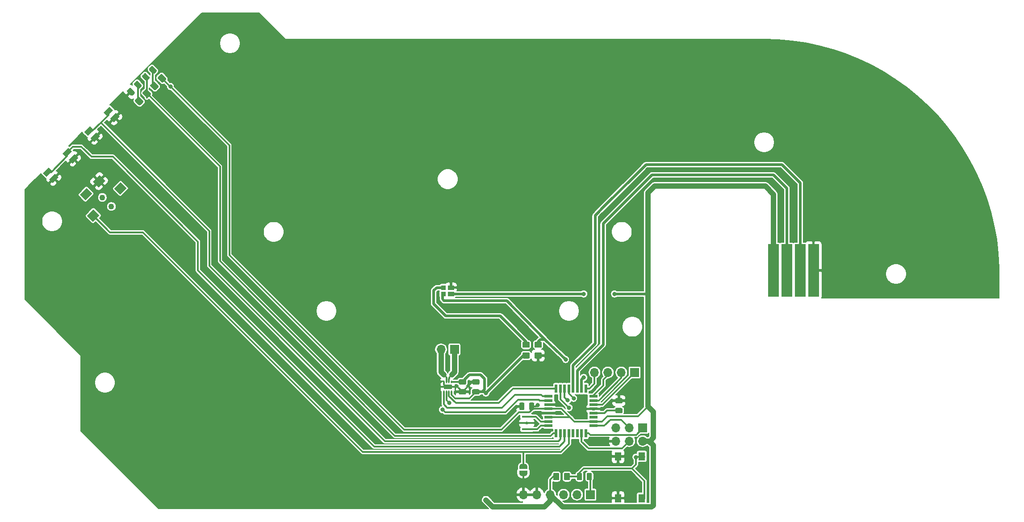
<source format=gbr>
G04 #@! TF.GenerationSoftware,KiCad,Pcbnew,(5.1.5-0-10_14)*
G04 #@! TF.CreationDate,2020-02-02T15:59:47-05:00*
G04 #@! TF.ProjectId,mobo,6d6f626f-2e6b-4696-9361-645f70636258,rev?*
G04 #@! TF.SameCoordinates,Original*
G04 #@! TF.FileFunction,Copper,L1,Top*
G04 #@! TF.FilePolarity,Positive*
%FSLAX46Y46*%
G04 Gerber Fmt 4.6, Leading zero omitted, Abs format (unit mm)*
G04 Created by KiCad (PCBNEW (5.1.5-0-10_14)) date 2020-02-02 15:59:47*
%MOMM*%
%LPD*%
G04 APERTURE LIST*
%ADD10C,0.100000*%
%ADD11R,1.300000X1.550000*%
%ADD12R,1.700000X1.700000*%
%ADD13O,1.700000X1.700000*%
%ADD14R,1.600000X0.550000*%
%ADD15R,0.550000X1.600000*%
%ADD16R,0.950000X0.970000*%
%ADD17R,1.150000X0.970000*%
%ADD18R,0.950000X0.850000*%
%ADD19R,1.150000X0.850000*%
%ADD20R,1.900000X0.400000*%
%ADD21R,2.000000X10.000000*%
%ADD22C,1.100000*%
%ADD23R,0.250000X0.500000*%
%ADD24C,0.600000*%
%ADD25R,1.600000X0.900000*%
%ADD26C,0.800000*%
%ADD27C,0.300000*%
%ADD28C,1.000000*%
%ADD29C,0.500000*%
%ADD30C,0.400000*%
%ADD31C,0.200000*%
G04 APERTURE END LIST*
G04 #@! TA.AperFunction,SMDPad,CuDef*
D10*
G36*
X154980142Y-146247174D02*
G01*
X155003803Y-146250684D01*
X155027007Y-146256496D01*
X155049529Y-146264554D01*
X155071153Y-146274782D01*
X155091670Y-146287079D01*
X155110883Y-146301329D01*
X155128607Y-146317393D01*
X155144671Y-146335117D01*
X155158921Y-146354330D01*
X155171218Y-146374847D01*
X155181446Y-146396471D01*
X155189504Y-146418993D01*
X155195316Y-146442197D01*
X155198826Y-146465858D01*
X155200000Y-146489750D01*
X155200000Y-146977250D01*
X155198826Y-147001142D01*
X155195316Y-147024803D01*
X155189504Y-147048007D01*
X155181446Y-147070529D01*
X155171218Y-147092153D01*
X155158921Y-147112670D01*
X155144671Y-147131883D01*
X155128607Y-147149607D01*
X155110883Y-147165671D01*
X155091670Y-147179921D01*
X155071153Y-147192218D01*
X155049529Y-147202446D01*
X155027007Y-147210504D01*
X155003803Y-147216316D01*
X154980142Y-147219826D01*
X154956250Y-147221000D01*
X154043750Y-147221000D01*
X154019858Y-147219826D01*
X153996197Y-147216316D01*
X153972993Y-147210504D01*
X153950471Y-147202446D01*
X153928847Y-147192218D01*
X153908330Y-147179921D01*
X153889117Y-147165671D01*
X153871393Y-147149607D01*
X153855329Y-147131883D01*
X153841079Y-147112670D01*
X153828782Y-147092153D01*
X153818554Y-147070529D01*
X153810496Y-147048007D01*
X153804684Y-147024803D01*
X153801174Y-147001142D01*
X153800000Y-146977250D01*
X153800000Y-146489750D01*
X153801174Y-146465858D01*
X153804684Y-146442197D01*
X153810496Y-146418993D01*
X153818554Y-146396471D01*
X153828782Y-146374847D01*
X153841079Y-146354330D01*
X153855329Y-146335117D01*
X153871393Y-146317393D01*
X153889117Y-146301329D01*
X153908330Y-146287079D01*
X153928847Y-146274782D01*
X153950471Y-146264554D01*
X153972993Y-146256496D01*
X153996197Y-146250684D01*
X154019858Y-146247174D01*
X154043750Y-146246000D01*
X154956250Y-146246000D01*
X154980142Y-146247174D01*
G37*
G04 #@! TD.AperFunction*
G04 #@! TA.AperFunction,SMDPad,CuDef*
G36*
X154980142Y-144372174D02*
G01*
X155003803Y-144375684D01*
X155027007Y-144381496D01*
X155049529Y-144389554D01*
X155071153Y-144399782D01*
X155091670Y-144412079D01*
X155110883Y-144426329D01*
X155128607Y-144442393D01*
X155144671Y-144460117D01*
X155158921Y-144479330D01*
X155171218Y-144499847D01*
X155181446Y-144521471D01*
X155189504Y-144543993D01*
X155195316Y-144567197D01*
X155198826Y-144590858D01*
X155200000Y-144614750D01*
X155200000Y-145102250D01*
X155198826Y-145126142D01*
X155195316Y-145149803D01*
X155189504Y-145173007D01*
X155181446Y-145195529D01*
X155171218Y-145217153D01*
X155158921Y-145237670D01*
X155144671Y-145256883D01*
X155128607Y-145274607D01*
X155110883Y-145290671D01*
X155091670Y-145304921D01*
X155071153Y-145317218D01*
X155049529Y-145327446D01*
X155027007Y-145335504D01*
X155003803Y-145341316D01*
X154980142Y-145344826D01*
X154956250Y-145346000D01*
X154043750Y-145346000D01*
X154019858Y-145344826D01*
X153996197Y-145341316D01*
X153972993Y-145335504D01*
X153950471Y-145327446D01*
X153928847Y-145317218D01*
X153908330Y-145304921D01*
X153889117Y-145290671D01*
X153871393Y-145274607D01*
X153855329Y-145256883D01*
X153841079Y-145237670D01*
X153828782Y-145217153D01*
X153818554Y-145195529D01*
X153810496Y-145173007D01*
X153804684Y-145149803D01*
X153801174Y-145126142D01*
X153800000Y-145102250D01*
X153800000Y-144614750D01*
X153801174Y-144590858D01*
X153804684Y-144567197D01*
X153810496Y-144543993D01*
X153818554Y-144521471D01*
X153828782Y-144499847D01*
X153841079Y-144479330D01*
X153855329Y-144460117D01*
X153871393Y-144442393D01*
X153889117Y-144426329D01*
X153908330Y-144412079D01*
X153928847Y-144399782D01*
X153950471Y-144389554D01*
X153972993Y-144381496D01*
X153996197Y-144375684D01*
X154019858Y-144372174D01*
X154043750Y-144371000D01*
X154956250Y-144371000D01*
X154980142Y-144372174D01*
G37*
G04 #@! TD.AperFunction*
G04 #@! TA.AperFunction,SMDPad,CuDef*
G36*
X51292650Y-98046324D02*
G01*
X51999757Y-98753431D01*
X50903742Y-99849446D01*
X50196635Y-99142339D01*
X51292650Y-98046324D01*
G37*
G04 #@! TD.AperFunction*
G04 #@! TA.AperFunction,SMDPad,CuDef*
G36*
X47580339Y-101758635D02*
G01*
X48287446Y-102465742D01*
X47191431Y-103561757D01*
X46484324Y-102854650D01*
X47580339Y-101758635D01*
G37*
G04 #@! TD.AperFunction*
G04 #@! TA.AperFunction,SMDPad,CuDef*
G36*
X46378258Y-100556554D02*
G01*
X47085365Y-101263661D01*
X45989350Y-102359676D01*
X45282243Y-101652569D01*
X46378258Y-100556554D01*
G37*
G04 #@! TD.AperFunction*
G04 #@! TA.AperFunction,SMDPad,CuDef*
G36*
X50090569Y-96844243D02*
G01*
X50797676Y-97551350D01*
X49701661Y-98647365D01*
X48994554Y-97940258D01*
X50090569Y-96844243D01*
G37*
G04 #@! TD.AperFunction*
D11*
X158841000Y-155410000D03*
X158841000Y-163360000D03*
X154341000Y-155410000D03*
X154341000Y-163360000D03*
G04 #@! TA.AperFunction,SMDPad,CuDef*
D10*
G36*
X136363142Y-145224174D02*
G01*
X136386803Y-145227684D01*
X136410007Y-145233496D01*
X136432529Y-145241554D01*
X136454153Y-145251782D01*
X136474670Y-145264079D01*
X136493883Y-145278329D01*
X136511607Y-145294393D01*
X136527671Y-145312117D01*
X136541921Y-145331330D01*
X136554218Y-145351847D01*
X136564446Y-145373471D01*
X136572504Y-145395993D01*
X136578316Y-145419197D01*
X136581826Y-145442858D01*
X136583000Y-145466750D01*
X136583000Y-146379250D01*
X136581826Y-146403142D01*
X136578316Y-146426803D01*
X136572504Y-146450007D01*
X136564446Y-146472529D01*
X136554218Y-146494153D01*
X136541921Y-146514670D01*
X136527671Y-146533883D01*
X136511607Y-146551607D01*
X136493883Y-146567671D01*
X136474670Y-146581921D01*
X136454153Y-146594218D01*
X136432529Y-146604446D01*
X136410007Y-146612504D01*
X136386803Y-146618316D01*
X136363142Y-146621826D01*
X136339250Y-146623000D01*
X135851750Y-146623000D01*
X135827858Y-146621826D01*
X135804197Y-146618316D01*
X135780993Y-146612504D01*
X135758471Y-146604446D01*
X135736847Y-146594218D01*
X135716330Y-146581921D01*
X135697117Y-146567671D01*
X135679393Y-146551607D01*
X135663329Y-146533883D01*
X135649079Y-146514670D01*
X135636782Y-146494153D01*
X135626554Y-146472529D01*
X135618496Y-146450007D01*
X135612684Y-146426803D01*
X135609174Y-146403142D01*
X135608000Y-146379250D01*
X135608000Y-145466750D01*
X135609174Y-145442858D01*
X135612684Y-145419197D01*
X135618496Y-145395993D01*
X135626554Y-145373471D01*
X135636782Y-145351847D01*
X135649079Y-145331330D01*
X135663329Y-145312117D01*
X135679393Y-145294393D01*
X135697117Y-145278329D01*
X135716330Y-145264079D01*
X135736847Y-145251782D01*
X135758471Y-145241554D01*
X135780993Y-145233496D01*
X135804197Y-145227684D01*
X135827858Y-145224174D01*
X135851750Y-145223000D01*
X136339250Y-145223000D01*
X136363142Y-145224174D01*
G37*
G04 #@! TD.AperFunction*
G04 #@! TA.AperFunction,SMDPad,CuDef*
G36*
X138238142Y-145224174D02*
G01*
X138261803Y-145227684D01*
X138285007Y-145233496D01*
X138307529Y-145241554D01*
X138329153Y-145251782D01*
X138349670Y-145264079D01*
X138368883Y-145278329D01*
X138386607Y-145294393D01*
X138402671Y-145312117D01*
X138416921Y-145331330D01*
X138429218Y-145351847D01*
X138439446Y-145373471D01*
X138447504Y-145395993D01*
X138453316Y-145419197D01*
X138456826Y-145442858D01*
X138458000Y-145466750D01*
X138458000Y-146379250D01*
X138456826Y-146403142D01*
X138453316Y-146426803D01*
X138447504Y-146450007D01*
X138439446Y-146472529D01*
X138429218Y-146494153D01*
X138416921Y-146514670D01*
X138402671Y-146533883D01*
X138386607Y-146551607D01*
X138368883Y-146567671D01*
X138349670Y-146581921D01*
X138329153Y-146594218D01*
X138307529Y-146604446D01*
X138285007Y-146612504D01*
X138261803Y-146618316D01*
X138238142Y-146621826D01*
X138214250Y-146623000D01*
X137726750Y-146623000D01*
X137702858Y-146621826D01*
X137679197Y-146618316D01*
X137655993Y-146612504D01*
X137633471Y-146604446D01*
X137611847Y-146594218D01*
X137591330Y-146581921D01*
X137572117Y-146567671D01*
X137554393Y-146551607D01*
X137538329Y-146533883D01*
X137524079Y-146514670D01*
X137511782Y-146494153D01*
X137501554Y-146472529D01*
X137493496Y-146450007D01*
X137487684Y-146426803D01*
X137484174Y-146403142D01*
X137483000Y-146379250D01*
X137483000Y-145466750D01*
X137484174Y-145442858D01*
X137487684Y-145419197D01*
X137493496Y-145395993D01*
X137501554Y-145373471D01*
X137511782Y-145351847D01*
X137524079Y-145331330D01*
X137538329Y-145312117D01*
X137554393Y-145294393D01*
X137572117Y-145278329D01*
X137591330Y-145264079D01*
X137611847Y-145251782D01*
X137633471Y-145241554D01*
X137655993Y-145233496D01*
X137679197Y-145227684D01*
X137702858Y-145224174D01*
X137726750Y-145223000D01*
X138214250Y-145223000D01*
X138238142Y-145224174D01*
G37*
G04 #@! TD.AperFunction*
G04 #@! TA.AperFunction,SMDPad,CuDef*
G36*
X149160142Y-158559174D02*
G01*
X149183803Y-158562684D01*
X149207007Y-158568496D01*
X149229529Y-158576554D01*
X149251153Y-158586782D01*
X149271670Y-158599079D01*
X149290883Y-158613329D01*
X149308607Y-158629393D01*
X149324671Y-158647117D01*
X149338921Y-158666330D01*
X149351218Y-158686847D01*
X149361446Y-158708471D01*
X149369504Y-158730993D01*
X149375316Y-158754197D01*
X149378826Y-158777858D01*
X149380000Y-158801750D01*
X149380000Y-159714250D01*
X149378826Y-159738142D01*
X149375316Y-159761803D01*
X149369504Y-159785007D01*
X149361446Y-159807529D01*
X149351218Y-159829153D01*
X149338921Y-159849670D01*
X149324671Y-159868883D01*
X149308607Y-159886607D01*
X149290883Y-159902671D01*
X149271670Y-159916921D01*
X149251153Y-159929218D01*
X149229529Y-159939446D01*
X149207007Y-159947504D01*
X149183803Y-159953316D01*
X149160142Y-159956826D01*
X149136250Y-159958000D01*
X148648750Y-159958000D01*
X148624858Y-159956826D01*
X148601197Y-159953316D01*
X148577993Y-159947504D01*
X148555471Y-159939446D01*
X148533847Y-159929218D01*
X148513330Y-159916921D01*
X148494117Y-159902671D01*
X148476393Y-159886607D01*
X148460329Y-159868883D01*
X148446079Y-159849670D01*
X148433782Y-159829153D01*
X148423554Y-159807529D01*
X148415496Y-159785007D01*
X148409684Y-159761803D01*
X148406174Y-159738142D01*
X148405000Y-159714250D01*
X148405000Y-158801750D01*
X148406174Y-158777858D01*
X148409684Y-158754197D01*
X148415496Y-158730993D01*
X148423554Y-158708471D01*
X148433782Y-158686847D01*
X148446079Y-158666330D01*
X148460329Y-158647117D01*
X148476393Y-158629393D01*
X148494117Y-158613329D01*
X148513330Y-158599079D01*
X148533847Y-158586782D01*
X148555471Y-158576554D01*
X148577993Y-158568496D01*
X148601197Y-158562684D01*
X148624858Y-158559174D01*
X148648750Y-158558000D01*
X149136250Y-158558000D01*
X149160142Y-158559174D01*
G37*
G04 #@! TD.AperFunction*
G04 #@! TA.AperFunction,SMDPad,CuDef*
G36*
X147285142Y-158559174D02*
G01*
X147308803Y-158562684D01*
X147332007Y-158568496D01*
X147354529Y-158576554D01*
X147376153Y-158586782D01*
X147396670Y-158599079D01*
X147415883Y-158613329D01*
X147433607Y-158629393D01*
X147449671Y-158647117D01*
X147463921Y-158666330D01*
X147476218Y-158686847D01*
X147486446Y-158708471D01*
X147494504Y-158730993D01*
X147500316Y-158754197D01*
X147503826Y-158777858D01*
X147505000Y-158801750D01*
X147505000Y-159714250D01*
X147503826Y-159738142D01*
X147500316Y-159761803D01*
X147494504Y-159785007D01*
X147486446Y-159807529D01*
X147476218Y-159829153D01*
X147463921Y-159849670D01*
X147449671Y-159868883D01*
X147433607Y-159886607D01*
X147415883Y-159902671D01*
X147396670Y-159916921D01*
X147376153Y-159929218D01*
X147354529Y-159939446D01*
X147332007Y-159947504D01*
X147308803Y-159953316D01*
X147285142Y-159956826D01*
X147261250Y-159958000D01*
X146773750Y-159958000D01*
X146749858Y-159956826D01*
X146726197Y-159953316D01*
X146702993Y-159947504D01*
X146680471Y-159939446D01*
X146658847Y-159929218D01*
X146638330Y-159916921D01*
X146619117Y-159902671D01*
X146601393Y-159886607D01*
X146585329Y-159868883D01*
X146571079Y-159849670D01*
X146558782Y-159829153D01*
X146548554Y-159807529D01*
X146540496Y-159785007D01*
X146534684Y-159761803D01*
X146531174Y-159738142D01*
X146530000Y-159714250D01*
X146530000Y-158801750D01*
X146531174Y-158777858D01*
X146534684Y-158754197D01*
X146540496Y-158730993D01*
X146548554Y-158708471D01*
X146558782Y-158686847D01*
X146571079Y-158666330D01*
X146585329Y-158647117D01*
X146601393Y-158629393D01*
X146619117Y-158613329D01*
X146638330Y-158599079D01*
X146658847Y-158586782D01*
X146680471Y-158576554D01*
X146702993Y-158568496D01*
X146726197Y-158562684D01*
X146749858Y-158559174D01*
X146773750Y-158558000D01*
X147261250Y-158558000D01*
X147285142Y-158559174D01*
G37*
G04 #@! TD.AperFunction*
G04 #@! TA.AperFunction,SMDPad,CuDef*
G36*
X64691919Y-82678562D02*
G01*
X64715580Y-82682072D01*
X64738784Y-82687884D01*
X64761306Y-82695942D01*
X64782930Y-82706170D01*
X64803447Y-82718467D01*
X64822660Y-82732717D01*
X64840384Y-82748781D01*
X65485619Y-83394016D01*
X65501683Y-83411740D01*
X65515933Y-83430953D01*
X65528230Y-83451470D01*
X65538458Y-83473094D01*
X65546516Y-83495616D01*
X65552328Y-83518820D01*
X65555838Y-83542481D01*
X65557012Y-83566373D01*
X65555838Y-83590265D01*
X65552328Y-83613926D01*
X65546516Y-83637130D01*
X65538458Y-83659652D01*
X65528230Y-83681276D01*
X65515933Y-83701793D01*
X65501683Y-83721006D01*
X65485619Y-83738730D01*
X65140904Y-84083445D01*
X65123180Y-84099509D01*
X65103967Y-84113759D01*
X65083450Y-84126056D01*
X65061826Y-84136284D01*
X65039304Y-84144342D01*
X65016100Y-84150154D01*
X64992439Y-84153664D01*
X64968547Y-84154838D01*
X64944655Y-84153664D01*
X64920994Y-84150154D01*
X64897790Y-84144342D01*
X64875268Y-84136284D01*
X64853644Y-84126056D01*
X64833127Y-84113759D01*
X64813914Y-84099509D01*
X64796190Y-84083445D01*
X64150955Y-83438210D01*
X64134891Y-83420486D01*
X64120641Y-83401273D01*
X64108344Y-83380756D01*
X64098116Y-83359132D01*
X64090058Y-83336610D01*
X64084246Y-83313406D01*
X64080736Y-83289745D01*
X64079562Y-83265853D01*
X64080736Y-83241961D01*
X64084246Y-83218300D01*
X64090058Y-83195096D01*
X64098116Y-83172574D01*
X64108344Y-83150950D01*
X64120641Y-83130433D01*
X64134891Y-83111220D01*
X64150955Y-83093496D01*
X64495670Y-82748781D01*
X64513394Y-82732717D01*
X64532607Y-82718467D01*
X64553124Y-82706170D01*
X64574748Y-82695942D01*
X64597270Y-82687884D01*
X64620474Y-82682072D01*
X64644135Y-82678562D01*
X64668027Y-82677388D01*
X64691919Y-82678562D01*
G37*
G04 #@! TD.AperFunction*
G04 #@! TA.AperFunction,SMDPad,CuDef*
G36*
X66017745Y-81352736D02*
G01*
X66041406Y-81356246D01*
X66064610Y-81362058D01*
X66087132Y-81370116D01*
X66108756Y-81380344D01*
X66129273Y-81392641D01*
X66148486Y-81406891D01*
X66166210Y-81422955D01*
X66811445Y-82068190D01*
X66827509Y-82085914D01*
X66841759Y-82105127D01*
X66854056Y-82125644D01*
X66864284Y-82147268D01*
X66872342Y-82169790D01*
X66878154Y-82192994D01*
X66881664Y-82216655D01*
X66882838Y-82240547D01*
X66881664Y-82264439D01*
X66878154Y-82288100D01*
X66872342Y-82311304D01*
X66864284Y-82333826D01*
X66854056Y-82355450D01*
X66841759Y-82375967D01*
X66827509Y-82395180D01*
X66811445Y-82412904D01*
X66466730Y-82757619D01*
X66449006Y-82773683D01*
X66429793Y-82787933D01*
X66409276Y-82800230D01*
X66387652Y-82810458D01*
X66365130Y-82818516D01*
X66341926Y-82824328D01*
X66318265Y-82827838D01*
X66294373Y-82829012D01*
X66270481Y-82827838D01*
X66246820Y-82824328D01*
X66223616Y-82818516D01*
X66201094Y-82810458D01*
X66179470Y-82800230D01*
X66158953Y-82787933D01*
X66139740Y-82773683D01*
X66122016Y-82757619D01*
X65476781Y-82112384D01*
X65460717Y-82094660D01*
X65446467Y-82075447D01*
X65434170Y-82054930D01*
X65423942Y-82033306D01*
X65415884Y-82010784D01*
X65410072Y-81987580D01*
X65406562Y-81963919D01*
X65405388Y-81940027D01*
X65406562Y-81916135D01*
X65410072Y-81892474D01*
X65415884Y-81869270D01*
X65423942Y-81846748D01*
X65434170Y-81825124D01*
X65446467Y-81804607D01*
X65460717Y-81785394D01*
X65476781Y-81767670D01*
X65821496Y-81422955D01*
X65839220Y-81406891D01*
X65858433Y-81392641D01*
X65878950Y-81380344D01*
X65900574Y-81370116D01*
X65923096Y-81362058D01*
X65946300Y-81356246D01*
X65969961Y-81352736D01*
X65993853Y-81351562D01*
X66017745Y-81352736D01*
G37*
G04 #@! TD.AperFunction*
G04 #@! TA.AperFunction,SMDPad,CuDef*
G36*
X63172945Y-84172136D02*
G01*
X63196606Y-84175646D01*
X63219810Y-84181458D01*
X63242332Y-84189516D01*
X63263956Y-84199744D01*
X63284473Y-84212041D01*
X63303686Y-84226291D01*
X63321410Y-84242355D01*
X63966645Y-84887590D01*
X63982709Y-84905314D01*
X63996959Y-84924527D01*
X64009256Y-84945044D01*
X64019484Y-84966668D01*
X64027542Y-84989190D01*
X64033354Y-85012394D01*
X64036864Y-85036055D01*
X64038038Y-85059947D01*
X64036864Y-85083839D01*
X64033354Y-85107500D01*
X64027542Y-85130704D01*
X64019484Y-85153226D01*
X64009256Y-85174850D01*
X63996959Y-85195367D01*
X63982709Y-85214580D01*
X63966645Y-85232304D01*
X63621930Y-85577019D01*
X63604206Y-85593083D01*
X63584993Y-85607333D01*
X63564476Y-85619630D01*
X63542852Y-85629858D01*
X63520330Y-85637916D01*
X63497126Y-85643728D01*
X63473465Y-85647238D01*
X63449573Y-85648412D01*
X63425681Y-85647238D01*
X63402020Y-85643728D01*
X63378816Y-85637916D01*
X63356294Y-85629858D01*
X63334670Y-85619630D01*
X63314153Y-85607333D01*
X63294940Y-85593083D01*
X63277216Y-85577019D01*
X62631981Y-84931784D01*
X62615917Y-84914060D01*
X62601667Y-84894847D01*
X62589370Y-84874330D01*
X62579142Y-84852706D01*
X62571084Y-84830184D01*
X62565272Y-84806980D01*
X62561762Y-84783319D01*
X62560588Y-84759427D01*
X62561762Y-84735535D01*
X62565272Y-84711874D01*
X62571084Y-84688670D01*
X62579142Y-84666148D01*
X62589370Y-84644524D01*
X62601667Y-84624007D01*
X62615917Y-84604794D01*
X62631981Y-84587070D01*
X62976696Y-84242355D01*
X62994420Y-84226291D01*
X63013633Y-84212041D01*
X63034150Y-84199744D01*
X63055774Y-84189516D01*
X63078296Y-84181458D01*
X63101500Y-84175646D01*
X63125161Y-84172136D01*
X63149053Y-84170962D01*
X63172945Y-84172136D01*
G37*
G04 #@! TD.AperFunction*
G04 #@! TA.AperFunction,SMDPad,CuDef*
G36*
X61847119Y-85497962D02*
G01*
X61870780Y-85501472D01*
X61893984Y-85507284D01*
X61916506Y-85515342D01*
X61938130Y-85525570D01*
X61958647Y-85537867D01*
X61977860Y-85552117D01*
X61995584Y-85568181D01*
X62640819Y-86213416D01*
X62656883Y-86231140D01*
X62671133Y-86250353D01*
X62683430Y-86270870D01*
X62693658Y-86292494D01*
X62701716Y-86315016D01*
X62707528Y-86338220D01*
X62711038Y-86361881D01*
X62712212Y-86385773D01*
X62711038Y-86409665D01*
X62707528Y-86433326D01*
X62701716Y-86456530D01*
X62693658Y-86479052D01*
X62683430Y-86500676D01*
X62671133Y-86521193D01*
X62656883Y-86540406D01*
X62640819Y-86558130D01*
X62296104Y-86902845D01*
X62278380Y-86918909D01*
X62259167Y-86933159D01*
X62238650Y-86945456D01*
X62217026Y-86955684D01*
X62194504Y-86963742D01*
X62171300Y-86969554D01*
X62147639Y-86973064D01*
X62123747Y-86974238D01*
X62099855Y-86973064D01*
X62076194Y-86969554D01*
X62052990Y-86963742D01*
X62030468Y-86955684D01*
X62008844Y-86945456D01*
X61988327Y-86933159D01*
X61969114Y-86918909D01*
X61951390Y-86902845D01*
X61306155Y-86257610D01*
X61290091Y-86239886D01*
X61275841Y-86220673D01*
X61263544Y-86200156D01*
X61253316Y-86178532D01*
X61245258Y-86156010D01*
X61239446Y-86132806D01*
X61235936Y-86109145D01*
X61234762Y-86085253D01*
X61235936Y-86061361D01*
X61239446Y-86037700D01*
X61245258Y-86014496D01*
X61253316Y-85991974D01*
X61263544Y-85970350D01*
X61275841Y-85949833D01*
X61290091Y-85930620D01*
X61306155Y-85912896D01*
X61650870Y-85568181D01*
X61668594Y-85552117D01*
X61687807Y-85537867D01*
X61708324Y-85525570D01*
X61729948Y-85515342D01*
X61752470Y-85507284D01*
X61775674Y-85501472D01*
X61799335Y-85497962D01*
X61823227Y-85496788D01*
X61847119Y-85497962D01*
G37*
G04 #@! TD.AperFunction*
D12*
X159004000Y-149987000D03*
D13*
X159004000Y-152527000D03*
X156464000Y-149987000D03*
X156464000Y-152527000D03*
X153924000Y-149987000D03*
X153924000Y-152527000D03*
G04 #@! TA.AperFunction,SMDPad,CuDef*
D10*
G36*
X66368932Y-84332180D02*
G01*
X66393200Y-84335780D01*
X66416999Y-84341741D01*
X66440098Y-84350006D01*
X66462277Y-84360496D01*
X66483320Y-84373108D01*
X66503026Y-84387723D01*
X66521204Y-84404199D01*
X67157601Y-85040596D01*
X67174077Y-85058774D01*
X67188692Y-85078480D01*
X67201304Y-85099523D01*
X67211794Y-85121702D01*
X67220059Y-85144801D01*
X67226020Y-85168600D01*
X67229620Y-85192868D01*
X67230824Y-85217372D01*
X67229620Y-85241876D01*
X67226020Y-85266144D01*
X67220059Y-85289943D01*
X67211794Y-85313042D01*
X67201304Y-85335221D01*
X67188692Y-85356264D01*
X67174077Y-85375970D01*
X67157601Y-85394148D01*
X66697980Y-85853769D01*
X66679802Y-85870245D01*
X66660096Y-85884860D01*
X66639053Y-85897472D01*
X66616874Y-85907962D01*
X66593775Y-85916227D01*
X66569976Y-85922188D01*
X66545708Y-85925788D01*
X66521204Y-85926992D01*
X66496700Y-85925788D01*
X66472432Y-85922188D01*
X66448633Y-85916227D01*
X66425534Y-85907962D01*
X66403355Y-85897472D01*
X66382312Y-85884860D01*
X66362606Y-85870245D01*
X66344428Y-85853769D01*
X65708031Y-85217372D01*
X65691555Y-85199194D01*
X65676940Y-85179488D01*
X65664328Y-85158445D01*
X65653838Y-85136266D01*
X65645573Y-85113167D01*
X65639612Y-85089368D01*
X65636012Y-85065100D01*
X65634808Y-85040596D01*
X65636012Y-85016092D01*
X65639612Y-84991824D01*
X65645573Y-84968025D01*
X65653838Y-84944926D01*
X65664328Y-84922747D01*
X65676940Y-84901704D01*
X65691555Y-84881998D01*
X65708031Y-84863820D01*
X66167652Y-84404199D01*
X66185830Y-84387723D01*
X66205536Y-84373108D01*
X66226579Y-84360496D01*
X66248758Y-84350006D01*
X66271857Y-84341741D01*
X66295656Y-84335780D01*
X66319924Y-84332180D01*
X66344428Y-84330976D01*
X66368932Y-84332180D01*
G37*
G04 #@! TD.AperFunction*
G04 #@! TA.AperFunction,SMDPad,CuDef*
G36*
X67818500Y-82882612D02*
G01*
X67842768Y-82886212D01*
X67866567Y-82892173D01*
X67889666Y-82900438D01*
X67911845Y-82910928D01*
X67932888Y-82923540D01*
X67952594Y-82938155D01*
X67970772Y-82954631D01*
X68607169Y-83591028D01*
X68623645Y-83609206D01*
X68638260Y-83628912D01*
X68650872Y-83649955D01*
X68661362Y-83672134D01*
X68669627Y-83695233D01*
X68675588Y-83719032D01*
X68679188Y-83743300D01*
X68680392Y-83767804D01*
X68679188Y-83792308D01*
X68675588Y-83816576D01*
X68669627Y-83840375D01*
X68661362Y-83863474D01*
X68650872Y-83885653D01*
X68638260Y-83906696D01*
X68623645Y-83926402D01*
X68607169Y-83944580D01*
X68147548Y-84404201D01*
X68129370Y-84420677D01*
X68109664Y-84435292D01*
X68088621Y-84447904D01*
X68066442Y-84458394D01*
X68043343Y-84466659D01*
X68019544Y-84472620D01*
X67995276Y-84476220D01*
X67970772Y-84477424D01*
X67946268Y-84476220D01*
X67922000Y-84472620D01*
X67898201Y-84466659D01*
X67875102Y-84458394D01*
X67852923Y-84447904D01*
X67831880Y-84435292D01*
X67812174Y-84420677D01*
X67793996Y-84404201D01*
X67157599Y-83767804D01*
X67141123Y-83749626D01*
X67126508Y-83729920D01*
X67113896Y-83708877D01*
X67103406Y-83686698D01*
X67095141Y-83663599D01*
X67089180Y-83639800D01*
X67085580Y-83615532D01*
X67084376Y-83591028D01*
X67085580Y-83566524D01*
X67089180Y-83542256D01*
X67095141Y-83518457D01*
X67103406Y-83495358D01*
X67113896Y-83473179D01*
X67126508Y-83452136D01*
X67141123Y-83432430D01*
X67157599Y-83414252D01*
X67617220Y-82954631D01*
X67635398Y-82938155D01*
X67655104Y-82923540D01*
X67676147Y-82910928D01*
X67698326Y-82900438D01*
X67721425Y-82892173D01*
X67745224Y-82886212D01*
X67769492Y-82882612D01*
X67793996Y-82881408D01*
X67818500Y-82882612D01*
G37*
G04 #@! TD.AperFunction*
G04 #@! TA.AperFunction,SMDPad,CuDef*
G36*
X64922900Y-85752812D02*
G01*
X64947168Y-85756412D01*
X64970967Y-85762373D01*
X64994066Y-85770638D01*
X65016245Y-85781128D01*
X65037288Y-85793740D01*
X65056994Y-85808355D01*
X65075172Y-85824831D01*
X65711569Y-86461228D01*
X65728045Y-86479406D01*
X65742660Y-86499112D01*
X65755272Y-86520155D01*
X65765762Y-86542334D01*
X65774027Y-86565433D01*
X65779988Y-86589232D01*
X65783588Y-86613500D01*
X65784792Y-86638004D01*
X65783588Y-86662508D01*
X65779988Y-86686776D01*
X65774027Y-86710575D01*
X65765762Y-86733674D01*
X65755272Y-86755853D01*
X65742660Y-86776896D01*
X65728045Y-86796602D01*
X65711569Y-86814780D01*
X65251948Y-87274401D01*
X65233770Y-87290877D01*
X65214064Y-87305492D01*
X65193021Y-87318104D01*
X65170842Y-87328594D01*
X65147743Y-87336859D01*
X65123944Y-87342820D01*
X65099676Y-87346420D01*
X65075172Y-87347624D01*
X65050668Y-87346420D01*
X65026400Y-87342820D01*
X65002601Y-87336859D01*
X64979502Y-87328594D01*
X64957323Y-87318104D01*
X64936280Y-87305492D01*
X64916574Y-87290877D01*
X64898396Y-87274401D01*
X64261999Y-86638004D01*
X64245523Y-86619826D01*
X64230908Y-86600120D01*
X64218296Y-86579077D01*
X64207806Y-86556898D01*
X64199541Y-86533799D01*
X64193580Y-86510000D01*
X64189980Y-86485732D01*
X64188776Y-86461228D01*
X64189980Y-86436724D01*
X64193580Y-86412456D01*
X64199541Y-86388657D01*
X64207806Y-86365558D01*
X64218296Y-86343379D01*
X64230908Y-86322336D01*
X64245523Y-86302630D01*
X64261999Y-86284452D01*
X64721620Y-85824831D01*
X64739798Y-85808355D01*
X64759504Y-85793740D01*
X64780547Y-85781128D01*
X64802726Y-85770638D01*
X64825825Y-85762373D01*
X64849624Y-85756412D01*
X64873892Y-85752812D01*
X64898396Y-85751608D01*
X64922900Y-85752812D01*
G37*
G04 #@! TD.AperFunction*
G04 #@! TA.AperFunction,SMDPad,CuDef*
G36*
X63473332Y-87202380D02*
G01*
X63497600Y-87205980D01*
X63521399Y-87211941D01*
X63544498Y-87220206D01*
X63566677Y-87230696D01*
X63587720Y-87243308D01*
X63607426Y-87257923D01*
X63625604Y-87274399D01*
X64262001Y-87910796D01*
X64278477Y-87928974D01*
X64293092Y-87948680D01*
X64305704Y-87969723D01*
X64316194Y-87991902D01*
X64324459Y-88015001D01*
X64330420Y-88038800D01*
X64334020Y-88063068D01*
X64335224Y-88087572D01*
X64334020Y-88112076D01*
X64330420Y-88136344D01*
X64324459Y-88160143D01*
X64316194Y-88183242D01*
X64305704Y-88205421D01*
X64293092Y-88226464D01*
X64278477Y-88246170D01*
X64262001Y-88264348D01*
X63802380Y-88723969D01*
X63784202Y-88740445D01*
X63764496Y-88755060D01*
X63743453Y-88767672D01*
X63721274Y-88778162D01*
X63698175Y-88786427D01*
X63674376Y-88792388D01*
X63650108Y-88795988D01*
X63625604Y-88797192D01*
X63601100Y-88795988D01*
X63576832Y-88792388D01*
X63553033Y-88786427D01*
X63529934Y-88778162D01*
X63507755Y-88767672D01*
X63486712Y-88755060D01*
X63467006Y-88740445D01*
X63448828Y-88723969D01*
X62812431Y-88087572D01*
X62795955Y-88069394D01*
X62781340Y-88049688D01*
X62768728Y-88028645D01*
X62758238Y-88006466D01*
X62749973Y-87983367D01*
X62744012Y-87959568D01*
X62740412Y-87935300D01*
X62739208Y-87910796D01*
X62740412Y-87886292D01*
X62744012Y-87862024D01*
X62749973Y-87838225D01*
X62758238Y-87815126D01*
X62768728Y-87792947D01*
X62781340Y-87771904D01*
X62795955Y-87752198D01*
X62812431Y-87734020D01*
X63272052Y-87274399D01*
X63290230Y-87257923D01*
X63309936Y-87243308D01*
X63330979Y-87230696D01*
X63353158Y-87220206D01*
X63376257Y-87211941D01*
X63400056Y-87205980D01*
X63424324Y-87202380D01*
X63448828Y-87201176D01*
X63473332Y-87202380D01*
G37*
G04 #@! TD.AperFunction*
G04 #@! TA.AperFunction,SMDPad,CuDef*
G36*
X139666505Y-135706204D02*
G01*
X139690773Y-135709804D01*
X139714572Y-135715765D01*
X139737671Y-135724030D01*
X139759850Y-135734520D01*
X139780893Y-135747132D01*
X139800599Y-135761747D01*
X139818777Y-135778223D01*
X139835253Y-135796401D01*
X139849868Y-135816107D01*
X139862480Y-135837150D01*
X139872970Y-135859329D01*
X139881235Y-135882428D01*
X139887196Y-135906227D01*
X139890796Y-135930495D01*
X139892000Y-135954999D01*
X139892000Y-136605001D01*
X139890796Y-136629505D01*
X139887196Y-136653773D01*
X139881235Y-136677572D01*
X139872970Y-136700671D01*
X139862480Y-136722850D01*
X139849868Y-136743893D01*
X139835253Y-136763599D01*
X139818777Y-136781777D01*
X139800599Y-136798253D01*
X139780893Y-136812868D01*
X139759850Y-136825480D01*
X139737671Y-136835970D01*
X139714572Y-136844235D01*
X139690773Y-136850196D01*
X139666505Y-136853796D01*
X139642001Y-136855000D01*
X138741999Y-136855000D01*
X138717495Y-136853796D01*
X138693227Y-136850196D01*
X138669428Y-136844235D01*
X138646329Y-136835970D01*
X138624150Y-136825480D01*
X138603107Y-136812868D01*
X138583401Y-136798253D01*
X138565223Y-136781777D01*
X138548747Y-136763599D01*
X138534132Y-136743893D01*
X138521520Y-136722850D01*
X138511030Y-136700671D01*
X138502765Y-136677572D01*
X138496804Y-136653773D01*
X138493204Y-136629505D01*
X138492000Y-136605001D01*
X138492000Y-135954999D01*
X138493204Y-135930495D01*
X138496804Y-135906227D01*
X138502765Y-135882428D01*
X138511030Y-135859329D01*
X138521520Y-135837150D01*
X138534132Y-135816107D01*
X138548747Y-135796401D01*
X138565223Y-135778223D01*
X138583401Y-135761747D01*
X138603107Y-135747132D01*
X138624150Y-135734520D01*
X138646329Y-135724030D01*
X138669428Y-135715765D01*
X138693227Y-135709804D01*
X138717495Y-135706204D01*
X138741999Y-135705000D01*
X139642001Y-135705000D01*
X139666505Y-135706204D01*
G37*
G04 #@! TD.AperFunction*
G04 #@! TA.AperFunction,SMDPad,CuDef*
G36*
X139666505Y-133656204D02*
G01*
X139690773Y-133659804D01*
X139714572Y-133665765D01*
X139737671Y-133674030D01*
X139759850Y-133684520D01*
X139780893Y-133697132D01*
X139800599Y-133711747D01*
X139818777Y-133728223D01*
X139835253Y-133746401D01*
X139849868Y-133766107D01*
X139862480Y-133787150D01*
X139872970Y-133809329D01*
X139881235Y-133832428D01*
X139887196Y-133856227D01*
X139890796Y-133880495D01*
X139892000Y-133904999D01*
X139892000Y-134555001D01*
X139890796Y-134579505D01*
X139887196Y-134603773D01*
X139881235Y-134627572D01*
X139872970Y-134650671D01*
X139862480Y-134672850D01*
X139849868Y-134693893D01*
X139835253Y-134713599D01*
X139818777Y-134731777D01*
X139800599Y-134748253D01*
X139780893Y-134762868D01*
X139759850Y-134775480D01*
X139737671Y-134785970D01*
X139714572Y-134794235D01*
X139690773Y-134800196D01*
X139666505Y-134803796D01*
X139642001Y-134805000D01*
X138741999Y-134805000D01*
X138717495Y-134803796D01*
X138693227Y-134800196D01*
X138669428Y-134794235D01*
X138646329Y-134785970D01*
X138624150Y-134775480D01*
X138603107Y-134762868D01*
X138583401Y-134748253D01*
X138565223Y-134731777D01*
X138548747Y-134713599D01*
X138534132Y-134693893D01*
X138521520Y-134672850D01*
X138511030Y-134650671D01*
X138502765Y-134627572D01*
X138496804Y-134603773D01*
X138493204Y-134579505D01*
X138492000Y-134555001D01*
X138492000Y-133904999D01*
X138493204Y-133880495D01*
X138496804Y-133856227D01*
X138502765Y-133832428D01*
X138511030Y-133809329D01*
X138521520Y-133787150D01*
X138534132Y-133766107D01*
X138548747Y-133746401D01*
X138565223Y-133728223D01*
X138583401Y-133711747D01*
X138603107Y-133697132D01*
X138624150Y-133684520D01*
X138646329Y-133674030D01*
X138669428Y-133665765D01*
X138693227Y-133659804D01*
X138717495Y-133656204D01*
X138741999Y-133655000D01*
X139642001Y-133655000D01*
X139666505Y-133656204D01*
G37*
G04 #@! TD.AperFunction*
G04 #@! TA.AperFunction,SMDPad,CuDef*
G36*
X137380505Y-135706204D02*
G01*
X137404773Y-135709804D01*
X137428572Y-135715765D01*
X137451671Y-135724030D01*
X137473850Y-135734520D01*
X137494893Y-135747132D01*
X137514599Y-135761747D01*
X137532777Y-135778223D01*
X137549253Y-135796401D01*
X137563868Y-135816107D01*
X137576480Y-135837150D01*
X137586970Y-135859329D01*
X137595235Y-135882428D01*
X137601196Y-135906227D01*
X137604796Y-135930495D01*
X137606000Y-135954999D01*
X137606000Y-136605001D01*
X137604796Y-136629505D01*
X137601196Y-136653773D01*
X137595235Y-136677572D01*
X137586970Y-136700671D01*
X137576480Y-136722850D01*
X137563868Y-136743893D01*
X137549253Y-136763599D01*
X137532777Y-136781777D01*
X137514599Y-136798253D01*
X137494893Y-136812868D01*
X137473850Y-136825480D01*
X137451671Y-136835970D01*
X137428572Y-136844235D01*
X137404773Y-136850196D01*
X137380505Y-136853796D01*
X137356001Y-136855000D01*
X136455999Y-136855000D01*
X136431495Y-136853796D01*
X136407227Y-136850196D01*
X136383428Y-136844235D01*
X136360329Y-136835970D01*
X136338150Y-136825480D01*
X136317107Y-136812868D01*
X136297401Y-136798253D01*
X136279223Y-136781777D01*
X136262747Y-136763599D01*
X136248132Y-136743893D01*
X136235520Y-136722850D01*
X136225030Y-136700671D01*
X136216765Y-136677572D01*
X136210804Y-136653773D01*
X136207204Y-136629505D01*
X136206000Y-136605001D01*
X136206000Y-135954999D01*
X136207204Y-135930495D01*
X136210804Y-135906227D01*
X136216765Y-135882428D01*
X136225030Y-135859329D01*
X136235520Y-135837150D01*
X136248132Y-135816107D01*
X136262747Y-135796401D01*
X136279223Y-135778223D01*
X136297401Y-135761747D01*
X136317107Y-135747132D01*
X136338150Y-135734520D01*
X136360329Y-135724030D01*
X136383428Y-135715765D01*
X136407227Y-135709804D01*
X136431495Y-135706204D01*
X136455999Y-135705000D01*
X137356001Y-135705000D01*
X137380505Y-135706204D01*
G37*
G04 #@! TD.AperFunction*
G04 #@! TA.AperFunction,SMDPad,CuDef*
G36*
X137380505Y-133656204D02*
G01*
X137404773Y-133659804D01*
X137428572Y-133665765D01*
X137451671Y-133674030D01*
X137473850Y-133684520D01*
X137494893Y-133697132D01*
X137514599Y-133711747D01*
X137532777Y-133728223D01*
X137549253Y-133746401D01*
X137563868Y-133766107D01*
X137576480Y-133787150D01*
X137586970Y-133809329D01*
X137595235Y-133832428D01*
X137601196Y-133856227D01*
X137604796Y-133880495D01*
X137606000Y-133904999D01*
X137606000Y-134555001D01*
X137604796Y-134579505D01*
X137601196Y-134603773D01*
X137595235Y-134627572D01*
X137586970Y-134650671D01*
X137576480Y-134672850D01*
X137563868Y-134693893D01*
X137549253Y-134713599D01*
X137532777Y-134731777D01*
X137514599Y-134748253D01*
X137494893Y-134762868D01*
X137473850Y-134775480D01*
X137451671Y-134785970D01*
X137428572Y-134794235D01*
X137404773Y-134800196D01*
X137380505Y-134803796D01*
X137356001Y-134805000D01*
X136455999Y-134805000D01*
X136431495Y-134803796D01*
X136407227Y-134800196D01*
X136383428Y-134794235D01*
X136360329Y-134785970D01*
X136338150Y-134775480D01*
X136317107Y-134762868D01*
X136297401Y-134748253D01*
X136279223Y-134731777D01*
X136262747Y-134713599D01*
X136248132Y-134693893D01*
X136235520Y-134672850D01*
X136225030Y-134650671D01*
X136216765Y-134627572D01*
X136210804Y-134603773D01*
X136207204Y-134579505D01*
X136206000Y-134555001D01*
X136206000Y-133904999D01*
X136207204Y-133880495D01*
X136210804Y-133856227D01*
X136216765Y-133832428D01*
X136225030Y-133809329D01*
X136235520Y-133787150D01*
X136248132Y-133766107D01*
X136262747Y-133746401D01*
X136279223Y-133728223D01*
X136297401Y-133711747D01*
X136317107Y-133697132D01*
X136338150Y-133684520D01*
X136360329Y-133674030D01*
X136383428Y-133665765D01*
X136407227Y-133659804D01*
X136431495Y-133656204D01*
X136455999Y-133655000D01*
X137356001Y-133655000D01*
X137380505Y-133656204D01*
G37*
G04 #@! TD.AperFunction*
G04 #@! TA.AperFunction,SMDPad,CuDef*
G36*
X145011505Y-158559204D02*
G01*
X145035773Y-158562804D01*
X145059572Y-158568765D01*
X145082671Y-158577030D01*
X145104850Y-158587520D01*
X145125893Y-158600132D01*
X145145599Y-158614747D01*
X145163777Y-158631223D01*
X145180253Y-158649401D01*
X145194868Y-158669107D01*
X145207480Y-158690150D01*
X145217970Y-158712329D01*
X145226235Y-158735428D01*
X145232196Y-158759227D01*
X145235796Y-158783495D01*
X145237000Y-158807999D01*
X145237000Y-159708001D01*
X145235796Y-159732505D01*
X145232196Y-159756773D01*
X145226235Y-159780572D01*
X145217970Y-159803671D01*
X145207480Y-159825850D01*
X145194868Y-159846893D01*
X145180253Y-159866599D01*
X145163777Y-159884777D01*
X145145599Y-159901253D01*
X145125893Y-159915868D01*
X145104850Y-159928480D01*
X145082671Y-159938970D01*
X145059572Y-159947235D01*
X145035773Y-159953196D01*
X145011505Y-159956796D01*
X144987001Y-159958000D01*
X144336999Y-159958000D01*
X144312495Y-159956796D01*
X144288227Y-159953196D01*
X144264428Y-159947235D01*
X144241329Y-159938970D01*
X144219150Y-159928480D01*
X144198107Y-159915868D01*
X144178401Y-159901253D01*
X144160223Y-159884777D01*
X144143747Y-159866599D01*
X144129132Y-159846893D01*
X144116520Y-159825850D01*
X144106030Y-159803671D01*
X144097765Y-159780572D01*
X144091804Y-159756773D01*
X144088204Y-159732505D01*
X144087000Y-159708001D01*
X144087000Y-158807999D01*
X144088204Y-158783495D01*
X144091804Y-158759227D01*
X144097765Y-158735428D01*
X144106030Y-158712329D01*
X144116520Y-158690150D01*
X144129132Y-158669107D01*
X144143747Y-158649401D01*
X144160223Y-158631223D01*
X144178401Y-158614747D01*
X144198107Y-158600132D01*
X144219150Y-158587520D01*
X144241329Y-158577030D01*
X144264428Y-158568765D01*
X144288227Y-158562804D01*
X144312495Y-158559204D01*
X144336999Y-158558000D01*
X144987001Y-158558000D01*
X145011505Y-158559204D01*
G37*
G04 #@! TD.AperFunction*
G04 #@! TA.AperFunction,SMDPad,CuDef*
G36*
X142961505Y-158559204D02*
G01*
X142985773Y-158562804D01*
X143009572Y-158568765D01*
X143032671Y-158577030D01*
X143054850Y-158587520D01*
X143075893Y-158600132D01*
X143095599Y-158614747D01*
X143113777Y-158631223D01*
X143130253Y-158649401D01*
X143144868Y-158669107D01*
X143157480Y-158690150D01*
X143167970Y-158712329D01*
X143176235Y-158735428D01*
X143182196Y-158759227D01*
X143185796Y-158783495D01*
X143187000Y-158807999D01*
X143187000Y-159708001D01*
X143185796Y-159732505D01*
X143182196Y-159756773D01*
X143176235Y-159780572D01*
X143167970Y-159803671D01*
X143157480Y-159825850D01*
X143144868Y-159846893D01*
X143130253Y-159866599D01*
X143113777Y-159884777D01*
X143095599Y-159901253D01*
X143075893Y-159915868D01*
X143054850Y-159928480D01*
X143032671Y-159938970D01*
X143009572Y-159947235D01*
X142985773Y-159953196D01*
X142961505Y-159956796D01*
X142937001Y-159958000D01*
X142286999Y-159958000D01*
X142262495Y-159956796D01*
X142238227Y-159953196D01*
X142214428Y-159947235D01*
X142191329Y-159938970D01*
X142169150Y-159928480D01*
X142148107Y-159915868D01*
X142128401Y-159901253D01*
X142110223Y-159884777D01*
X142093747Y-159866599D01*
X142079132Y-159846893D01*
X142066520Y-159825850D01*
X142056030Y-159803671D01*
X142047765Y-159780572D01*
X142041804Y-159756773D01*
X142038204Y-159732505D01*
X142037000Y-159708001D01*
X142037000Y-158807999D01*
X142038204Y-158783495D01*
X142041804Y-158759227D01*
X142047765Y-158735428D01*
X142056030Y-158712329D01*
X142066520Y-158690150D01*
X142079132Y-158669107D01*
X142093747Y-158649401D01*
X142110223Y-158631223D01*
X142128401Y-158614747D01*
X142148107Y-158600132D01*
X142169150Y-158587520D01*
X142191329Y-158577030D01*
X142214428Y-158568765D01*
X142238227Y-158562804D01*
X142262495Y-158559204D01*
X142286999Y-158558000D01*
X142937001Y-158558000D01*
X142961505Y-158559204D01*
G37*
G04 #@! TD.AperFunction*
D14*
X141165000Y-144012000D03*
X141165000Y-144812000D03*
X141165000Y-145612000D03*
X141165000Y-146412000D03*
X141165000Y-147212000D03*
X141165000Y-148012000D03*
X141165000Y-148812000D03*
X141165000Y-149612000D03*
D15*
X142615000Y-151062000D03*
X143415000Y-151062000D03*
X144215000Y-151062000D03*
X145015000Y-151062000D03*
X145815000Y-151062000D03*
X146615000Y-151062000D03*
X147415000Y-151062000D03*
X148215000Y-151062000D03*
D14*
X149665000Y-149612000D03*
X149665000Y-148812000D03*
X149665000Y-148012000D03*
X149665000Y-147212000D03*
X149665000Y-146412000D03*
X149665000Y-145612000D03*
X149665000Y-144812000D03*
X149665000Y-144012000D03*
D15*
X148215000Y-142562000D03*
X147415000Y-142562000D03*
X146615000Y-142562000D03*
X145815000Y-142562000D03*
X145015000Y-142562000D03*
X144215000Y-142562000D03*
X143415000Y-142562000D03*
X142615000Y-142562000D03*
D16*
X121263000Y-124597800D03*
D17*
X122663000Y-124597800D03*
D18*
X121263000Y-123397800D03*
D19*
X122663000Y-123397800D03*
D20*
X137033000Y-150298000D03*
X137033000Y-149098000D03*
X137033000Y-147898000D03*
D21*
X183769000Y-120142000D03*
X186309000Y-120142000D03*
X188849000Y-120142000D03*
X191389000Y-120142000D03*
D12*
X149098000Y-162687000D03*
D13*
X146558000Y-162687000D03*
X144018000Y-162687000D03*
X141478000Y-162687000D03*
X138938000Y-162687000D03*
X136398000Y-162687000D03*
G04 #@! TA.AperFunction,SMDPad,CuDef*
D10*
G36*
X57913769Y-89046443D02*
G01*
X58620876Y-89753550D01*
X57524861Y-90849565D01*
X56817754Y-90142458D01*
X57913769Y-89046443D01*
G37*
G04 #@! TD.AperFunction*
G04 #@! TA.AperFunction,SMDPad,CuDef*
G36*
X54201458Y-92758754D02*
G01*
X54908565Y-93465861D01*
X53812550Y-94561876D01*
X53105443Y-93854769D01*
X54201458Y-92758754D01*
G37*
G04 #@! TD.AperFunction*
G04 #@! TA.AperFunction,SMDPad,CuDef*
G36*
X55403539Y-93960835D02*
G01*
X56110646Y-94667942D01*
X55014631Y-95763957D01*
X54307524Y-95056850D01*
X55403539Y-93960835D01*
G37*
G04 #@! TD.AperFunction*
G04 #@! TA.AperFunction,SMDPad,CuDef*
G36*
X59115850Y-90248524D02*
G01*
X59822957Y-90955631D01*
X58726942Y-92051646D01*
X58019835Y-91344539D01*
X59115850Y-90248524D01*
G37*
G04 #@! TD.AperFunction*
G04 #@! TA.AperFunction,SMDPad,CuDef*
G36*
X60043093Y-103401258D02*
G01*
X61174464Y-104532629D01*
X59972383Y-105734710D01*
X58841012Y-104603339D01*
X60043093Y-103401258D01*
G37*
G04 #@! TD.AperFunction*
G04 #@! TA.AperFunction,SMDPad,CuDef*
G36*
X54881213Y-108563138D02*
G01*
X56012584Y-109694509D01*
X54810503Y-110896590D01*
X53679132Y-109765219D01*
X54881213Y-108563138D01*
G37*
G04 #@! TD.AperFunction*
G04 #@! TA.AperFunction,SMDPad,CuDef*
G36*
X56047940Y-102022400D02*
G01*
X57108600Y-103083060D01*
X55835808Y-104355852D01*
X54775148Y-103295192D01*
X56047940Y-102022400D01*
G37*
G04 #@! TD.AperFunction*
G04 #@! TA.AperFunction,SMDPad,CuDef*
G36*
X53573066Y-104497274D02*
G01*
X54633726Y-105557934D01*
X53360934Y-106830726D01*
X52300274Y-105770066D01*
X53573066Y-104497274D01*
G37*
G04 #@! TD.AperFunction*
D22*
X58275326Y-107997452D03*
X56578270Y-106300396D03*
G04 #@! TA.AperFunction,SMDPad,CuDef*
D10*
G36*
X127861142Y-142691174D02*
G01*
X127884803Y-142694684D01*
X127908007Y-142700496D01*
X127930529Y-142708554D01*
X127952153Y-142718782D01*
X127972670Y-142731079D01*
X127991883Y-142745329D01*
X128009607Y-142761393D01*
X128025671Y-142779117D01*
X128039921Y-142798330D01*
X128052218Y-142818847D01*
X128062446Y-142840471D01*
X128070504Y-142862993D01*
X128076316Y-142886197D01*
X128079826Y-142909858D01*
X128081000Y-142933750D01*
X128081000Y-143421250D01*
X128079826Y-143445142D01*
X128076316Y-143468803D01*
X128070504Y-143492007D01*
X128062446Y-143514529D01*
X128052218Y-143536153D01*
X128039921Y-143556670D01*
X128025671Y-143575883D01*
X128009607Y-143593607D01*
X127991883Y-143609671D01*
X127972670Y-143623921D01*
X127952153Y-143636218D01*
X127930529Y-143646446D01*
X127908007Y-143654504D01*
X127884803Y-143660316D01*
X127861142Y-143663826D01*
X127837250Y-143665000D01*
X126924750Y-143665000D01*
X126900858Y-143663826D01*
X126877197Y-143660316D01*
X126853993Y-143654504D01*
X126831471Y-143646446D01*
X126809847Y-143636218D01*
X126789330Y-143623921D01*
X126770117Y-143609671D01*
X126752393Y-143593607D01*
X126736329Y-143575883D01*
X126722079Y-143556670D01*
X126709782Y-143536153D01*
X126699554Y-143514529D01*
X126691496Y-143492007D01*
X126685684Y-143468803D01*
X126682174Y-143445142D01*
X126681000Y-143421250D01*
X126681000Y-142933750D01*
X126682174Y-142909858D01*
X126685684Y-142886197D01*
X126691496Y-142862993D01*
X126699554Y-142840471D01*
X126709782Y-142818847D01*
X126722079Y-142798330D01*
X126736329Y-142779117D01*
X126752393Y-142761393D01*
X126770117Y-142745329D01*
X126789330Y-142731079D01*
X126809847Y-142718782D01*
X126831471Y-142708554D01*
X126853993Y-142700496D01*
X126877197Y-142694684D01*
X126900858Y-142691174D01*
X126924750Y-142690000D01*
X127837250Y-142690000D01*
X127861142Y-142691174D01*
G37*
G04 #@! TD.AperFunction*
G04 #@! TA.AperFunction,SMDPad,CuDef*
G36*
X127861142Y-140816174D02*
G01*
X127884803Y-140819684D01*
X127908007Y-140825496D01*
X127930529Y-140833554D01*
X127952153Y-140843782D01*
X127972670Y-140856079D01*
X127991883Y-140870329D01*
X128009607Y-140886393D01*
X128025671Y-140904117D01*
X128039921Y-140923330D01*
X128052218Y-140943847D01*
X128062446Y-140965471D01*
X128070504Y-140987993D01*
X128076316Y-141011197D01*
X128079826Y-141034858D01*
X128081000Y-141058750D01*
X128081000Y-141546250D01*
X128079826Y-141570142D01*
X128076316Y-141593803D01*
X128070504Y-141617007D01*
X128062446Y-141639529D01*
X128052218Y-141661153D01*
X128039921Y-141681670D01*
X128025671Y-141700883D01*
X128009607Y-141718607D01*
X127991883Y-141734671D01*
X127972670Y-141748921D01*
X127952153Y-141761218D01*
X127930529Y-141771446D01*
X127908007Y-141779504D01*
X127884803Y-141785316D01*
X127861142Y-141788826D01*
X127837250Y-141790000D01*
X126924750Y-141790000D01*
X126900858Y-141788826D01*
X126877197Y-141785316D01*
X126853993Y-141779504D01*
X126831471Y-141771446D01*
X126809847Y-141761218D01*
X126789330Y-141748921D01*
X126770117Y-141734671D01*
X126752393Y-141718607D01*
X126736329Y-141700883D01*
X126722079Y-141681670D01*
X126709782Y-141661153D01*
X126699554Y-141639529D01*
X126691496Y-141617007D01*
X126685684Y-141593803D01*
X126682174Y-141570142D01*
X126681000Y-141546250D01*
X126681000Y-141058750D01*
X126682174Y-141034858D01*
X126685684Y-141011197D01*
X126691496Y-140987993D01*
X126699554Y-140965471D01*
X126709782Y-140943847D01*
X126722079Y-140923330D01*
X126736329Y-140904117D01*
X126752393Y-140886393D01*
X126770117Y-140870329D01*
X126789330Y-140856079D01*
X126809847Y-140843782D01*
X126831471Y-140833554D01*
X126853993Y-140825496D01*
X126877197Y-140819684D01*
X126900858Y-140816174D01*
X126924750Y-140815000D01*
X127837250Y-140815000D01*
X127861142Y-140816174D01*
G37*
G04 #@! TD.AperFunction*
G04 #@! TA.AperFunction,SMDPad,CuDef*
G36*
X125321142Y-142691174D02*
G01*
X125344803Y-142694684D01*
X125368007Y-142700496D01*
X125390529Y-142708554D01*
X125412153Y-142718782D01*
X125432670Y-142731079D01*
X125451883Y-142745329D01*
X125469607Y-142761393D01*
X125485671Y-142779117D01*
X125499921Y-142798330D01*
X125512218Y-142818847D01*
X125522446Y-142840471D01*
X125530504Y-142862993D01*
X125536316Y-142886197D01*
X125539826Y-142909858D01*
X125541000Y-142933750D01*
X125541000Y-143421250D01*
X125539826Y-143445142D01*
X125536316Y-143468803D01*
X125530504Y-143492007D01*
X125522446Y-143514529D01*
X125512218Y-143536153D01*
X125499921Y-143556670D01*
X125485671Y-143575883D01*
X125469607Y-143593607D01*
X125451883Y-143609671D01*
X125432670Y-143623921D01*
X125412153Y-143636218D01*
X125390529Y-143646446D01*
X125368007Y-143654504D01*
X125344803Y-143660316D01*
X125321142Y-143663826D01*
X125297250Y-143665000D01*
X124384750Y-143665000D01*
X124360858Y-143663826D01*
X124337197Y-143660316D01*
X124313993Y-143654504D01*
X124291471Y-143646446D01*
X124269847Y-143636218D01*
X124249330Y-143623921D01*
X124230117Y-143609671D01*
X124212393Y-143593607D01*
X124196329Y-143575883D01*
X124182079Y-143556670D01*
X124169782Y-143536153D01*
X124159554Y-143514529D01*
X124151496Y-143492007D01*
X124145684Y-143468803D01*
X124142174Y-143445142D01*
X124141000Y-143421250D01*
X124141000Y-142933750D01*
X124142174Y-142909858D01*
X124145684Y-142886197D01*
X124151496Y-142862993D01*
X124159554Y-142840471D01*
X124169782Y-142818847D01*
X124182079Y-142798330D01*
X124196329Y-142779117D01*
X124212393Y-142761393D01*
X124230117Y-142745329D01*
X124249330Y-142731079D01*
X124269847Y-142718782D01*
X124291471Y-142708554D01*
X124313993Y-142700496D01*
X124337197Y-142694684D01*
X124360858Y-142691174D01*
X124384750Y-142690000D01*
X125297250Y-142690000D01*
X125321142Y-142691174D01*
G37*
G04 #@! TD.AperFunction*
G04 #@! TA.AperFunction,SMDPad,CuDef*
G36*
X125321142Y-140816174D02*
G01*
X125344803Y-140819684D01*
X125368007Y-140825496D01*
X125390529Y-140833554D01*
X125412153Y-140843782D01*
X125432670Y-140856079D01*
X125451883Y-140870329D01*
X125469607Y-140886393D01*
X125485671Y-140904117D01*
X125499921Y-140923330D01*
X125512218Y-140943847D01*
X125522446Y-140965471D01*
X125530504Y-140987993D01*
X125536316Y-141011197D01*
X125539826Y-141034858D01*
X125541000Y-141058750D01*
X125541000Y-141546250D01*
X125539826Y-141570142D01*
X125536316Y-141593803D01*
X125530504Y-141617007D01*
X125522446Y-141639529D01*
X125512218Y-141661153D01*
X125499921Y-141681670D01*
X125485671Y-141700883D01*
X125469607Y-141718607D01*
X125451883Y-141734671D01*
X125432670Y-141748921D01*
X125412153Y-141761218D01*
X125390529Y-141771446D01*
X125368007Y-141779504D01*
X125344803Y-141785316D01*
X125321142Y-141788826D01*
X125297250Y-141790000D01*
X124384750Y-141790000D01*
X124360858Y-141788826D01*
X124337197Y-141785316D01*
X124313993Y-141779504D01*
X124291471Y-141771446D01*
X124269847Y-141761218D01*
X124249330Y-141748921D01*
X124230117Y-141734671D01*
X124212393Y-141718607D01*
X124196329Y-141700883D01*
X124182079Y-141681670D01*
X124169782Y-141661153D01*
X124159554Y-141639529D01*
X124151496Y-141617007D01*
X124145684Y-141593803D01*
X124142174Y-141570142D01*
X124141000Y-141546250D01*
X124141000Y-141058750D01*
X124142174Y-141034858D01*
X124145684Y-141011197D01*
X124151496Y-140987993D01*
X124159554Y-140965471D01*
X124169782Y-140943847D01*
X124182079Y-140923330D01*
X124196329Y-140904117D01*
X124212393Y-140886393D01*
X124230117Y-140870329D01*
X124249330Y-140856079D01*
X124269847Y-140843782D01*
X124291471Y-140833554D01*
X124313993Y-140825496D01*
X124337197Y-140819684D01*
X124360858Y-140816174D01*
X124384750Y-140815000D01*
X125297250Y-140815000D01*
X125321142Y-140816174D01*
G37*
G04 #@! TD.AperFunction*
G04 #@! TA.AperFunction,SMDPad,CuDef*
G36*
X137148000Y-158138000D02*
G01*
X137148000Y-158638000D01*
X137147398Y-158638000D01*
X137147398Y-158662534D01*
X137142588Y-158711365D01*
X137133016Y-158759490D01*
X137118772Y-158806445D01*
X137099995Y-158851778D01*
X137076864Y-158895051D01*
X137049604Y-158935850D01*
X137018476Y-158973779D01*
X136983779Y-159008476D01*
X136945850Y-159039604D01*
X136905051Y-159066864D01*
X136861778Y-159089995D01*
X136816445Y-159108772D01*
X136769490Y-159123016D01*
X136721365Y-159132588D01*
X136672534Y-159137398D01*
X136648000Y-159137398D01*
X136648000Y-159138000D01*
X136148000Y-159138000D01*
X136148000Y-159137398D01*
X136123466Y-159137398D01*
X136074635Y-159132588D01*
X136026510Y-159123016D01*
X135979555Y-159108772D01*
X135934222Y-159089995D01*
X135890949Y-159066864D01*
X135850150Y-159039604D01*
X135812221Y-159008476D01*
X135777524Y-158973779D01*
X135746396Y-158935850D01*
X135719136Y-158895051D01*
X135696005Y-158851778D01*
X135677228Y-158806445D01*
X135662984Y-158759490D01*
X135653412Y-158711365D01*
X135648602Y-158662534D01*
X135648602Y-158638000D01*
X135648000Y-158638000D01*
X135648000Y-158138000D01*
X137148000Y-158138000D01*
G37*
G04 #@! TD.AperFunction*
G04 #@! TA.AperFunction,SMDPad,CuDef*
G36*
X135648602Y-157338000D02*
G01*
X135648602Y-157313466D01*
X135653412Y-157264635D01*
X135662984Y-157216510D01*
X135677228Y-157169555D01*
X135696005Y-157124222D01*
X135719136Y-157080949D01*
X135746396Y-157040150D01*
X135777524Y-157002221D01*
X135812221Y-156967524D01*
X135850150Y-156936396D01*
X135890949Y-156909136D01*
X135934222Y-156886005D01*
X135979555Y-156867228D01*
X136026510Y-156852984D01*
X136074635Y-156843412D01*
X136123466Y-156838602D01*
X136148000Y-156838602D01*
X136148000Y-156838000D01*
X136648000Y-156838000D01*
X136648000Y-156838602D01*
X136672534Y-156838602D01*
X136721365Y-156843412D01*
X136769490Y-156852984D01*
X136816445Y-156867228D01*
X136861778Y-156886005D01*
X136905051Y-156909136D01*
X136945850Y-156936396D01*
X136983779Y-156967524D01*
X137018476Y-157002221D01*
X137049604Y-157040150D01*
X137076864Y-157080949D01*
X137099995Y-157124222D01*
X137118772Y-157169555D01*
X137133016Y-157216510D01*
X137142588Y-157264635D01*
X137147398Y-157313466D01*
X137147398Y-157338000D01*
X137148000Y-157338000D01*
X137148000Y-157838000D01*
X135648000Y-157838000D01*
X135648000Y-157338000D01*
X135648602Y-157338000D01*
G37*
G04 #@! TD.AperFunction*
D12*
X123317000Y-135128000D03*
D13*
X120777000Y-135128000D03*
D23*
X121797000Y-141290000D03*
X122297000Y-143190000D03*
X122797000Y-143190000D03*
D24*
X122547000Y-142240000D03*
X121547000Y-142240000D03*
D25*
X122047000Y-142240000D03*
D23*
X122797000Y-141290000D03*
X122297000Y-141290000D03*
X121297000Y-141290000D03*
X121297000Y-143190000D03*
X121797000Y-143190000D03*
D12*
X157500000Y-139500000D03*
D13*
X154960000Y-139500000D03*
X152420000Y-139500000D03*
X149880000Y-139500000D03*
D26*
X47117000Y-105918000D03*
X49530000Y-101219000D03*
X61214000Y-89662000D03*
X131826000Y-148463000D03*
X134747000Y-149860000D03*
X146431000Y-147955000D03*
X139319000Y-147320000D03*
X142748000Y-145542000D03*
X120015000Y-142240000D03*
X187579000Y-108966000D03*
X57023000Y-96266000D03*
X69469000Y-85217000D03*
X139065000Y-145669000D03*
X129286000Y-143383000D03*
X147828000Y-124587000D03*
X153670000Y-124587000D03*
X129286000Y-163703000D03*
X157734000Y-155575000D03*
X145923000Y-144399000D03*
X145034000Y-146177000D03*
X144780000Y-144780000D03*
X147828000Y-140462000D03*
X144399000Y-137033000D03*
X121031000Y-146558000D03*
X122301000Y-145288000D03*
D27*
X123903500Y-142240000D02*
X124841000Y-143177500D01*
X122547000Y-142240000D02*
X123903500Y-142240000D01*
X126716000Y-141302500D02*
X127381000Y-141302500D01*
X124841000Y-143177500D02*
X126325750Y-141692750D01*
X121697000Y-142240000D02*
X122047000Y-142240000D01*
X121297000Y-141840000D02*
X121697000Y-142240000D01*
X121297000Y-141290000D02*
X121297000Y-141840000D01*
X126325750Y-141692750D02*
X126716000Y-141302500D01*
X136095500Y-145923000D02*
X135608000Y-145923000D01*
X135608000Y-145923000D02*
X135382000Y-145923000D01*
X132842000Y-148463000D02*
X131826000Y-148463000D01*
X135382000Y-145923000D02*
X132842000Y-148463000D01*
X135509000Y-149098000D02*
X134747000Y-149860000D01*
X137033000Y-149098000D02*
X135509000Y-149098000D01*
X122047000Y-142240000D02*
X120015000Y-142240000D01*
X136398000Y-162687000D02*
X136398000Y-158638000D01*
D28*
X183819800Y-120269000D02*
X183819800Y-105714800D01*
X183819800Y-105714800D02*
X182245000Y-104140000D01*
X182245000Y-104140000D02*
X161290000Y-104140000D01*
X161290000Y-104140000D02*
X160020000Y-105410000D01*
D27*
X69419968Y-85217000D02*
X67882384Y-83679416D01*
X69469000Y-85217000D02*
X69419968Y-85217000D01*
X138459500Y-146412000D02*
X137970500Y-145923000D01*
X141165000Y-146412000D02*
X138459500Y-146412000D01*
X122797000Y-143740000D02*
X123456000Y-144399000D01*
X122797000Y-143190000D02*
X122797000Y-143740000D01*
X126159500Y-144399000D02*
X127381000Y-143177500D01*
X123456000Y-144399000D02*
X126159500Y-144399000D01*
X124828500Y-141290000D02*
X124841000Y-141302500D01*
X122797000Y-141290000D02*
X124828500Y-141290000D01*
X128602500Y-143177500D02*
X127381000Y-143177500D01*
X124841000Y-141302500D02*
X126189500Y-139954000D01*
X149665000Y-148812000D02*
X146018000Y-148812000D01*
X145218000Y-148012000D02*
X141165000Y-148012000D01*
X146018000Y-148812000D02*
X145218000Y-148012000D01*
X143618000Y-146412000D02*
X145218000Y-148012000D01*
X141165000Y-146412000D02*
X143618000Y-146412000D01*
X141478000Y-159817000D02*
X142037000Y-159258000D01*
X142037000Y-159258000D02*
X142612000Y-159258000D01*
X141478000Y-162687000D02*
X141478000Y-159817000D01*
X138811000Y-145923000D02*
X139065000Y-145669000D01*
X137970500Y-145923000D02*
X138811000Y-145923000D01*
X128886001Y-142983001D02*
X128796999Y-142983001D01*
X129286000Y-143383000D02*
X128886001Y-142983001D01*
X128778000Y-143002000D02*
X128602500Y-143177500D01*
X128796999Y-142983001D02*
X128778000Y-143002000D01*
X129032000Y-142748000D02*
X128778000Y-143002000D01*
D29*
X147817200Y-124597800D02*
X147828000Y-124587000D01*
X122472500Y-124597800D02*
X147817200Y-124597800D01*
X153670000Y-124587000D02*
X160020000Y-124587000D01*
D28*
X160020000Y-105410000D02*
X160020000Y-124587000D01*
D29*
X136389000Y-136280000D02*
X136906000Y-136280000D01*
X129286000Y-143383000D02*
X136389000Y-136280000D01*
D28*
X161036000Y-146939000D02*
X161036000Y-151892000D01*
X160020000Y-145923000D02*
X161036000Y-146939000D01*
X160401000Y-152527000D02*
X159004000Y-152527000D01*
X161036000Y-151892000D02*
X160401000Y-152527000D01*
X160020000Y-124587000D02*
X160020000Y-145923000D01*
D27*
X158115000Y-147828000D02*
X160020000Y-145923000D01*
X152273000Y-147828000D02*
X158115000Y-147828000D01*
X151289000Y-148812000D02*
X152273000Y-147828000D01*
X149665000Y-148812000D02*
X151289000Y-148812000D01*
D28*
X160206081Y-152527000D02*
X161036000Y-153356919D01*
X159004000Y-152527000D02*
X160206081Y-152527000D01*
X161036000Y-164719000D02*
X160736011Y-165018989D01*
X161036000Y-153356919D02*
X161036000Y-164719000D01*
X143809989Y-165018989D02*
X141478000Y-162687000D01*
X160736011Y-165018989D02*
X143809989Y-165018989D01*
X141478000Y-163889081D02*
X140394081Y-164973000D01*
X141478000Y-162687000D02*
X141478000Y-163889081D01*
X140394081Y-164973000D02*
X130556000Y-164973000D01*
X130556000Y-164973000D02*
X129286000Y-163703000D01*
D29*
X129080500Y-143177500D02*
X129286000Y-143383000D01*
X127381000Y-143177500D02*
X129080500Y-143177500D01*
X128602500Y-143177500D02*
X129032000Y-142748000D01*
X129032000Y-142748000D02*
X129032000Y-140716000D01*
X129032000Y-140716000D02*
X128270000Y-139954000D01*
D27*
X126111000Y-139954000D02*
X128270000Y-139954000D01*
X126189500Y-139954000D02*
X126111000Y-139954000D01*
D29*
X125326527Y-140816973D02*
X126189500Y-139954000D01*
X124841000Y-141302500D02*
X125326527Y-140816973D01*
X126189500Y-139954000D02*
X128270000Y-139954000D01*
D27*
X80645000Y-96393000D02*
X69469000Y-85217000D01*
X137527500Y-147066000D02*
X135509000Y-147066000D01*
X137970500Y-146623000D02*
X137527500Y-147066000D01*
X113792000Y-150368000D02*
X80645000Y-117221000D01*
X132207000Y-150368000D02*
X113792000Y-150368000D01*
X80645000Y-117221000D02*
X80645000Y-96393000D01*
X135509000Y-147066000D02*
X132207000Y-150368000D01*
X137970500Y-145923000D02*
X137970500Y-146623000D01*
X154500000Y-146733500D02*
X152266500Y-146733500D01*
X151788000Y-147212000D02*
X149665000Y-147212000D01*
X152266500Y-146733500D02*
X151788000Y-147212000D01*
X149098000Y-159463500D02*
X148892500Y-159258000D01*
X149098000Y-162687000D02*
X149098000Y-159463500D01*
X157772000Y-155537000D02*
X157734000Y-155575000D01*
X159349000Y-155537000D02*
X157772000Y-155537000D01*
X144662000Y-159258000D02*
X147017500Y-159258000D01*
X147017500Y-158558000D02*
X147841500Y-157734000D01*
X147017500Y-159258000D02*
X147017500Y-158558000D01*
X147841500Y-157734000D02*
X156972000Y-157734000D01*
X157734000Y-156972000D02*
X157734000Y-155575000D01*
X156972000Y-157734000D02*
X157734000Y-156972000D01*
X145015000Y-143491000D02*
X145923000Y-144399000D01*
X145015000Y-142562000D02*
X145015000Y-143491000D01*
X159349000Y-160111000D02*
X156972000Y-157734000D01*
X159349000Y-163487000D02*
X159349000Y-160111000D01*
X64986784Y-83584610D02*
X64818287Y-83416113D01*
X64986784Y-86549616D02*
X64986784Y-83584610D01*
X64986784Y-87330802D02*
X64986784Y-86549616D01*
X78867000Y-100429832D02*
X64986784Y-86549616D01*
X142040000Y-151062000D02*
X141591000Y-151511000D01*
X78867000Y-118364000D02*
X78867000Y-100429832D01*
X142615000Y-151062000D02*
X142040000Y-151062000D01*
X112014000Y-151511000D02*
X78867000Y-118364000D01*
X141591000Y-151511000D02*
X112014000Y-151511000D01*
X66144113Y-84840281D02*
X66432816Y-85128984D01*
X66144113Y-82090287D02*
X66144113Y-84840281D01*
X63299313Y-87761281D02*
X63537216Y-87999184D01*
X63299313Y-84909687D02*
X63299313Y-87761281D01*
X143415000Y-144558000D02*
X143415000Y-142562000D01*
X145034000Y-146177000D02*
X143415000Y-144558000D01*
X144215000Y-144215000D02*
X144215000Y-142562000D01*
X144780000Y-144780000D02*
X144215000Y-144215000D01*
D29*
X160782000Y-101981000D02*
X157988000Y-104775000D01*
X183769000Y-101981000D02*
X160782000Y-101981000D01*
X186359800Y-104571800D02*
X183769000Y-101981000D01*
X186359800Y-120269000D02*
X186359800Y-104571800D01*
X146615000Y-142562000D02*
X146615000Y-141262000D01*
X152019000Y-110744000D02*
X160782000Y-101981000D01*
X152019000Y-110744000D02*
X151511000Y-111252000D01*
X146615000Y-139135000D02*
X151511000Y-134239000D01*
X146615000Y-142562000D02*
X146615000Y-139135000D01*
X151511000Y-111252000D02*
X151511000Y-134239000D01*
X159639000Y-100076000D02*
X156083000Y-103632000D01*
X188899800Y-103555800D02*
X185420000Y-100076000D01*
X185420000Y-100076000D02*
X159639000Y-100076000D01*
X188899800Y-120269000D02*
X188899800Y-103555800D01*
X145815000Y-142562000D02*
X145815000Y-140951000D01*
X151318990Y-108396010D02*
X159639000Y-100076000D01*
X145815000Y-140951000D02*
X145815000Y-140062000D01*
X150622000Y-109093000D02*
X151318990Y-108396010D01*
X150622000Y-109093000D02*
X149987000Y-109728000D01*
X145815000Y-138157000D02*
X149987000Y-133985000D01*
X145815000Y-142562000D02*
X145815000Y-138157000D01*
X149987000Y-109728000D02*
X149987000Y-133985000D01*
D27*
X159004000Y-149987000D02*
X159004000Y-150114000D01*
X149054999Y-151326999D02*
X148790000Y-151062000D01*
X148790000Y-151062000D02*
X148215000Y-151062000D01*
X157791001Y-151326999D02*
X149054999Y-151326999D01*
X159004000Y-150114000D02*
X157791001Y-151326999D01*
X156464000Y-149987000D02*
X154940000Y-148463000D01*
X154940000Y-148463000D02*
X152908000Y-148463000D01*
X151759000Y-149612000D02*
X149665000Y-149612000D01*
X152908000Y-148463000D02*
X151759000Y-149612000D01*
X156464000Y-152527000D02*
X155067000Y-153924000D01*
X155067000Y-153924000D02*
X148717000Y-153924000D01*
X147415000Y-152622000D02*
X147415000Y-151062000D01*
X148717000Y-153924000D02*
X147415000Y-152622000D01*
X122297000Y-140740000D02*
X122301000Y-140736000D01*
X122297000Y-141290000D02*
X122297000Y-140740000D01*
X122301000Y-140736000D02*
X122301000Y-140462000D01*
X122301000Y-140462000D02*
X122809000Y-139954000D01*
D28*
X123317000Y-139446000D02*
X123317000Y-135128000D01*
X122809000Y-139954000D02*
X123317000Y-139446000D01*
D27*
X121797000Y-141290000D02*
X121797000Y-140466000D01*
X121797000Y-140466000D02*
X121285000Y-139954000D01*
D28*
X120777000Y-139446000D02*
X120777000Y-135128000D01*
X121285000Y-139954000D02*
X120777000Y-139446000D01*
D27*
X46890911Y-101458115D02*
X46183804Y-101458115D01*
X49896115Y-98452911D02*
X46890911Y-101458115D01*
X49896115Y-97745804D02*
X49896115Y-98452911D01*
X50994919Y-96647000D02*
X49896115Y-97745804D01*
X52578000Y-96647000D02*
X50994919Y-96647000D01*
X54483000Y-98552000D02*
X52578000Y-96647000D01*
X58547000Y-98552000D02*
X54483000Y-98552000D01*
X74676000Y-114681000D02*
X58547000Y-98552000D01*
X108077000Y-153543000D02*
X74676000Y-120142000D01*
X74676000Y-120142000D02*
X74676000Y-114681000D01*
X144215000Y-152584000D02*
X143256000Y-153543000D01*
X143256000Y-153543000D02*
X108077000Y-153543000D01*
X144215000Y-151062000D02*
X144215000Y-152584000D01*
X54714111Y-93660315D02*
X54007004Y-93660315D01*
X57719315Y-89948004D02*
X57719315Y-90655111D01*
X76835000Y-112649000D02*
X56261000Y-92075000D01*
X110109000Y-152527000D02*
X76835000Y-119253000D01*
X143050000Y-152527000D02*
X110109000Y-152527000D01*
X143415000Y-152162000D02*
X143050000Y-152527000D01*
X76835000Y-119253000D02*
X76835000Y-112649000D01*
X143415000Y-151062000D02*
X143415000Y-152162000D01*
X56261000Y-92075000D02*
X54714111Y-93660315D01*
X57719315Y-90655111D02*
X56261000Y-92075000D01*
D29*
X136906000Y-133655000D02*
X132029000Y-128778000D01*
X136906000Y-134230000D02*
X136906000Y-133655000D01*
X132029000Y-128778000D02*
X121666000Y-128778000D01*
X121666000Y-128778000D02*
X119380000Y-126492000D01*
X119380000Y-126492000D02*
X119380000Y-123952000D01*
X119934200Y-123397800D02*
X121072500Y-123397800D01*
X119380000Y-123952000D02*
X119934200Y-123397800D01*
D27*
X145015000Y-151062000D02*
X145015000Y-153054000D01*
X145015000Y-153054000D02*
X143510000Y-154559000D01*
X136398000Y-157338000D02*
X136398000Y-154559000D01*
X143510000Y-154559000D02*
X136398000Y-154559000D01*
X58018994Y-112903000D02*
X54845858Y-109729864D01*
X64262000Y-112903000D02*
X58018994Y-112903000D01*
X105918000Y-154559000D02*
X64262000Y-112903000D01*
X136398000Y-154559000D02*
X105918000Y-154559000D01*
X141165000Y-148812000D02*
X139668000Y-148812000D01*
X138754000Y-147898000D02*
X137033000Y-147898000D01*
X139668000Y-148812000D02*
X138754000Y-147898000D01*
X141165000Y-149612000D02*
X139706000Y-149612000D01*
X139020000Y-150298000D02*
X137033000Y-150298000D01*
X139706000Y-149612000D02*
X139020000Y-150298000D01*
D30*
X121019800Y-124650500D02*
X121072500Y-124597800D01*
D29*
X147415000Y-140875000D02*
X147828000Y-140462000D01*
X147415000Y-142562000D02*
X147415000Y-140875000D01*
X121072500Y-125582800D02*
X121346700Y-125857000D01*
X121072500Y-124597800D02*
X121072500Y-125582800D01*
X121346700Y-125857000D02*
X133223000Y-125857000D01*
X139624000Y-133223000D02*
X140462000Y-133223000D01*
X139192000Y-133655000D02*
X139624000Y-133223000D01*
X139192000Y-134230000D02*
X139192000Y-133655000D01*
X140462000Y-133223000D02*
X144399000Y-137033000D01*
X133223000Y-125857000D02*
X140462000Y-133223000D01*
D27*
X131699000Y-145288000D02*
X134425000Y-142562000D01*
X134425000Y-142562000D02*
X142615000Y-142562000D01*
X122297000Y-144014000D02*
X123571000Y-145288000D01*
X123571000Y-145288000D02*
X131699000Y-145288000D01*
X122297000Y-143190000D02*
X122297000Y-144014000D01*
X141165000Y-144812000D02*
X139478000Y-144812000D01*
X139478000Y-144812000D02*
X139319000Y-144653000D01*
X139319000Y-144653000D02*
X135382000Y-144653000D01*
X135382000Y-144653000D02*
X133604000Y-146431000D01*
X133604000Y-146431000D02*
X132969000Y-147066000D01*
X121539000Y-147066000D02*
X121031000Y-146558000D01*
X132969000Y-147066000D02*
X121539000Y-147066000D01*
X121797000Y-144784000D02*
X121797000Y-143190000D01*
X122301000Y-145288000D02*
X121797000Y-144784000D01*
X140065000Y-144012000D02*
X139817000Y-143764000D01*
X141165000Y-144012000D02*
X140065000Y-144012000D01*
X121297000Y-143190000D02*
X121297000Y-145554000D01*
X121297000Y-145554000D02*
X121920000Y-146177000D01*
X121920000Y-146177000D02*
X132334000Y-146177000D01*
X134747000Y-143764000D02*
X139817000Y-143764000D01*
X132334000Y-146177000D02*
X134747000Y-143764000D01*
X157500000Y-140000000D02*
X157000000Y-140000000D01*
X151388000Y-145612000D02*
X149665000Y-145612000D01*
X157000000Y-140000000D02*
X151388000Y-145612000D01*
X154960000Y-140540000D02*
X154960000Y-140000000D01*
X150688000Y-144812000D02*
X154960000Y-140540000D01*
X149665000Y-144812000D02*
X150688000Y-144812000D01*
X149665000Y-143835000D02*
X149665000Y-144012000D01*
X151570001Y-140849999D02*
X151570001Y-141929999D01*
X151570001Y-141929999D02*
X149665000Y-143835000D01*
X152420000Y-140000000D02*
X151570001Y-140849999D01*
X149880000Y-140000000D02*
X149880000Y-141620000D01*
X148938000Y-142562000D02*
X148215000Y-142562000D01*
X149880000Y-141620000D02*
X148938000Y-142562000D01*
D31*
G36*
X54112079Y-98888186D02*
G01*
X54127736Y-98907264D01*
X54203871Y-98969746D01*
X54290733Y-99016175D01*
X54384983Y-99044765D01*
X54483000Y-99054419D01*
X54507560Y-99052000D01*
X58339895Y-99052000D01*
X74176001Y-114888108D01*
X74176000Y-120117440D01*
X74173581Y-120142000D01*
X74183235Y-120240017D01*
X74191908Y-120268607D01*
X74211825Y-120334266D01*
X74258254Y-120421129D01*
X74320736Y-120497264D01*
X74339824Y-120512929D01*
X107706075Y-153879181D01*
X107721736Y-153898264D01*
X107797871Y-153960746D01*
X107884733Y-154007175D01*
X107978983Y-154035765D01*
X108052440Y-154043000D01*
X108052441Y-154043000D01*
X108076999Y-154045419D01*
X108101557Y-154043000D01*
X143231440Y-154043000D01*
X143256000Y-154045419D01*
X143280560Y-154043000D01*
X143323083Y-154038812D01*
X143302895Y-154059000D01*
X136422560Y-154059000D01*
X136398000Y-154056581D01*
X136373440Y-154059000D01*
X106125106Y-154059000D01*
X64632929Y-112566824D01*
X64617264Y-112547736D01*
X64541129Y-112485254D01*
X64454267Y-112438825D01*
X64360017Y-112410235D01*
X64286560Y-112403000D01*
X64262000Y-112400581D01*
X64237440Y-112403000D01*
X58226100Y-112403000D01*
X56013781Y-110190682D01*
X56261269Y-109943194D01*
X56305006Y-109889899D01*
X56337506Y-109829096D01*
X56357519Y-109763121D01*
X56364277Y-109694509D01*
X56357519Y-109625897D01*
X56337506Y-109559922D01*
X56305006Y-109499119D01*
X56261269Y-109445824D01*
X55129898Y-108314453D01*
X55076603Y-108270716D01*
X55015800Y-108238216D01*
X54949825Y-108218203D01*
X54881213Y-108211445D01*
X54812601Y-108218203D01*
X54746626Y-108238216D01*
X54685823Y-108270716D01*
X54632528Y-108314453D01*
X53430447Y-109516534D01*
X53386710Y-109569829D01*
X53354210Y-109630632D01*
X53334197Y-109696607D01*
X53327439Y-109765219D01*
X53334197Y-109833831D01*
X53354210Y-109899806D01*
X53386710Y-109960609D01*
X53430447Y-110013904D01*
X54561818Y-111145275D01*
X54615113Y-111189012D01*
X54675916Y-111221512D01*
X54741891Y-111241525D01*
X54810503Y-111248283D01*
X54879115Y-111241525D01*
X54945090Y-111221512D01*
X55005893Y-111189012D01*
X55059188Y-111145275D01*
X55306676Y-110897787D01*
X57648069Y-113239181D01*
X57663730Y-113258264D01*
X57739865Y-113320746D01*
X57826727Y-113367175D01*
X57920977Y-113395765D01*
X58018994Y-113405419D01*
X58043554Y-113403000D01*
X64054895Y-113403000D01*
X105547075Y-154895181D01*
X105562736Y-154914264D01*
X105638871Y-154976746D01*
X105725733Y-155023175D01*
X105819983Y-155051765D01*
X105893440Y-155059000D01*
X105893441Y-155059000D01*
X105917999Y-155061419D01*
X105942557Y-155059000D01*
X135898001Y-155059000D01*
X135898000Y-156525588D01*
X135868272Y-156534606D01*
X135777716Y-156572115D01*
X135716911Y-156604616D01*
X135635412Y-156659072D01*
X135582118Y-156702810D01*
X135512810Y-156772118D01*
X135469072Y-156825412D01*
X135414616Y-156906911D01*
X135382115Y-156967716D01*
X135344606Y-157058272D01*
X135324594Y-157124246D01*
X135305472Y-157220379D01*
X135298714Y-157288991D01*
X135298714Y-157313552D01*
X135296306Y-157338000D01*
X135296306Y-157769457D01*
X135287052Y-157777052D01*
X135223570Y-157854405D01*
X135176398Y-157942656D01*
X135147350Y-158038415D01*
X135137542Y-158138000D01*
X135137542Y-158638000D01*
X135139950Y-158662449D01*
X135139950Y-158687009D01*
X135149758Y-158786594D01*
X135168880Y-158882727D01*
X135197927Y-158978483D01*
X135235436Y-159069039D01*
X135282609Y-159157294D01*
X135337065Y-159238793D01*
X135400547Y-159316145D01*
X135469855Y-159385453D01*
X135547207Y-159448935D01*
X135628706Y-159503391D01*
X135716961Y-159550564D01*
X135807517Y-159588073D01*
X135903273Y-159617120D01*
X135999406Y-159636242D01*
X136098991Y-159646050D01*
X136123551Y-159646050D01*
X136148000Y-159648458D01*
X136648000Y-159648458D01*
X136672449Y-159646050D01*
X136697009Y-159646050D01*
X136796594Y-159636242D01*
X136892727Y-159617120D01*
X136988483Y-159588073D01*
X137079039Y-159550564D01*
X137167294Y-159503391D01*
X137248793Y-159448935D01*
X137326145Y-159385453D01*
X137395453Y-159316145D01*
X137458935Y-159238793D01*
X137513391Y-159157294D01*
X137560564Y-159069039D01*
X137598073Y-158978483D01*
X137627120Y-158882727D01*
X137646242Y-158786594D01*
X137656050Y-158687009D01*
X137656050Y-158662449D01*
X137658458Y-158638000D01*
X137658458Y-158138000D01*
X137648650Y-158038415D01*
X137619602Y-157942656D01*
X137572430Y-157854405D01*
X137508948Y-157777052D01*
X137499694Y-157769457D01*
X137499694Y-157338000D01*
X137497286Y-157313552D01*
X137497286Y-157288991D01*
X137490528Y-157220379D01*
X137471406Y-157124246D01*
X137451394Y-157058272D01*
X137413885Y-156967716D01*
X137381384Y-156906911D01*
X137326928Y-156825412D01*
X137283190Y-156772118D01*
X137213882Y-156702810D01*
X137160588Y-156659072D01*
X137079089Y-156604616D01*
X137018284Y-156572115D01*
X136927728Y-156534606D01*
X136898000Y-156525589D01*
X136898000Y-156185000D01*
X153080058Y-156185000D01*
X153091797Y-156304189D01*
X153126563Y-156418797D01*
X153183020Y-156524421D01*
X153258999Y-156617001D01*
X153351579Y-156692980D01*
X153457203Y-156749437D01*
X153571811Y-156784203D01*
X153691000Y-156795942D01*
X154035000Y-156793000D01*
X154187000Y-156641000D01*
X154187000Y-155564000D01*
X154495000Y-155564000D01*
X154495000Y-156641000D01*
X154647000Y-156793000D01*
X154991000Y-156795942D01*
X155110189Y-156784203D01*
X155224797Y-156749437D01*
X155330421Y-156692980D01*
X155423001Y-156617001D01*
X155498980Y-156524421D01*
X155555437Y-156418797D01*
X155590203Y-156304189D01*
X155601942Y-156185000D01*
X155599000Y-155716000D01*
X155447000Y-155564000D01*
X154495000Y-155564000D01*
X154187000Y-155564000D01*
X153235000Y-155564000D01*
X153083000Y-155716000D01*
X153080058Y-156185000D01*
X136898000Y-156185000D01*
X136898000Y-155059000D01*
X143485440Y-155059000D01*
X143510000Y-155061419D01*
X143534560Y-155059000D01*
X143608017Y-155051765D01*
X143702267Y-155023175D01*
X143789129Y-154976746D01*
X143865264Y-154914264D01*
X143880929Y-154895176D01*
X145351187Y-153424920D01*
X145370264Y-153409264D01*
X145432746Y-153333129D01*
X145479175Y-153246267D01*
X145507765Y-153152017D01*
X145515000Y-153078560D01*
X145515000Y-153078551D01*
X145517418Y-153054001D01*
X145515000Y-153029451D01*
X145515000Y-152211231D01*
X145540000Y-152213693D01*
X146090000Y-152213693D01*
X146158612Y-152206935D01*
X146215000Y-152189830D01*
X146271388Y-152206935D01*
X146340000Y-152213693D01*
X146890000Y-152213693D01*
X146915000Y-152211231D01*
X146915000Y-152597440D01*
X146912581Y-152622000D01*
X146922235Y-152720017D01*
X146930151Y-152746112D01*
X146950825Y-152814266D01*
X146997254Y-152901129D01*
X147059736Y-152977264D01*
X147078824Y-152992929D01*
X148346075Y-154260181D01*
X148361736Y-154279264D01*
X148437871Y-154341746D01*
X148524733Y-154388175D01*
X148618983Y-154416765D01*
X148692440Y-154424000D01*
X148692441Y-154424000D01*
X148716999Y-154426419D01*
X148741557Y-154424000D01*
X153119648Y-154424000D01*
X153091797Y-154515811D01*
X153080058Y-154635000D01*
X153083000Y-155104000D01*
X153235000Y-155256000D01*
X154187000Y-155256000D01*
X154187000Y-155236000D01*
X154495000Y-155236000D01*
X154495000Y-155256000D01*
X155447000Y-155256000D01*
X155599000Y-155104000D01*
X155601942Y-154635000D01*
X155590203Y-154515811D01*
X155555437Y-154401203D01*
X155498980Y-154295579D01*
X155455503Y-154242602D01*
X156045560Y-153652546D01*
X156113973Y-153680884D01*
X156345810Y-153727000D01*
X156582190Y-153727000D01*
X156814027Y-153680884D01*
X157032413Y-153590426D01*
X157228955Y-153459101D01*
X157396101Y-153291955D01*
X157527426Y-153095413D01*
X157617884Y-152877027D01*
X157664000Y-152645190D01*
X157664000Y-152408810D01*
X157617884Y-152176973D01*
X157527426Y-151958587D01*
X157439502Y-151826999D01*
X157766441Y-151826999D01*
X157791001Y-151829418D01*
X157815561Y-151826999D01*
X157889018Y-151819764D01*
X157983268Y-151791174D01*
X158070130Y-151744745D01*
X158146265Y-151682263D01*
X158161930Y-151663175D01*
X158636413Y-151188693D01*
X159854000Y-151188693D01*
X159922612Y-151181935D01*
X159988587Y-151161922D01*
X160049390Y-151129422D01*
X160102685Y-151085685D01*
X160146422Y-151032390D01*
X160178922Y-150971587D01*
X160186001Y-150948251D01*
X160186001Y-151539918D01*
X160048919Y-151677000D01*
X159851056Y-151677000D01*
X159768955Y-151594899D01*
X159572413Y-151463574D01*
X159354027Y-151373116D01*
X159122190Y-151327000D01*
X158885810Y-151327000D01*
X158653973Y-151373116D01*
X158435587Y-151463574D01*
X158239045Y-151594899D01*
X158071899Y-151762045D01*
X157940574Y-151958587D01*
X157850116Y-152176973D01*
X157804000Y-152408810D01*
X157804000Y-152645190D01*
X157850116Y-152877027D01*
X157940574Y-153095413D01*
X158071899Y-153291955D01*
X158239045Y-153459101D01*
X158435587Y-153590426D01*
X158653973Y-153680884D01*
X158885810Y-153727000D01*
X159122190Y-153727000D01*
X159354027Y-153680884D01*
X159572413Y-153590426D01*
X159768955Y-153459101D01*
X159851056Y-153377000D01*
X159854001Y-153377000D01*
X160186000Y-153709000D01*
X160186001Y-164168989D01*
X159839345Y-164168989D01*
X159842693Y-164135000D01*
X159842693Y-163575595D01*
X159849000Y-163511560D01*
X159849000Y-160135560D01*
X159851419Y-160111000D01*
X159841765Y-160012983D01*
X159840638Y-160009267D01*
X159813175Y-159918733D01*
X159766746Y-159831871D01*
X159704264Y-159755736D01*
X159685187Y-159740080D01*
X157679106Y-157734000D01*
X158070187Y-157342920D01*
X158089264Y-157327264D01*
X158151746Y-157251129D01*
X158198175Y-157164267D01*
X158226765Y-157070017D01*
X158234000Y-156996560D01*
X158234000Y-156996559D01*
X158236419Y-156972000D01*
X158234000Y-156947440D01*
X158234000Y-156536693D01*
X159491000Y-156536693D01*
X159559612Y-156529935D01*
X159625587Y-156509922D01*
X159686390Y-156477422D01*
X159739685Y-156433685D01*
X159783422Y-156380390D01*
X159815922Y-156319587D01*
X159835935Y-156253612D01*
X159842693Y-156185000D01*
X159842693Y-155625595D01*
X159851419Y-155537000D01*
X159842693Y-155448405D01*
X159842693Y-154635000D01*
X159835935Y-154566388D01*
X159815922Y-154500413D01*
X159783422Y-154439610D01*
X159739685Y-154386315D01*
X159686390Y-154342578D01*
X159625587Y-154310078D01*
X159559612Y-154290065D01*
X159491000Y-154283307D01*
X158191000Y-154283307D01*
X158122388Y-154290065D01*
X158056413Y-154310078D01*
X157995610Y-154342578D01*
X157942315Y-154386315D01*
X157898578Y-154439610D01*
X157866078Y-154500413D01*
X157846065Y-154566388D01*
X157839307Y-154635000D01*
X157839307Y-154831253D01*
X157807869Y-154825000D01*
X157660131Y-154825000D01*
X157515233Y-154853822D01*
X157378742Y-154910359D01*
X157255903Y-154992437D01*
X157151437Y-155096903D01*
X157069359Y-155219742D01*
X157012822Y-155356233D01*
X156984000Y-155501131D01*
X156984000Y-155648869D01*
X157012822Y-155793767D01*
X157069359Y-155930258D01*
X157151437Y-156053097D01*
X157234001Y-156135661D01*
X157234000Y-156764893D01*
X156764895Y-157234000D01*
X147866060Y-157234000D01*
X147841500Y-157231581D01*
X147743482Y-157241235D01*
X147714892Y-157249908D01*
X147649233Y-157269825D01*
X147562371Y-157316254D01*
X147486236Y-157378736D01*
X147470575Y-157397819D01*
X146681319Y-158187076D01*
X146662237Y-158202736D01*
X146647375Y-158220845D01*
X146545884Y-158251632D01*
X146442940Y-158306657D01*
X146352708Y-158380708D01*
X146278657Y-158470940D01*
X146223632Y-158573884D01*
X146189748Y-158685585D01*
X146182616Y-158758000D01*
X145583769Y-158758000D01*
X145577132Y-158690615D01*
X145542892Y-158577741D01*
X145487290Y-158473717D01*
X145412461Y-158382539D01*
X145321283Y-158307710D01*
X145217259Y-158252108D01*
X145104385Y-158217868D01*
X144987001Y-158206307D01*
X144336999Y-158206307D01*
X144219615Y-158217868D01*
X144106741Y-158252108D01*
X144002717Y-158307710D01*
X143911539Y-158382539D01*
X143836710Y-158473717D01*
X143781108Y-158577741D01*
X143746868Y-158690615D01*
X143735307Y-158807999D01*
X143735307Y-159708001D01*
X143746868Y-159825385D01*
X143781108Y-159938259D01*
X143836710Y-160042283D01*
X143911539Y-160133461D01*
X144002717Y-160208290D01*
X144106741Y-160263892D01*
X144219615Y-160298132D01*
X144336999Y-160309693D01*
X144987001Y-160309693D01*
X145104385Y-160298132D01*
X145217259Y-160263892D01*
X145321283Y-160208290D01*
X145412461Y-160133461D01*
X145487290Y-160042283D01*
X145542892Y-159938259D01*
X145577132Y-159825385D01*
X145583769Y-159758000D01*
X146182616Y-159758000D01*
X146189748Y-159830415D01*
X146223632Y-159942116D01*
X146278657Y-160045060D01*
X146352708Y-160135292D01*
X146442940Y-160209343D01*
X146545884Y-160264368D01*
X146657585Y-160298252D01*
X146773750Y-160309693D01*
X147261250Y-160309693D01*
X147377415Y-160298252D01*
X147489116Y-160264368D01*
X147592060Y-160209343D01*
X147682292Y-160135292D01*
X147756343Y-160045060D01*
X147811368Y-159942116D01*
X147845252Y-159830415D01*
X147856693Y-159714250D01*
X147856693Y-158801750D01*
X147845252Y-158685585D01*
X147811368Y-158573884D01*
X147775613Y-158506992D01*
X148048606Y-158234000D01*
X148479009Y-158234000D01*
X148420884Y-158251632D01*
X148317940Y-158306657D01*
X148227708Y-158380708D01*
X148153657Y-158470940D01*
X148098632Y-158573884D01*
X148064748Y-158685585D01*
X148053307Y-158801750D01*
X148053307Y-159714250D01*
X148064748Y-159830415D01*
X148098632Y-159942116D01*
X148153657Y-160045060D01*
X148227708Y-160135292D01*
X148317940Y-160209343D01*
X148420884Y-160264368D01*
X148532585Y-160298252D01*
X148598001Y-160304695D01*
X148598000Y-161485307D01*
X148248000Y-161485307D01*
X148179388Y-161492065D01*
X148113413Y-161512078D01*
X148052610Y-161544578D01*
X147999315Y-161588315D01*
X147955578Y-161641610D01*
X147923078Y-161702413D01*
X147903065Y-161768388D01*
X147896307Y-161837000D01*
X147896307Y-163537000D01*
X147903065Y-163605612D01*
X147923078Y-163671587D01*
X147955578Y-163732390D01*
X147999315Y-163785685D01*
X148052610Y-163829422D01*
X148113413Y-163861922D01*
X148179388Y-163881935D01*
X148248000Y-163888693D01*
X149948000Y-163888693D01*
X150016612Y-163881935D01*
X150082587Y-163861922D01*
X150143390Y-163829422D01*
X150196685Y-163785685D01*
X150240422Y-163732390D01*
X150272922Y-163671587D01*
X150292935Y-163605612D01*
X150299693Y-163537000D01*
X150299693Y-162585000D01*
X153080058Y-162585000D01*
X153083000Y-163054000D01*
X153235000Y-163206000D01*
X154187000Y-163206000D01*
X154187000Y-162129000D01*
X154495000Y-162129000D01*
X154495000Y-163206000D01*
X155447000Y-163206000D01*
X155599000Y-163054000D01*
X155601942Y-162585000D01*
X155590203Y-162465811D01*
X155555437Y-162351203D01*
X155498980Y-162245579D01*
X155423001Y-162152999D01*
X155330421Y-162077020D01*
X155224797Y-162020563D01*
X155110189Y-161985797D01*
X154991000Y-161974058D01*
X154647000Y-161977000D01*
X154495000Y-162129000D01*
X154187000Y-162129000D01*
X154035000Y-161977000D01*
X153691000Y-161974058D01*
X153571811Y-161985797D01*
X153457203Y-162020563D01*
X153351579Y-162077020D01*
X153258999Y-162152999D01*
X153183020Y-162245579D01*
X153126563Y-162351203D01*
X153091797Y-162465811D01*
X153080058Y-162585000D01*
X150299693Y-162585000D01*
X150299693Y-161837000D01*
X150292935Y-161768388D01*
X150272922Y-161702413D01*
X150240422Y-161641610D01*
X150196685Y-161588315D01*
X150143390Y-161544578D01*
X150082587Y-161512078D01*
X150016612Y-161492065D01*
X149948000Y-161485307D01*
X149598000Y-161485307D01*
X149598000Y-160085689D01*
X149631343Y-160045060D01*
X149686368Y-159942116D01*
X149720252Y-159830415D01*
X149731693Y-159714250D01*
X149731693Y-158801750D01*
X149720252Y-158685585D01*
X149686368Y-158573884D01*
X149631343Y-158470940D01*
X149557292Y-158380708D01*
X149467060Y-158306657D01*
X149364116Y-158251632D01*
X149305991Y-158234000D01*
X156764895Y-158234000D01*
X158849001Y-160318108D01*
X158849000Y-162233307D01*
X158191000Y-162233307D01*
X158122388Y-162240065D01*
X158056413Y-162260078D01*
X157995610Y-162292578D01*
X157942315Y-162336315D01*
X157898578Y-162389610D01*
X157866078Y-162450413D01*
X157846065Y-162516388D01*
X157839307Y-162585000D01*
X157839307Y-164135000D01*
X157842655Y-164168989D01*
X155598594Y-164168989D01*
X155601942Y-164135000D01*
X155599000Y-163666000D01*
X155447000Y-163514000D01*
X154495000Y-163514000D01*
X154495000Y-163534000D01*
X154187000Y-163534000D01*
X154187000Y-163514000D01*
X153235000Y-163514000D01*
X153083000Y-163666000D01*
X153080058Y-164135000D01*
X153083406Y-164168989D01*
X144162071Y-164168989D01*
X143875183Y-163882101D01*
X143899810Y-163887000D01*
X144136190Y-163887000D01*
X144368027Y-163840884D01*
X144586413Y-163750426D01*
X144782955Y-163619101D01*
X144950101Y-163451955D01*
X145081426Y-163255413D01*
X145171884Y-163037027D01*
X145218000Y-162805190D01*
X145218000Y-162568810D01*
X145358000Y-162568810D01*
X145358000Y-162805190D01*
X145404116Y-163037027D01*
X145494574Y-163255413D01*
X145625899Y-163451955D01*
X145793045Y-163619101D01*
X145989587Y-163750426D01*
X146207973Y-163840884D01*
X146439810Y-163887000D01*
X146676190Y-163887000D01*
X146908027Y-163840884D01*
X147126413Y-163750426D01*
X147322955Y-163619101D01*
X147490101Y-163451955D01*
X147621426Y-163255413D01*
X147711884Y-163037027D01*
X147758000Y-162805190D01*
X147758000Y-162568810D01*
X147711884Y-162336973D01*
X147621426Y-162118587D01*
X147490101Y-161922045D01*
X147322955Y-161754899D01*
X147126413Y-161623574D01*
X146908027Y-161533116D01*
X146676190Y-161487000D01*
X146439810Y-161487000D01*
X146207973Y-161533116D01*
X145989587Y-161623574D01*
X145793045Y-161754899D01*
X145625899Y-161922045D01*
X145494574Y-162118587D01*
X145404116Y-162336973D01*
X145358000Y-162568810D01*
X145218000Y-162568810D01*
X145171884Y-162336973D01*
X145081426Y-162118587D01*
X144950101Y-161922045D01*
X144782955Y-161754899D01*
X144586413Y-161623574D01*
X144368027Y-161533116D01*
X144136190Y-161487000D01*
X143899810Y-161487000D01*
X143667973Y-161533116D01*
X143449587Y-161623574D01*
X143253045Y-161754899D01*
X143085899Y-161922045D01*
X142954574Y-162118587D01*
X142864116Y-162336973D01*
X142818000Y-162568810D01*
X142818000Y-162805190D01*
X142822899Y-162829818D01*
X142678000Y-162684919D01*
X142678000Y-162568810D01*
X142631884Y-162336973D01*
X142541426Y-162118587D01*
X142410101Y-161922045D01*
X142242955Y-161754899D01*
X142046413Y-161623574D01*
X141978000Y-161595237D01*
X141978000Y-160221804D01*
X142056741Y-160263892D01*
X142169615Y-160298132D01*
X142286999Y-160309693D01*
X142937001Y-160309693D01*
X143054385Y-160298132D01*
X143167259Y-160263892D01*
X143271283Y-160208290D01*
X143362461Y-160133461D01*
X143437290Y-160042283D01*
X143492892Y-159938259D01*
X143527132Y-159825385D01*
X143538693Y-159708001D01*
X143538693Y-158807999D01*
X143527132Y-158690615D01*
X143492892Y-158577741D01*
X143437290Y-158473717D01*
X143362461Y-158382539D01*
X143271283Y-158307710D01*
X143167259Y-158252108D01*
X143054385Y-158217868D01*
X142937001Y-158206307D01*
X142286999Y-158206307D01*
X142169615Y-158217868D01*
X142056741Y-158252108D01*
X141952717Y-158307710D01*
X141861539Y-158382539D01*
X141786710Y-158473717D01*
X141731108Y-158577741D01*
X141696868Y-158690615D01*
X141685307Y-158807999D01*
X141685307Y-158899805D01*
X141681736Y-158902736D01*
X141666079Y-158921814D01*
X141141819Y-159446076D01*
X141122737Y-159461736D01*
X141060255Y-159537871D01*
X141019956Y-159613264D01*
X141013826Y-159624733D01*
X140985235Y-159718983D01*
X140975581Y-159817000D01*
X140978001Y-159841570D01*
X140978000Y-161595236D01*
X140909587Y-161623574D01*
X140713045Y-161754899D01*
X140545899Y-161922045D01*
X140414574Y-162118587D01*
X140341222Y-162295676D01*
X140244935Y-162040700D01*
X140093736Y-161798148D01*
X139898122Y-161589754D01*
X139665611Y-161423527D01*
X139405139Y-161305854D01*
X139316910Y-161279097D01*
X139092000Y-161390111D01*
X139092000Y-162533000D01*
X139112000Y-162533000D01*
X139112000Y-162841000D01*
X139092000Y-162841000D01*
X139092000Y-162861000D01*
X138784000Y-162861000D01*
X138784000Y-162841000D01*
X136552000Y-162841000D01*
X136552000Y-162861000D01*
X136244000Y-162861000D01*
X136244000Y-162841000D01*
X135100150Y-162841000D01*
X134990091Y-163065911D01*
X135091065Y-163333300D01*
X135242264Y-163575852D01*
X135437878Y-163784246D01*
X135670389Y-163950473D01*
X135930861Y-164068146D01*
X136019090Y-164094903D01*
X136243998Y-163983890D01*
X136243998Y-164123000D01*
X130908081Y-164123000D01*
X129857519Y-163072439D01*
X129760518Y-162992833D01*
X129612854Y-162913903D01*
X129452629Y-162865300D01*
X129286000Y-162848889D01*
X129119371Y-162865300D01*
X128959146Y-162913903D01*
X128811482Y-162992833D01*
X128682052Y-163099052D01*
X128575833Y-163228482D01*
X128496903Y-163376146D01*
X128448300Y-163536371D01*
X128431889Y-163703000D01*
X128448300Y-163869629D01*
X128496903Y-164029854D01*
X128575833Y-164177518D01*
X128655439Y-164274519D01*
X129749918Y-165368999D01*
X67232997Y-165368999D01*
X64172087Y-162308089D01*
X134990091Y-162308089D01*
X135100150Y-162533000D01*
X136244000Y-162533000D01*
X136244000Y-161390111D01*
X136552000Y-161390111D01*
X136552000Y-162533000D01*
X138784000Y-162533000D01*
X138784000Y-161390111D01*
X138559090Y-161279097D01*
X138470861Y-161305854D01*
X138210389Y-161423527D01*
X137977878Y-161589754D01*
X137782264Y-161798148D01*
X137668000Y-161981449D01*
X137553736Y-161798148D01*
X137358122Y-161589754D01*
X137125611Y-161423527D01*
X136865139Y-161305854D01*
X136776910Y-161279097D01*
X136552000Y-161390111D01*
X136244000Y-161390111D01*
X136019090Y-161279097D01*
X135930861Y-161305854D01*
X135670389Y-161423527D01*
X135437878Y-161589754D01*
X135242264Y-161798148D01*
X135091065Y-162040700D01*
X134990091Y-162308089D01*
X64172087Y-162308089D01*
X52496601Y-150632604D01*
X52496601Y-141232507D01*
X55086087Y-141232507D01*
X55086087Y-141618695D01*
X55161429Y-141997462D01*
X55309216Y-142354253D01*
X55523770Y-142675356D01*
X55796846Y-142948432D01*
X56117949Y-143162986D01*
X56474740Y-143310773D01*
X56853507Y-143386115D01*
X57239695Y-143386115D01*
X57618462Y-143310773D01*
X57975253Y-143162986D01*
X58296356Y-142948432D01*
X58569432Y-142675356D01*
X58783986Y-142354253D01*
X58931773Y-141997462D01*
X59007115Y-141618695D01*
X59007115Y-141232507D01*
X58931773Y-140853740D01*
X58783986Y-140496949D01*
X58569432Y-140175846D01*
X58296356Y-139902770D01*
X57975253Y-139688216D01*
X57618462Y-139540429D01*
X57239695Y-139465087D01*
X56853507Y-139465087D01*
X56474740Y-139540429D01*
X56117949Y-139688216D01*
X55796846Y-139902770D01*
X55523770Y-140175846D01*
X55309216Y-140496949D01*
X55161429Y-140853740D01*
X55086087Y-141232507D01*
X52496601Y-141232507D01*
X52496601Y-136447695D01*
X52498777Y-136425601D01*
X52496601Y-136403506D01*
X52496601Y-136403496D01*
X52490090Y-136337386D01*
X52464358Y-136252560D01*
X52422572Y-136174384D01*
X52380429Y-136123033D01*
X52380425Y-136123029D01*
X52366338Y-136105864D01*
X52349173Y-136091777D01*
X41890000Y-125632605D01*
X41890000Y-110625906D01*
X45086087Y-110625906D01*
X45086087Y-111012094D01*
X45161429Y-111390861D01*
X45309216Y-111747652D01*
X45523770Y-112068755D01*
X45796846Y-112341831D01*
X46117949Y-112556385D01*
X46474740Y-112704172D01*
X46853507Y-112779514D01*
X47239695Y-112779514D01*
X47618462Y-112704172D01*
X47975253Y-112556385D01*
X48296356Y-112341831D01*
X48569432Y-112068755D01*
X48783986Y-111747652D01*
X48931773Y-111390861D01*
X49007115Y-111012094D01*
X49007115Y-110625906D01*
X48931773Y-110247139D01*
X48783986Y-109890348D01*
X48569432Y-109569245D01*
X48296356Y-109296169D01*
X47975253Y-109081615D01*
X47618462Y-108933828D01*
X47239695Y-108858486D01*
X46853507Y-108858486D01*
X46474740Y-108933828D01*
X46117949Y-109081615D01*
X45796846Y-109296169D01*
X45523770Y-109569245D01*
X45309216Y-109890348D01*
X45161429Y-110247139D01*
X45086087Y-110625906D01*
X41890000Y-110625906D01*
X41890000Y-107908810D01*
X57375326Y-107908810D01*
X57375326Y-108086094D01*
X57409912Y-108259972D01*
X57477756Y-108423762D01*
X57576250Y-108571169D01*
X57701609Y-108696528D01*
X57849016Y-108795022D01*
X58012806Y-108862866D01*
X58186684Y-108897452D01*
X58363968Y-108897452D01*
X58537846Y-108862866D01*
X58701636Y-108795022D01*
X58849043Y-108696528D01*
X58974402Y-108571169D01*
X59072896Y-108423762D01*
X59140740Y-108259972D01*
X59175326Y-108086094D01*
X59175326Y-107908810D01*
X59140740Y-107734932D01*
X59072896Y-107571142D01*
X58974402Y-107423735D01*
X58849043Y-107298376D01*
X58701636Y-107199882D01*
X58537846Y-107132038D01*
X58363968Y-107097452D01*
X58186684Y-107097452D01*
X58012806Y-107132038D01*
X57849016Y-107199882D01*
X57701609Y-107298376D01*
X57576250Y-107423735D01*
X57477756Y-107571142D01*
X57409912Y-107734932D01*
X57375326Y-107908810D01*
X41890000Y-107908810D01*
X41890000Y-105770066D01*
X51948581Y-105770066D01*
X51955339Y-105838678D01*
X51975352Y-105904653D01*
X52007852Y-105965456D01*
X52051589Y-106018751D01*
X53112249Y-107079411D01*
X53165544Y-107123148D01*
X53226347Y-107155648D01*
X53292322Y-107175661D01*
X53360934Y-107182419D01*
X53429546Y-107175661D01*
X53495521Y-107155648D01*
X53556324Y-107123148D01*
X53609619Y-107079411D01*
X54477276Y-106211754D01*
X55678270Y-106211754D01*
X55678270Y-106389038D01*
X55712856Y-106562916D01*
X55780700Y-106726706D01*
X55879194Y-106874113D01*
X56004553Y-106999472D01*
X56151960Y-107097966D01*
X56315750Y-107165810D01*
X56489628Y-107200396D01*
X56666912Y-107200396D01*
X56840790Y-107165810D01*
X57004580Y-107097966D01*
X57151987Y-106999472D01*
X57277346Y-106874113D01*
X57375840Y-106726706D01*
X57443684Y-106562916D01*
X57478270Y-106389038D01*
X57478270Y-106211754D01*
X57443684Y-106037876D01*
X57375840Y-105874086D01*
X57277346Y-105726679D01*
X57151987Y-105601320D01*
X57004580Y-105502826D01*
X56840790Y-105434982D01*
X56666912Y-105400396D01*
X56489628Y-105400396D01*
X56315750Y-105434982D01*
X56151960Y-105502826D01*
X56004553Y-105601320D01*
X55879194Y-105726679D01*
X55780700Y-105874086D01*
X55712856Y-106037876D01*
X55678270Y-106211754D01*
X54477276Y-106211754D01*
X54882411Y-105806619D01*
X54926148Y-105753324D01*
X54958648Y-105692521D01*
X54978661Y-105626546D01*
X54985419Y-105557934D01*
X54978661Y-105489322D01*
X54958648Y-105423347D01*
X54926148Y-105362544D01*
X54882411Y-105309249D01*
X53830019Y-104256857D01*
X55091932Y-104256857D01*
X55091932Y-104471818D01*
X55403807Y-104787853D01*
X55496387Y-104863832D01*
X55602010Y-104920289D01*
X55716619Y-104955055D01*
X55835808Y-104966794D01*
X55954997Y-104955055D01*
X56069606Y-104920289D01*
X56175229Y-104863832D01*
X56267809Y-104787853D01*
X56450504Y-104603339D01*
X58489319Y-104603339D01*
X58496077Y-104671951D01*
X58516090Y-104737926D01*
X58548590Y-104798729D01*
X58592327Y-104852024D01*
X59723698Y-105983395D01*
X59776993Y-106027132D01*
X59837796Y-106059632D01*
X59903771Y-106079645D01*
X59972383Y-106086403D01*
X60040995Y-106079645D01*
X60106970Y-106059632D01*
X60167773Y-106027132D01*
X60221068Y-105983395D01*
X61423149Y-104781314D01*
X61466886Y-104728019D01*
X61499386Y-104667216D01*
X61519399Y-104601241D01*
X61526157Y-104532629D01*
X61519399Y-104464017D01*
X61499386Y-104398042D01*
X61466886Y-104337239D01*
X61423149Y-104283944D01*
X60291778Y-103152573D01*
X60238483Y-103108836D01*
X60177680Y-103076336D01*
X60111705Y-103056323D01*
X60043093Y-103049565D01*
X59974481Y-103056323D01*
X59908506Y-103076336D01*
X59847703Y-103108836D01*
X59794408Y-103152573D01*
X58592327Y-104354654D01*
X58548590Y-104407949D01*
X58516090Y-104468752D01*
X58496077Y-104534727D01*
X58489319Y-104603339D01*
X56450504Y-104603339D01*
X56685750Y-104365752D01*
X56685750Y-104150791D01*
X55941874Y-103406915D01*
X55091932Y-104256857D01*
X53830019Y-104256857D01*
X53821751Y-104248589D01*
X53768456Y-104204852D01*
X53707653Y-104172352D01*
X53641678Y-104152339D01*
X53573066Y-104145581D01*
X53504454Y-104152339D01*
X53438479Y-104172352D01*
X53377676Y-104204852D01*
X53324381Y-104248589D01*
X52051589Y-105521381D01*
X52007852Y-105574676D01*
X51975352Y-105635479D01*
X51955339Y-105701454D01*
X51948581Y-105770066D01*
X41890000Y-105770066D01*
X41890000Y-104792192D01*
X43042653Y-103639539D01*
X46624331Y-103639539D01*
X46624331Y-103854499D01*
X46759429Y-103993758D01*
X46852009Y-104069737D01*
X46957633Y-104126194D01*
X47072241Y-104160960D01*
X47191431Y-104172699D01*
X47310620Y-104160960D01*
X47425228Y-104126194D01*
X47530852Y-104069737D01*
X47623432Y-103993758D01*
X47952985Y-103660045D01*
X47952985Y-103445085D01*
X47803092Y-103295192D01*
X54164206Y-103295192D01*
X54175945Y-103414381D01*
X54210711Y-103528990D01*
X54267168Y-103634613D01*
X54343147Y-103727193D01*
X54659182Y-104039068D01*
X54874143Y-104039068D01*
X55724085Y-103189126D01*
X56159663Y-103189126D01*
X56903539Y-103933002D01*
X57118500Y-103933002D01*
X57540601Y-103515061D01*
X57616580Y-103422481D01*
X57673037Y-103316858D01*
X57707803Y-103202249D01*
X57719542Y-103083060D01*
X57707803Y-102963871D01*
X57673037Y-102849262D01*
X57616580Y-102743639D01*
X57540601Y-102651059D01*
X57224566Y-102339184D01*
X57009605Y-102339184D01*
X56159663Y-103189126D01*
X55724085Y-103189126D01*
X54980209Y-102445250D01*
X54765248Y-102445250D01*
X54343147Y-102863191D01*
X54267168Y-102955771D01*
X54210711Y-103061394D01*
X54175945Y-103176003D01*
X54164206Y-103295192D01*
X47803092Y-103295192D01*
X47385885Y-102877985D01*
X46624331Y-103639539D01*
X43042653Y-103639539D01*
X44942825Y-101739367D01*
X44957321Y-101787156D01*
X44989821Y-101847959D01*
X45033558Y-101901254D01*
X45740665Y-102608361D01*
X45793960Y-102652098D01*
X45854763Y-102684598D01*
X45896692Y-102697317D01*
X45885121Y-102735461D01*
X45873382Y-102854650D01*
X45885121Y-102973840D01*
X45919887Y-103088448D01*
X45976344Y-103194072D01*
X46052323Y-103286652D01*
X46191582Y-103421750D01*
X46406542Y-103421750D01*
X47168096Y-102660196D01*
X47603674Y-102660196D01*
X48170774Y-103227296D01*
X48385734Y-103227296D01*
X48719447Y-102897743D01*
X48795426Y-102805163D01*
X48851883Y-102699539D01*
X48886649Y-102584931D01*
X48898388Y-102465742D01*
X48886649Y-102346552D01*
X48851883Y-102231944D01*
X48795426Y-102126320D01*
X48719447Y-102033740D01*
X48697553Y-102012500D01*
X55197998Y-102012500D01*
X55197998Y-102227461D01*
X55941874Y-102971337D01*
X56791816Y-102121395D01*
X56791816Y-101906434D01*
X56479941Y-101590399D01*
X56387361Y-101514420D01*
X56281738Y-101457963D01*
X56167129Y-101423197D01*
X56047940Y-101411458D01*
X55928751Y-101423197D01*
X55814142Y-101457963D01*
X55708519Y-101514420D01*
X55615939Y-101590399D01*
X55197998Y-102012500D01*
X48697553Y-102012500D01*
X48580188Y-101898642D01*
X48365228Y-101898642D01*
X47603674Y-102660196D01*
X47168096Y-102660196D01*
X47153954Y-102646054D01*
X47371743Y-102428265D01*
X47385885Y-102442407D01*
X48147439Y-101680853D01*
X48147439Y-101465893D01*
X48012341Y-101326634D01*
X47919761Y-101250655D01*
X47845285Y-101210847D01*
X49128904Y-99927228D01*
X50336642Y-99927228D01*
X50336642Y-100142188D01*
X50471740Y-100281447D01*
X50564320Y-100357426D01*
X50669944Y-100413883D01*
X50784552Y-100448649D01*
X50903742Y-100460388D01*
X51022931Y-100448649D01*
X51137539Y-100413883D01*
X51243163Y-100357426D01*
X51335743Y-100281447D01*
X51665296Y-99947734D01*
X51665296Y-99732774D01*
X51098196Y-99165674D01*
X50336642Y-99927228D01*
X49128904Y-99927228D01*
X49648847Y-99407285D01*
X49688655Y-99481761D01*
X49764634Y-99574341D01*
X49903893Y-99709439D01*
X50118853Y-99709439D01*
X50880407Y-98947885D01*
X51315985Y-98947885D01*
X51883085Y-99514985D01*
X52098045Y-99514985D01*
X52431758Y-99185432D01*
X52507737Y-99092852D01*
X52564194Y-98987228D01*
X52598960Y-98872620D01*
X52610699Y-98753431D01*
X52598960Y-98634241D01*
X52564194Y-98519633D01*
X52507737Y-98414009D01*
X52431758Y-98321429D01*
X52292499Y-98186331D01*
X52077539Y-98186331D01*
X51315985Y-98947885D01*
X50880407Y-98947885D01*
X50866265Y-98933743D01*
X51084054Y-98715954D01*
X51098196Y-98730096D01*
X51859750Y-97968542D01*
X51859750Y-97753582D01*
X51724652Y-97614323D01*
X51632072Y-97538344D01*
X51526448Y-97481887D01*
X51411840Y-97447121D01*
X51292650Y-97435382D01*
X51173461Y-97447121D01*
X51135317Y-97458692D01*
X51122598Y-97416763D01*
X51090098Y-97355960D01*
X51046361Y-97302665D01*
X51202026Y-97147000D01*
X52370895Y-97147000D01*
X54112079Y-98888186D01*
G37*
X54112079Y-98888186D02*
X54127736Y-98907264D01*
X54203871Y-98969746D01*
X54290733Y-99016175D01*
X54384983Y-99044765D01*
X54483000Y-99054419D01*
X54507560Y-99052000D01*
X58339895Y-99052000D01*
X74176001Y-114888108D01*
X74176000Y-120117440D01*
X74173581Y-120142000D01*
X74183235Y-120240017D01*
X74191908Y-120268607D01*
X74211825Y-120334266D01*
X74258254Y-120421129D01*
X74320736Y-120497264D01*
X74339824Y-120512929D01*
X107706075Y-153879181D01*
X107721736Y-153898264D01*
X107797871Y-153960746D01*
X107884733Y-154007175D01*
X107978983Y-154035765D01*
X108052440Y-154043000D01*
X108052441Y-154043000D01*
X108076999Y-154045419D01*
X108101557Y-154043000D01*
X143231440Y-154043000D01*
X143256000Y-154045419D01*
X143280560Y-154043000D01*
X143323083Y-154038812D01*
X143302895Y-154059000D01*
X136422560Y-154059000D01*
X136398000Y-154056581D01*
X136373440Y-154059000D01*
X106125106Y-154059000D01*
X64632929Y-112566824D01*
X64617264Y-112547736D01*
X64541129Y-112485254D01*
X64454267Y-112438825D01*
X64360017Y-112410235D01*
X64286560Y-112403000D01*
X64262000Y-112400581D01*
X64237440Y-112403000D01*
X58226100Y-112403000D01*
X56013781Y-110190682D01*
X56261269Y-109943194D01*
X56305006Y-109889899D01*
X56337506Y-109829096D01*
X56357519Y-109763121D01*
X56364277Y-109694509D01*
X56357519Y-109625897D01*
X56337506Y-109559922D01*
X56305006Y-109499119D01*
X56261269Y-109445824D01*
X55129898Y-108314453D01*
X55076603Y-108270716D01*
X55015800Y-108238216D01*
X54949825Y-108218203D01*
X54881213Y-108211445D01*
X54812601Y-108218203D01*
X54746626Y-108238216D01*
X54685823Y-108270716D01*
X54632528Y-108314453D01*
X53430447Y-109516534D01*
X53386710Y-109569829D01*
X53354210Y-109630632D01*
X53334197Y-109696607D01*
X53327439Y-109765219D01*
X53334197Y-109833831D01*
X53354210Y-109899806D01*
X53386710Y-109960609D01*
X53430447Y-110013904D01*
X54561818Y-111145275D01*
X54615113Y-111189012D01*
X54675916Y-111221512D01*
X54741891Y-111241525D01*
X54810503Y-111248283D01*
X54879115Y-111241525D01*
X54945090Y-111221512D01*
X55005893Y-111189012D01*
X55059188Y-111145275D01*
X55306676Y-110897787D01*
X57648069Y-113239181D01*
X57663730Y-113258264D01*
X57739865Y-113320746D01*
X57826727Y-113367175D01*
X57920977Y-113395765D01*
X58018994Y-113405419D01*
X58043554Y-113403000D01*
X64054895Y-113403000D01*
X105547075Y-154895181D01*
X105562736Y-154914264D01*
X105638871Y-154976746D01*
X105725733Y-155023175D01*
X105819983Y-155051765D01*
X105893440Y-155059000D01*
X105893441Y-155059000D01*
X105917999Y-155061419D01*
X105942557Y-155059000D01*
X135898001Y-155059000D01*
X135898000Y-156525588D01*
X135868272Y-156534606D01*
X135777716Y-156572115D01*
X135716911Y-156604616D01*
X135635412Y-156659072D01*
X135582118Y-156702810D01*
X135512810Y-156772118D01*
X135469072Y-156825412D01*
X135414616Y-156906911D01*
X135382115Y-156967716D01*
X135344606Y-157058272D01*
X135324594Y-157124246D01*
X135305472Y-157220379D01*
X135298714Y-157288991D01*
X135298714Y-157313552D01*
X135296306Y-157338000D01*
X135296306Y-157769457D01*
X135287052Y-157777052D01*
X135223570Y-157854405D01*
X135176398Y-157942656D01*
X135147350Y-158038415D01*
X135137542Y-158138000D01*
X135137542Y-158638000D01*
X135139950Y-158662449D01*
X135139950Y-158687009D01*
X135149758Y-158786594D01*
X135168880Y-158882727D01*
X135197927Y-158978483D01*
X135235436Y-159069039D01*
X135282609Y-159157294D01*
X135337065Y-159238793D01*
X135400547Y-159316145D01*
X135469855Y-159385453D01*
X135547207Y-159448935D01*
X135628706Y-159503391D01*
X135716961Y-159550564D01*
X135807517Y-159588073D01*
X135903273Y-159617120D01*
X135999406Y-159636242D01*
X136098991Y-159646050D01*
X136123551Y-159646050D01*
X136148000Y-159648458D01*
X136648000Y-159648458D01*
X136672449Y-159646050D01*
X136697009Y-159646050D01*
X136796594Y-159636242D01*
X136892727Y-159617120D01*
X136988483Y-159588073D01*
X137079039Y-159550564D01*
X137167294Y-159503391D01*
X137248793Y-159448935D01*
X137326145Y-159385453D01*
X137395453Y-159316145D01*
X137458935Y-159238793D01*
X137513391Y-159157294D01*
X137560564Y-159069039D01*
X137598073Y-158978483D01*
X137627120Y-158882727D01*
X137646242Y-158786594D01*
X137656050Y-158687009D01*
X137656050Y-158662449D01*
X137658458Y-158638000D01*
X137658458Y-158138000D01*
X137648650Y-158038415D01*
X137619602Y-157942656D01*
X137572430Y-157854405D01*
X137508948Y-157777052D01*
X137499694Y-157769457D01*
X137499694Y-157338000D01*
X137497286Y-157313552D01*
X137497286Y-157288991D01*
X137490528Y-157220379D01*
X137471406Y-157124246D01*
X137451394Y-157058272D01*
X137413885Y-156967716D01*
X137381384Y-156906911D01*
X137326928Y-156825412D01*
X137283190Y-156772118D01*
X137213882Y-156702810D01*
X137160588Y-156659072D01*
X137079089Y-156604616D01*
X137018284Y-156572115D01*
X136927728Y-156534606D01*
X136898000Y-156525589D01*
X136898000Y-156185000D01*
X153080058Y-156185000D01*
X153091797Y-156304189D01*
X153126563Y-156418797D01*
X153183020Y-156524421D01*
X153258999Y-156617001D01*
X153351579Y-156692980D01*
X153457203Y-156749437D01*
X153571811Y-156784203D01*
X153691000Y-156795942D01*
X154035000Y-156793000D01*
X154187000Y-156641000D01*
X154187000Y-155564000D01*
X154495000Y-155564000D01*
X154495000Y-156641000D01*
X154647000Y-156793000D01*
X154991000Y-156795942D01*
X155110189Y-156784203D01*
X155224797Y-156749437D01*
X155330421Y-156692980D01*
X155423001Y-156617001D01*
X155498980Y-156524421D01*
X155555437Y-156418797D01*
X155590203Y-156304189D01*
X155601942Y-156185000D01*
X155599000Y-155716000D01*
X155447000Y-155564000D01*
X154495000Y-155564000D01*
X154187000Y-155564000D01*
X153235000Y-155564000D01*
X153083000Y-155716000D01*
X153080058Y-156185000D01*
X136898000Y-156185000D01*
X136898000Y-155059000D01*
X143485440Y-155059000D01*
X143510000Y-155061419D01*
X143534560Y-155059000D01*
X143608017Y-155051765D01*
X143702267Y-155023175D01*
X143789129Y-154976746D01*
X143865264Y-154914264D01*
X143880929Y-154895176D01*
X145351187Y-153424920D01*
X145370264Y-153409264D01*
X145432746Y-153333129D01*
X145479175Y-153246267D01*
X145507765Y-153152017D01*
X145515000Y-153078560D01*
X145515000Y-153078551D01*
X145517418Y-153054001D01*
X145515000Y-153029451D01*
X145515000Y-152211231D01*
X145540000Y-152213693D01*
X146090000Y-152213693D01*
X146158612Y-152206935D01*
X146215000Y-152189830D01*
X146271388Y-152206935D01*
X146340000Y-152213693D01*
X146890000Y-152213693D01*
X146915000Y-152211231D01*
X146915000Y-152597440D01*
X146912581Y-152622000D01*
X146922235Y-152720017D01*
X146930151Y-152746112D01*
X146950825Y-152814266D01*
X146997254Y-152901129D01*
X147059736Y-152977264D01*
X147078824Y-152992929D01*
X148346075Y-154260181D01*
X148361736Y-154279264D01*
X148437871Y-154341746D01*
X148524733Y-154388175D01*
X148618983Y-154416765D01*
X148692440Y-154424000D01*
X148692441Y-154424000D01*
X148716999Y-154426419D01*
X148741557Y-154424000D01*
X153119648Y-154424000D01*
X153091797Y-154515811D01*
X153080058Y-154635000D01*
X153083000Y-155104000D01*
X153235000Y-155256000D01*
X154187000Y-155256000D01*
X154187000Y-155236000D01*
X154495000Y-155236000D01*
X154495000Y-155256000D01*
X155447000Y-155256000D01*
X155599000Y-155104000D01*
X155601942Y-154635000D01*
X155590203Y-154515811D01*
X155555437Y-154401203D01*
X155498980Y-154295579D01*
X155455503Y-154242602D01*
X156045560Y-153652546D01*
X156113973Y-153680884D01*
X156345810Y-153727000D01*
X156582190Y-153727000D01*
X156814027Y-153680884D01*
X157032413Y-153590426D01*
X157228955Y-153459101D01*
X157396101Y-153291955D01*
X157527426Y-153095413D01*
X157617884Y-152877027D01*
X157664000Y-152645190D01*
X157664000Y-152408810D01*
X157617884Y-152176973D01*
X157527426Y-151958587D01*
X157439502Y-151826999D01*
X157766441Y-151826999D01*
X157791001Y-151829418D01*
X157815561Y-151826999D01*
X157889018Y-151819764D01*
X157983268Y-151791174D01*
X158070130Y-151744745D01*
X158146265Y-151682263D01*
X158161930Y-151663175D01*
X158636413Y-151188693D01*
X159854000Y-151188693D01*
X159922612Y-151181935D01*
X159988587Y-151161922D01*
X160049390Y-151129422D01*
X160102685Y-151085685D01*
X160146422Y-151032390D01*
X160178922Y-150971587D01*
X160186001Y-150948251D01*
X160186001Y-151539918D01*
X160048919Y-151677000D01*
X159851056Y-151677000D01*
X159768955Y-151594899D01*
X159572413Y-151463574D01*
X159354027Y-151373116D01*
X159122190Y-151327000D01*
X158885810Y-151327000D01*
X158653973Y-151373116D01*
X158435587Y-151463574D01*
X158239045Y-151594899D01*
X158071899Y-151762045D01*
X157940574Y-151958587D01*
X157850116Y-152176973D01*
X157804000Y-152408810D01*
X157804000Y-152645190D01*
X157850116Y-152877027D01*
X157940574Y-153095413D01*
X158071899Y-153291955D01*
X158239045Y-153459101D01*
X158435587Y-153590426D01*
X158653973Y-153680884D01*
X158885810Y-153727000D01*
X159122190Y-153727000D01*
X159354027Y-153680884D01*
X159572413Y-153590426D01*
X159768955Y-153459101D01*
X159851056Y-153377000D01*
X159854001Y-153377000D01*
X160186000Y-153709000D01*
X160186001Y-164168989D01*
X159839345Y-164168989D01*
X159842693Y-164135000D01*
X159842693Y-163575595D01*
X159849000Y-163511560D01*
X159849000Y-160135560D01*
X159851419Y-160111000D01*
X159841765Y-160012983D01*
X159840638Y-160009267D01*
X159813175Y-159918733D01*
X159766746Y-159831871D01*
X159704264Y-159755736D01*
X159685187Y-159740080D01*
X157679106Y-157734000D01*
X158070187Y-157342920D01*
X158089264Y-157327264D01*
X158151746Y-157251129D01*
X158198175Y-157164267D01*
X158226765Y-157070017D01*
X158234000Y-156996560D01*
X158234000Y-156996559D01*
X158236419Y-156972000D01*
X158234000Y-156947440D01*
X158234000Y-156536693D01*
X159491000Y-156536693D01*
X159559612Y-156529935D01*
X159625587Y-156509922D01*
X159686390Y-156477422D01*
X159739685Y-156433685D01*
X159783422Y-156380390D01*
X159815922Y-156319587D01*
X159835935Y-156253612D01*
X159842693Y-156185000D01*
X159842693Y-155625595D01*
X159851419Y-155537000D01*
X159842693Y-155448405D01*
X159842693Y-154635000D01*
X159835935Y-154566388D01*
X159815922Y-154500413D01*
X159783422Y-154439610D01*
X159739685Y-154386315D01*
X159686390Y-154342578D01*
X159625587Y-154310078D01*
X159559612Y-154290065D01*
X159491000Y-154283307D01*
X158191000Y-154283307D01*
X158122388Y-154290065D01*
X158056413Y-154310078D01*
X157995610Y-154342578D01*
X157942315Y-154386315D01*
X157898578Y-154439610D01*
X157866078Y-154500413D01*
X157846065Y-154566388D01*
X157839307Y-154635000D01*
X157839307Y-154831253D01*
X157807869Y-154825000D01*
X157660131Y-154825000D01*
X157515233Y-154853822D01*
X157378742Y-154910359D01*
X157255903Y-154992437D01*
X157151437Y-155096903D01*
X157069359Y-155219742D01*
X157012822Y-155356233D01*
X156984000Y-155501131D01*
X156984000Y-155648869D01*
X157012822Y-155793767D01*
X157069359Y-155930258D01*
X157151437Y-156053097D01*
X157234001Y-156135661D01*
X157234000Y-156764893D01*
X156764895Y-157234000D01*
X147866060Y-157234000D01*
X147841500Y-157231581D01*
X147743482Y-157241235D01*
X147714892Y-157249908D01*
X147649233Y-157269825D01*
X147562371Y-157316254D01*
X147486236Y-157378736D01*
X147470575Y-157397819D01*
X146681319Y-158187076D01*
X146662237Y-158202736D01*
X146647375Y-158220845D01*
X146545884Y-158251632D01*
X146442940Y-158306657D01*
X146352708Y-158380708D01*
X146278657Y-158470940D01*
X146223632Y-158573884D01*
X146189748Y-158685585D01*
X146182616Y-158758000D01*
X145583769Y-158758000D01*
X145577132Y-158690615D01*
X145542892Y-158577741D01*
X145487290Y-158473717D01*
X145412461Y-158382539D01*
X145321283Y-158307710D01*
X145217259Y-158252108D01*
X145104385Y-158217868D01*
X144987001Y-158206307D01*
X144336999Y-158206307D01*
X144219615Y-158217868D01*
X144106741Y-158252108D01*
X144002717Y-158307710D01*
X143911539Y-158382539D01*
X143836710Y-158473717D01*
X143781108Y-158577741D01*
X143746868Y-158690615D01*
X143735307Y-158807999D01*
X143735307Y-159708001D01*
X143746868Y-159825385D01*
X143781108Y-159938259D01*
X143836710Y-160042283D01*
X143911539Y-160133461D01*
X144002717Y-160208290D01*
X144106741Y-160263892D01*
X144219615Y-160298132D01*
X144336999Y-160309693D01*
X144987001Y-160309693D01*
X145104385Y-160298132D01*
X145217259Y-160263892D01*
X145321283Y-160208290D01*
X145412461Y-160133461D01*
X145487290Y-160042283D01*
X145542892Y-159938259D01*
X145577132Y-159825385D01*
X145583769Y-159758000D01*
X146182616Y-159758000D01*
X146189748Y-159830415D01*
X146223632Y-159942116D01*
X146278657Y-160045060D01*
X146352708Y-160135292D01*
X146442940Y-160209343D01*
X146545884Y-160264368D01*
X146657585Y-160298252D01*
X146773750Y-160309693D01*
X147261250Y-160309693D01*
X147377415Y-160298252D01*
X147489116Y-160264368D01*
X147592060Y-160209343D01*
X147682292Y-160135292D01*
X147756343Y-160045060D01*
X147811368Y-159942116D01*
X147845252Y-159830415D01*
X147856693Y-159714250D01*
X147856693Y-158801750D01*
X147845252Y-158685585D01*
X147811368Y-158573884D01*
X147775613Y-158506992D01*
X148048606Y-158234000D01*
X148479009Y-158234000D01*
X148420884Y-158251632D01*
X148317940Y-158306657D01*
X148227708Y-158380708D01*
X148153657Y-158470940D01*
X148098632Y-158573884D01*
X148064748Y-158685585D01*
X148053307Y-158801750D01*
X148053307Y-159714250D01*
X148064748Y-159830415D01*
X148098632Y-159942116D01*
X148153657Y-160045060D01*
X148227708Y-160135292D01*
X148317940Y-160209343D01*
X148420884Y-160264368D01*
X148532585Y-160298252D01*
X148598001Y-160304695D01*
X148598000Y-161485307D01*
X148248000Y-161485307D01*
X148179388Y-161492065D01*
X148113413Y-161512078D01*
X148052610Y-161544578D01*
X147999315Y-161588315D01*
X147955578Y-161641610D01*
X147923078Y-161702413D01*
X147903065Y-161768388D01*
X147896307Y-161837000D01*
X147896307Y-163537000D01*
X147903065Y-163605612D01*
X147923078Y-163671587D01*
X147955578Y-163732390D01*
X147999315Y-163785685D01*
X148052610Y-163829422D01*
X148113413Y-163861922D01*
X148179388Y-163881935D01*
X148248000Y-163888693D01*
X149948000Y-163888693D01*
X150016612Y-163881935D01*
X150082587Y-163861922D01*
X150143390Y-163829422D01*
X150196685Y-163785685D01*
X150240422Y-163732390D01*
X150272922Y-163671587D01*
X150292935Y-163605612D01*
X150299693Y-163537000D01*
X150299693Y-162585000D01*
X153080058Y-162585000D01*
X153083000Y-163054000D01*
X153235000Y-163206000D01*
X154187000Y-163206000D01*
X154187000Y-162129000D01*
X154495000Y-162129000D01*
X154495000Y-163206000D01*
X155447000Y-163206000D01*
X155599000Y-163054000D01*
X155601942Y-162585000D01*
X155590203Y-162465811D01*
X155555437Y-162351203D01*
X155498980Y-162245579D01*
X155423001Y-162152999D01*
X155330421Y-162077020D01*
X155224797Y-162020563D01*
X155110189Y-161985797D01*
X154991000Y-161974058D01*
X154647000Y-161977000D01*
X154495000Y-162129000D01*
X154187000Y-162129000D01*
X154035000Y-161977000D01*
X153691000Y-161974058D01*
X153571811Y-161985797D01*
X153457203Y-162020563D01*
X153351579Y-162077020D01*
X153258999Y-162152999D01*
X153183020Y-162245579D01*
X153126563Y-162351203D01*
X153091797Y-162465811D01*
X153080058Y-162585000D01*
X150299693Y-162585000D01*
X150299693Y-161837000D01*
X150292935Y-161768388D01*
X150272922Y-161702413D01*
X150240422Y-161641610D01*
X150196685Y-161588315D01*
X150143390Y-161544578D01*
X150082587Y-161512078D01*
X150016612Y-161492065D01*
X149948000Y-161485307D01*
X149598000Y-161485307D01*
X149598000Y-160085689D01*
X149631343Y-160045060D01*
X149686368Y-159942116D01*
X149720252Y-159830415D01*
X149731693Y-159714250D01*
X149731693Y-158801750D01*
X149720252Y-158685585D01*
X149686368Y-158573884D01*
X149631343Y-158470940D01*
X149557292Y-158380708D01*
X149467060Y-158306657D01*
X149364116Y-158251632D01*
X149305991Y-158234000D01*
X156764895Y-158234000D01*
X158849001Y-160318108D01*
X158849000Y-162233307D01*
X158191000Y-162233307D01*
X158122388Y-162240065D01*
X158056413Y-162260078D01*
X157995610Y-162292578D01*
X157942315Y-162336315D01*
X157898578Y-162389610D01*
X157866078Y-162450413D01*
X157846065Y-162516388D01*
X157839307Y-162585000D01*
X157839307Y-164135000D01*
X157842655Y-164168989D01*
X155598594Y-164168989D01*
X155601942Y-164135000D01*
X155599000Y-163666000D01*
X155447000Y-163514000D01*
X154495000Y-163514000D01*
X154495000Y-163534000D01*
X154187000Y-163534000D01*
X154187000Y-163514000D01*
X153235000Y-163514000D01*
X153083000Y-163666000D01*
X153080058Y-164135000D01*
X153083406Y-164168989D01*
X144162071Y-164168989D01*
X143875183Y-163882101D01*
X143899810Y-163887000D01*
X144136190Y-163887000D01*
X144368027Y-163840884D01*
X144586413Y-163750426D01*
X144782955Y-163619101D01*
X144950101Y-163451955D01*
X145081426Y-163255413D01*
X145171884Y-163037027D01*
X145218000Y-162805190D01*
X145218000Y-162568810D01*
X145358000Y-162568810D01*
X145358000Y-162805190D01*
X145404116Y-163037027D01*
X145494574Y-163255413D01*
X145625899Y-163451955D01*
X145793045Y-163619101D01*
X145989587Y-163750426D01*
X146207973Y-163840884D01*
X146439810Y-163887000D01*
X146676190Y-163887000D01*
X146908027Y-163840884D01*
X147126413Y-163750426D01*
X147322955Y-163619101D01*
X147490101Y-163451955D01*
X147621426Y-163255413D01*
X147711884Y-163037027D01*
X147758000Y-162805190D01*
X147758000Y-162568810D01*
X147711884Y-162336973D01*
X147621426Y-162118587D01*
X147490101Y-161922045D01*
X147322955Y-161754899D01*
X147126413Y-161623574D01*
X146908027Y-161533116D01*
X146676190Y-161487000D01*
X146439810Y-161487000D01*
X146207973Y-161533116D01*
X145989587Y-161623574D01*
X145793045Y-161754899D01*
X145625899Y-161922045D01*
X145494574Y-162118587D01*
X145404116Y-162336973D01*
X145358000Y-162568810D01*
X145218000Y-162568810D01*
X145171884Y-162336973D01*
X145081426Y-162118587D01*
X144950101Y-161922045D01*
X144782955Y-161754899D01*
X144586413Y-161623574D01*
X144368027Y-161533116D01*
X144136190Y-161487000D01*
X143899810Y-161487000D01*
X143667973Y-161533116D01*
X143449587Y-161623574D01*
X143253045Y-161754899D01*
X143085899Y-161922045D01*
X142954574Y-162118587D01*
X142864116Y-162336973D01*
X142818000Y-162568810D01*
X142818000Y-162805190D01*
X142822899Y-162829818D01*
X142678000Y-162684919D01*
X142678000Y-162568810D01*
X142631884Y-162336973D01*
X142541426Y-162118587D01*
X142410101Y-161922045D01*
X142242955Y-161754899D01*
X142046413Y-161623574D01*
X141978000Y-161595237D01*
X141978000Y-160221804D01*
X142056741Y-160263892D01*
X142169615Y-160298132D01*
X142286999Y-160309693D01*
X142937001Y-160309693D01*
X143054385Y-160298132D01*
X143167259Y-160263892D01*
X143271283Y-160208290D01*
X143362461Y-160133461D01*
X143437290Y-160042283D01*
X143492892Y-159938259D01*
X143527132Y-159825385D01*
X143538693Y-159708001D01*
X143538693Y-158807999D01*
X143527132Y-158690615D01*
X143492892Y-158577741D01*
X143437290Y-158473717D01*
X143362461Y-158382539D01*
X143271283Y-158307710D01*
X143167259Y-158252108D01*
X143054385Y-158217868D01*
X142937001Y-158206307D01*
X142286999Y-158206307D01*
X142169615Y-158217868D01*
X142056741Y-158252108D01*
X141952717Y-158307710D01*
X141861539Y-158382539D01*
X141786710Y-158473717D01*
X141731108Y-158577741D01*
X141696868Y-158690615D01*
X141685307Y-158807999D01*
X141685307Y-158899805D01*
X141681736Y-158902736D01*
X141666079Y-158921814D01*
X141141819Y-159446076D01*
X141122737Y-159461736D01*
X141060255Y-159537871D01*
X141019956Y-159613264D01*
X141013826Y-159624733D01*
X140985235Y-159718983D01*
X140975581Y-159817000D01*
X140978001Y-159841570D01*
X140978000Y-161595236D01*
X140909587Y-161623574D01*
X140713045Y-161754899D01*
X140545899Y-161922045D01*
X140414574Y-162118587D01*
X140341222Y-162295676D01*
X140244935Y-162040700D01*
X140093736Y-161798148D01*
X139898122Y-161589754D01*
X139665611Y-161423527D01*
X139405139Y-161305854D01*
X139316910Y-161279097D01*
X139092000Y-161390111D01*
X139092000Y-162533000D01*
X139112000Y-162533000D01*
X139112000Y-162841000D01*
X139092000Y-162841000D01*
X139092000Y-162861000D01*
X138784000Y-162861000D01*
X138784000Y-162841000D01*
X136552000Y-162841000D01*
X136552000Y-162861000D01*
X136244000Y-162861000D01*
X136244000Y-162841000D01*
X135100150Y-162841000D01*
X134990091Y-163065911D01*
X135091065Y-163333300D01*
X135242264Y-163575852D01*
X135437878Y-163784246D01*
X135670389Y-163950473D01*
X135930861Y-164068146D01*
X136019090Y-164094903D01*
X136243998Y-163983890D01*
X136243998Y-164123000D01*
X130908081Y-164123000D01*
X129857519Y-163072439D01*
X129760518Y-162992833D01*
X129612854Y-162913903D01*
X129452629Y-162865300D01*
X129286000Y-162848889D01*
X129119371Y-162865300D01*
X128959146Y-162913903D01*
X128811482Y-162992833D01*
X128682052Y-163099052D01*
X128575833Y-163228482D01*
X128496903Y-163376146D01*
X128448300Y-163536371D01*
X128431889Y-163703000D01*
X128448300Y-163869629D01*
X128496903Y-164029854D01*
X128575833Y-164177518D01*
X128655439Y-164274519D01*
X129749918Y-165368999D01*
X67232997Y-165368999D01*
X64172087Y-162308089D01*
X134990091Y-162308089D01*
X135100150Y-162533000D01*
X136244000Y-162533000D01*
X136244000Y-161390111D01*
X136552000Y-161390111D01*
X136552000Y-162533000D01*
X138784000Y-162533000D01*
X138784000Y-161390111D01*
X138559090Y-161279097D01*
X138470861Y-161305854D01*
X138210389Y-161423527D01*
X137977878Y-161589754D01*
X137782264Y-161798148D01*
X137668000Y-161981449D01*
X137553736Y-161798148D01*
X137358122Y-161589754D01*
X137125611Y-161423527D01*
X136865139Y-161305854D01*
X136776910Y-161279097D01*
X136552000Y-161390111D01*
X136244000Y-161390111D01*
X136019090Y-161279097D01*
X135930861Y-161305854D01*
X135670389Y-161423527D01*
X135437878Y-161589754D01*
X135242264Y-161798148D01*
X135091065Y-162040700D01*
X134990091Y-162308089D01*
X64172087Y-162308089D01*
X52496601Y-150632604D01*
X52496601Y-141232507D01*
X55086087Y-141232507D01*
X55086087Y-141618695D01*
X55161429Y-141997462D01*
X55309216Y-142354253D01*
X55523770Y-142675356D01*
X55796846Y-142948432D01*
X56117949Y-143162986D01*
X56474740Y-143310773D01*
X56853507Y-143386115D01*
X57239695Y-143386115D01*
X57618462Y-143310773D01*
X57975253Y-143162986D01*
X58296356Y-142948432D01*
X58569432Y-142675356D01*
X58783986Y-142354253D01*
X58931773Y-141997462D01*
X59007115Y-141618695D01*
X59007115Y-141232507D01*
X58931773Y-140853740D01*
X58783986Y-140496949D01*
X58569432Y-140175846D01*
X58296356Y-139902770D01*
X57975253Y-139688216D01*
X57618462Y-139540429D01*
X57239695Y-139465087D01*
X56853507Y-139465087D01*
X56474740Y-139540429D01*
X56117949Y-139688216D01*
X55796846Y-139902770D01*
X55523770Y-140175846D01*
X55309216Y-140496949D01*
X55161429Y-140853740D01*
X55086087Y-141232507D01*
X52496601Y-141232507D01*
X52496601Y-136447695D01*
X52498777Y-136425601D01*
X52496601Y-136403506D01*
X52496601Y-136403496D01*
X52490090Y-136337386D01*
X52464358Y-136252560D01*
X52422572Y-136174384D01*
X52380429Y-136123033D01*
X52380425Y-136123029D01*
X52366338Y-136105864D01*
X52349173Y-136091777D01*
X41890000Y-125632605D01*
X41890000Y-110625906D01*
X45086087Y-110625906D01*
X45086087Y-111012094D01*
X45161429Y-111390861D01*
X45309216Y-111747652D01*
X45523770Y-112068755D01*
X45796846Y-112341831D01*
X46117949Y-112556385D01*
X46474740Y-112704172D01*
X46853507Y-112779514D01*
X47239695Y-112779514D01*
X47618462Y-112704172D01*
X47975253Y-112556385D01*
X48296356Y-112341831D01*
X48569432Y-112068755D01*
X48783986Y-111747652D01*
X48931773Y-111390861D01*
X49007115Y-111012094D01*
X49007115Y-110625906D01*
X48931773Y-110247139D01*
X48783986Y-109890348D01*
X48569432Y-109569245D01*
X48296356Y-109296169D01*
X47975253Y-109081615D01*
X47618462Y-108933828D01*
X47239695Y-108858486D01*
X46853507Y-108858486D01*
X46474740Y-108933828D01*
X46117949Y-109081615D01*
X45796846Y-109296169D01*
X45523770Y-109569245D01*
X45309216Y-109890348D01*
X45161429Y-110247139D01*
X45086087Y-110625906D01*
X41890000Y-110625906D01*
X41890000Y-107908810D01*
X57375326Y-107908810D01*
X57375326Y-108086094D01*
X57409912Y-108259972D01*
X57477756Y-108423762D01*
X57576250Y-108571169D01*
X57701609Y-108696528D01*
X57849016Y-108795022D01*
X58012806Y-108862866D01*
X58186684Y-108897452D01*
X58363968Y-108897452D01*
X58537846Y-108862866D01*
X58701636Y-108795022D01*
X58849043Y-108696528D01*
X58974402Y-108571169D01*
X59072896Y-108423762D01*
X59140740Y-108259972D01*
X59175326Y-108086094D01*
X59175326Y-107908810D01*
X59140740Y-107734932D01*
X59072896Y-107571142D01*
X58974402Y-107423735D01*
X58849043Y-107298376D01*
X58701636Y-107199882D01*
X58537846Y-107132038D01*
X58363968Y-107097452D01*
X58186684Y-107097452D01*
X58012806Y-107132038D01*
X57849016Y-107199882D01*
X57701609Y-107298376D01*
X57576250Y-107423735D01*
X57477756Y-107571142D01*
X57409912Y-107734932D01*
X57375326Y-107908810D01*
X41890000Y-107908810D01*
X41890000Y-105770066D01*
X51948581Y-105770066D01*
X51955339Y-105838678D01*
X51975352Y-105904653D01*
X52007852Y-105965456D01*
X52051589Y-106018751D01*
X53112249Y-107079411D01*
X53165544Y-107123148D01*
X53226347Y-107155648D01*
X53292322Y-107175661D01*
X53360934Y-107182419D01*
X53429546Y-107175661D01*
X53495521Y-107155648D01*
X53556324Y-107123148D01*
X53609619Y-107079411D01*
X54477276Y-106211754D01*
X55678270Y-106211754D01*
X55678270Y-106389038D01*
X55712856Y-106562916D01*
X55780700Y-106726706D01*
X55879194Y-106874113D01*
X56004553Y-106999472D01*
X56151960Y-107097966D01*
X56315750Y-107165810D01*
X56489628Y-107200396D01*
X56666912Y-107200396D01*
X56840790Y-107165810D01*
X57004580Y-107097966D01*
X57151987Y-106999472D01*
X57277346Y-106874113D01*
X57375840Y-106726706D01*
X57443684Y-106562916D01*
X57478270Y-106389038D01*
X57478270Y-106211754D01*
X57443684Y-106037876D01*
X57375840Y-105874086D01*
X57277346Y-105726679D01*
X57151987Y-105601320D01*
X57004580Y-105502826D01*
X56840790Y-105434982D01*
X56666912Y-105400396D01*
X56489628Y-105400396D01*
X56315750Y-105434982D01*
X56151960Y-105502826D01*
X56004553Y-105601320D01*
X55879194Y-105726679D01*
X55780700Y-105874086D01*
X55712856Y-106037876D01*
X55678270Y-106211754D01*
X54477276Y-106211754D01*
X54882411Y-105806619D01*
X54926148Y-105753324D01*
X54958648Y-105692521D01*
X54978661Y-105626546D01*
X54985419Y-105557934D01*
X54978661Y-105489322D01*
X54958648Y-105423347D01*
X54926148Y-105362544D01*
X54882411Y-105309249D01*
X53830019Y-104256857D01*
X55091932Y-104256857D01*
X55091932Y-104471818D01*
X55403807Y-104787853D01*
X55496387Y-104863832D01*
X55602010Y-104920289D01*
X55716619Y-104955055D01*
X55835808Y-104966794D01*
X55954997Y-104955055D01*
X56069606Y-104920289D01*
X56175229Y-104863832D01*
X56267809Y-104787853D01*
X56450504Y-104603339D01*
X58489319Y-104603339D01*
X58496077Y-104671951D01*
X58516090Y-104737926D01*
X58548590Y-104798729D01*
X58592327Y-104852024D01*
X59723698Y-105983395D01*
X59776993Y-106027132D01*
X59837796Y-106059632D01*
X59903771Y-106079645D01*
X59972383Y-106086403D01*
X60040995Y-106079645D01*
X60106970Y-106059632D01*
X60167773Y-106027132D01*
X60221068Y-105983395D01*
X61423149Y-104781314D01*
X61466886Y-104728019D01*
X61499386Y-104667216D01*
X61519399Y-104601241D01*
X61526157Y-104532629D01*
X61519399Y-104464017D01*
X61499386Y-104398042D01*
X61466886Y-104337239D01*
X61423149Y-104283944D01*
X60291778Y-103152573D01*
X60238483Y-103108836D01*
X60177680Y-103076336D01*
X60111705Y-103056323D01*
X60043093Y-103049565D01*
X59974481Y-103056323D01*
X59908506Y-103076336D01*
X59847703Y-103108836D01*
X59794408Y-103152573D01*
X58592327Y-104354654D01*
X58548590Y-104407949D01*
X58516090Y-104468752D01*
X58496077Y-104534727D01*
X58489319Y-104603339D01*
X56450504Y-104603339D01*
X56685750Y-104365752D01*
X56685750Y-104150791D01*
X55941874Y-103406915D01*
X55091932Y-104256857D01*
X53830019Y-104256857D01*
X53821751Y-104248589D01*
X53768456Y-104204852D01*
X53707653Y-104172352D01*
X53641678Y-104152339D01*
X53573066Y-104145581D01*
X53504454Y-104152339D01*
X53438479Y-104172352D01*
X53377676Y-104204852D01*
X53324381Y-104248589D01*
X52051589Y-105521381D01*
X52007852Y-105574676D01*
X51975352Y-105635479D01*
X51955339Y-105701454D01*
X51948581Y-105770066D01*
X41890000Y-105770066D01*
X41890000Y-104792192D01*
X43042653Y-103639539D01*
X46624331Y-103639539D01*
X46624331Y-103854499D01*
X46759429Y-103993758D01*
X46852009Y-104069737D01*
X46957633Y-104126194D01*
X47072241Y-104160960D01*
X47191431Y-104172699D01*
X47310620Y-104160960D01*
X47425228Y-104126194D01*
X47530852Y-104069737D01*
X47623432Y-103993758D01*
X47952985Y-103660045D01*
X47952985Y-103445085D01*
X47803092Y-103295192D01*
X54164206Y-103295192D01*
X54175945Y-103414381D01*
X54210711Y-103528990D01*
X54267168Y-103634613D01*
X54343147Y-103727193D01*
X54659182Y-104039068D01*
X54874143Y-104039068D01*
X55724085Y-103189126D01*
X56159663Y-103189126D01*
X56903539Y-103933002D01*
X57118500Y-103933002D01*
X57540601Y-103515061D01*
X57616580Y-103422481D01*
X57673037Y-103316858D01*
X57707803Y-103202249D01*
X57719542Y-103083060D01*
X57707803Y-102963871D01*
X57673037Y-102849262D01*
X57616580Y-102743639D01*
X57540601Y-102651059D01*
X57224566Y-102339184D01*
X57009605Y-102339184D01*
X56159663Y-103189126D01*
X55724085Y-103189126D01*
X54980209Y-102445250D01*
X54765248Y-102445250D01*
X54343147Y-102863191D01*
X54267168Y-102955771D01*
X54210711Y-103061394D01*
X54175945Y-103176003D01*
X54164206Y-103295192D01*
X47803092Y-103295192D01*
X47385885Y-102877985D01*
X46624331Y-103639539D01*
X43042653Y-103639539D01*
X44942825Y-101739367D01*
X44957321Y-101787156D01*
X44989821Y-101847959D01*
X45033558Y-101901254D01*
X45740665Y-102608361D01*
X45793960Y-102652098D01*
X45854763Y-102684598D01*
X45896692Y-102697317D01*
X45885121Y-102735461D01*
X45873382Y-102854650D01*
X45885121Y-102973840D01*
X45919887Y-103088448D01*
X45976344Y-103194072D01*
X46052323Y-103286652D01*
X46191582Y-103421750D01*
X46406542Y-103421750D01*
X47168096Y-102660196D01*
X47603674Y-102660196D01*
X48170774Y-103227296D01*
X48385734Y-103227296D01*
X48719447Y-102897743D01*
X48795426Y-102805163D01*
X48851883Y-102699539D01*
X48886649Y-102584931D01*
X48898388Y-102465742D01*
X48886649Y-102346552D01*
X48851883Y-102231944D01*
X48795426Y-102126320D01*
X48719447Y-102033740D01*
X48697553Y-102012500D01*
X55197998Y-102012500D01*
X55197998Y-102227461D01*
X55941874Y-102971337D01*
X56791816Y-102121395D01*
X56791816Y-101906434D01*
X56479941Y-101590399D01*
X56387361Y-101514420D01*
X56281738Y-101457963D01*
X56167129Y-101423197D01*
X56047940Y-101411458D01*
X55928751Y-101423197D01*
X55814142Y-101457963D01*
X55708519Y-101514420D01*
X55615939Y-101590399D01*
X55197998Y-102012500D01*
X48697553Y-102012500D01*
X48580188Y-101898642D01*
X48365228Y-101898642D01*
X47603674Y-102660196D01*
X47168096Y-102660196D01*
X47153954Y-102646054D01*
X47371743Y-102428265D01*
X47385885Y-102442407D01*
X48147439Y-101680853D01*
X48147439Y-101465893D01*
X48012341Y-101326634D01*
X47919761Y-101250655D01*
X47845285Y-101210847D01*
X49128904Y-99927228D01*
X50336642Y-99927228D01*
X50336642Y-100142188D01*
X50471740Y-100281447D01*
X50564320Y-100357426D01*
X50669944Y-100413883D01*
X50784552Y-100448649D01*
X50903742Y-100460388D01*
X51022931Y-100448649D01*
X51137539Y-100413883D01*
X51243163Y-100357426D01*
X51335743Y-100281447D01*
X51665296Y-99947734D01*
X51665296Y-99732774D01*
X51098196Y-99165674D01*
X50336642Y-99927228D01*
X49128904Y-99927228D01*
X49648847Y-99407285D01*
X49688655Y-99481761D01*
X49764634Y-99574341D01*
X49903893Y-99709439D01*
X50118853Y-99709439D01*
X50880407Y-98947885D01*
X51315985Y-98947885D01*
X51883085Y-99514985D01*
X52098045Y-99514985D01*
X52431758Y-99185432D01*
X52507737Y-99092852D01*
X52564194Y-98987228D01*
X52598960Y-98872620D01*
X52610699Y-98753431D01*
X52598960Y-98634241D01*
X52564194Y-98519633D01*
X52507737Y-98414009D01*
X52431758Y-98321429D01*
X52292499Y-98186331D01*
X52077539Y-98186331D01*
X51315985Y-98947885D01*
X50880407Y-98947885D01*
X50866265Y-98933743D01*
X51084054Y-98715954D01*
X51098196Y-98730096D01*
X51859750Y-97968542D01*
X51859750Y-97753582D01*
X51724652Y-97614323D01*
X51632072Y-97538344D01*
X51526448Y-97481887D01*
X51411840Y-97447121D01*
X51292650Y-97435382D01*
X51173461Y-97447121D01*
X51135317Y-97458692D01*
X51122598Y-97416763D01*
X51090098Y-97355960D01*
X51046361Y-97302665D01*
X51202026Y-97147000D01*
X52370895Y-97147000D01*
X54112079Y-98888186D01*
G36*
X148862732Y-151791174D02*
G01*
X148956982Y-151819764D01*
X149030439Y-151826999D01*
X149030440Y-151826999D01*
X149054998Y-151829418D01*
X149079556Y-151826999D01*
X152650540Y-151826999D01*
X152617065Y-151880700D01*
X152516091Y-152148089D01*
X152626150Y-152373000D01*
X153770000Y-152373000D01*
X153770000Y-152353000D01*
X154078000Y-152353000D01*
X154078000Y-152373000D01*
X154098000Y-152373000D01*
X154098000Y-152681000D01*
X154078000Y-152681000D01*
X154078000Y-152701000D01*
X153770000Y-152701000D01*
X153770000Y-152681000D01*
X152626150Y-152681000D01*
X152516091Y-152905911D01*
X152617065Y-153173300D01*
X152768264Y-153415852D01*
X152775912Y-153424000D01*
X148924106Y-153424000D01*
X147915000Y-152414895D01*
X147915000Y-152211231D01*
X147940000Y-152213693D01*
X148490000Y-152213693D01*
X148558612Y-152206935D01*
X148624587Y-152186922D01*
X148685390Y-152154422D01*
X148738685Y-152110685D01*
X148782422Y-152057390D01*
X148814922Y-151996587D01*
X148834935Y-151930612D01*
X148841693Y-151862000D01*
X148841693Y-151779928D01*
X148862732Y-151791174D01*
G37*
X148862732Y-151791174D02*
X148956982Y-151819764D01*
X149030439Y-151826999D01*
X149030440Y-151826999D01*
X149054998Y-151829418D01*
X149079556Y-151826999D01*
X152650540Y-151826999D01*
X152617065Y-151880700D01*
X152516091Y-152148089D01*
X152626150Y-152373000D01*
X153770000Y-152373000D01*
X153770000Y-152353000D01*
X154078000Y-152353000D01*
X154078000Y-152373000D01*
X154098000Y-152373000D01*
X154098000Y-152681000D01*
X154078000Y-152681000D01*
X154078000Y-152701000D01*
X153770000Y-152701000D01*
X153770000Y-152681000D01*
X152626150Y-152681000D01*
X152516091Y-152905911D01*
X152617065Y-153173300D01*
X152768264Y-153415852D01*
X152775912Y-153424000D01*
X148924106Y-153424000D01*
X147915000Y-152414895D01*
X147915000Y-152211231D01*
X147940000Y-152213693D01*
X148490000Y-152213693D01*
X148558612Y-152206935D01*
X148624587Y-152186922D01*
X148685390Y-152154422D01*
X148738685Y-152110685D01*
X148782422Y-152057390D01*
X148814922Y-151996587D01*
X148834935Y-151930612D01*
X148841693Y-151862000D01*
X148841693Y-151779928D01*
X148862732Y-151791174D01*
G36*
X76335001Y-112856108D02*
G01*
X76335000Y-119228440D01*
X76332581Y-119253000D01*
X76335000Y-119277559D01*
X76342235Y-119351016D01*
X76370825Y-119445266D01*
X76417254Y-119532129D01*
X76479736Y-119608264D01*
X76498824Y-119623929D01*
X109738075Y-152863181D01*
X109753736Y-152882264D01*
X109829871Y-152944746D01*
X109916733Y-152991175D01*
X110010983Y-153019765D01*
X110084440Y-153027000D01*
X110084441Y-153027000D01*
X110108999Y-153029419D01*
X110133557Y-153027000D01*
X143025440Y-153027000D01*
X143050000Y-153029419D01*
X143063839Y-153028056D01*
X143048895Y-153043000D01*
X108284106Y-153043000D01*
X75176000Y-119934895D01*
X75176000Y-114705560D01*
X75178419Y-114681000D01*
X75168765Y-114582983D01*
X75166962Y-114577039D01*
X75140175Y-114488733D01*
X75093746Y-114401871D01*
X75031264Y-114325736D01*
X75012187Y-114310080D01*
X58917929Y-98215824D01*
X58902264Y-98196736D01*
X58826129Y-98134254D01*
X58739267Y-98087825D01*
X58645017Y-98059235D01*
X58571560Y-98052000D01*
X58547000Y-98049581D01*
X58522440Y-98052000D01*
X54690107Y-98052000D01*
X52948929Y-96310824D01*
X52933264Y-96291736D01*
X52857129Y-96229254D01*
X52770267Y-96182825D01*
X52676017Y-96154235D01*
X52602560Y-96147000D01*
X52578000Y-96144581D01*
X52553440Y-96147000D01*
X51019479Y-96147000D01*
X50994919Y-96144581D01*
X50970359Y-96147000D01*
X50896902Y-96154235D01*
X50802652Y-96182825D01*
X50715790Y-96229254D01*
X50639655Y-96291736D01*
X50623999Y-96310813D01*
X50339254Y-96595558D01*
X50285959Y-96551821D01*
X50225156Y-96519321D01*
X50177368Y-96504825D01*
X50840453Y-95841739D01*
X54447531Y-95841739D01*
X54447531Y-96056699D01*
X54582629Y-96195958D01*
X54675209Y-96271937D01*
X54780833Y-96328394D01*
X54895441Y-96363160D01*
X55014631Y-96374899D01*
X55133820Y-96363160D01*
X55248428Y-96328394D01*
X55354052Y-96271937D01*
X55446632Y-96195958D01*
X55776185Y-95862245D01*
X55776185Y-95647285D01*
X55209085Y-95080185D01*
X54447531Y-95841739D01*
X50840453Y-95841739D01*
X52760356Y-93921836D01*
X52760508Y-93923381D01*
X52780521Y-93989356D01*
X52813021Y-94050159D01*
X52856758Y-94103454D01*
X53563865Y-94810561D01*
X53617160Y-94854298D01*
X53677963Y-94886798D01*
X53719892Y-94899517D01*
X53708321Y-94937661D01*
X53696582Y-95056850D01*
X53708321Y-95176040D01*
X53743087Y-95290648D01*
X53799544Y-95396272D01*
X53875523Y-95488852D01*
X54014782Y-95623950D01*
X54229742Y-95623950D01*
X54991296Y-94862396D01*
X55426874Y-94862396D01*
X55993974Y-95429496D01*
X56208934Y-95429496D01*
X56542647Y-95099943D01*
X56618626Y-95007363D01*
X56675083Y-94901739D01*
X56709849Y-94787131D01*
X56721588Y-94667942D01*
X56709849Y-94548752D01*
X56675083Y-94434144D01*
X56618626Y-94328520D01*
X56542647Y-94235940D01*
X56403388Y-94100842D01*
X56188428Y-94100842D01*
X55426874Y-94862396D01*
X54991296Y-94862396D01*
X54977154Y-94848254D01*
X55194943Y-94630465D01*
X55209085Y-94644607D01*
X55970639Y-93883053D01*
X55970639Y-93668093D01*
X55835541Y-93528834D01*
X55742961Y-93452855D01*
X55658948Y-93407949D01*
X56265364Y-92786470D01*
X76335001Y-112856108D01*
G37*
X76335001Y-112856108D02*
X76335000Y-119228440D01*
X76332581Y-119253000D01*
X76335000Y-119277559D01*
X76342235Y-119351016D01*
X76370825Y-119445266D01*
X76417254Y-119532129D01*
X76479736Y-119608264D01*
X76498824Y-119623929D01*
X109738075Y-152863181D01*
X109753736Y-152882264D01*
X109829871Y-152944746D01*
X109916733Y-152991175D01*
X110010983Y-153019765D01*
X110084440Y-153027000D01*
X110084441Y-153027000D01*
X110108999Y-153029419D01*
X110133557Y-153027000D01*
X143025440Y-153027000D01*
X143050000Y-153029419D01*
X143063839Y-153028056D01*
X143048895Y-153043000D01*
X108284106Y-153043000D01*
X75176000Y-119934895D01*
X75176000Y-114705560D01*
X75178419Y-114681000D01*
X75168765Y-114582983D01*
X75166962Y-114577039D01*
X75140175Y-114488733D01*
X75093746Y-114401871D01*
X75031264Y-114325736D01*
X75012187Y-114310080D01*
X58917929Y-98215824D01*
X58902264Y-98196736D01*
X58826129Y-98134254D01*
X58739267Y-98087825D01*
X58645017Y-98059235D01*
X58571560Y-98052000D01*
X58547000Y-98049581D01*
X58522440Y-98052000D01*
X54690107Y-98052000D01*
X52948929Y-96310824D01*
X52933264Y-96291736D01*
X52857129Y-96229254D01*
X52770267Y-96182825D01*
X52676017Y-96154235D01*
X52602560Y-96147000D01*
X52578000Y-96144581D01*
X52553440Y-96147000D01*
X51019479Y-96147000D01*
X50994919Y-96144581D01*
X50970359Y-96147000D01*
X50896902Y-96154235D01*
X50802652Y-96182825D01*
X50715790Y-96229254D01*
X50639655Y-96291736D01*
X50623999Y-96310813D01*
X50339254Y-96595558D01*
X50285959Y-96551821D01*
X50225156Y-96519321D01*
X50177368Y-96504825D01*
X50840453Y-95841739D01*
X54447531Y-95841739D01*
X54447531Y-96056699D01*
X54582629Y-96195958D01*
X54675209Y-96271937D01*
X54780833Y-96328394D01*
X54895441Y-96363160D01*
X55014631Y-96374899D01*
X55133820Y-96363160D01*
X55248428Y-96328394D01*
X55354052Y-96271937D01*
X55446632Y-96195958D01*
X55776185Y-95862245D01*
X55776185Y-95647285D01*
X55209085Y-95080185D01*
X54447531Y-95841739D01*
X50840453Y-95841739D01*
X52760356Y-93921836D01*
X52760508Y-93923381D01*
X52780521Y-93989356D01*
X52813021Y-94050159D01*
X52856758Y-94103454D01*
X53563865Y-94810561D01*
X53617160Y-94854298D01*
X53677963Y-94886798D01*
X53719892Y-94899517D01*
X53708321Y-94937661D01*
X53696582Y-95056850D01*
X53708321Y-95176040D01*
X53743087Y-95290648D01*
X53799544Y-95396272D01*
X53875523Y-95488852D01*
X54014782Y-95623950D01*
X54229742Y-95623950D01*
X54991296Y-94862396D01*
X55426874Y-94862396D01*
X55993974Y-95429496D01*
X56208934Y-95429496D01*
X56542647Y-95099943D01*
X56618626Y-95007363D01*
X56675083Y-94901739D01*
X56709849Y-94787131D01*
X56721588Y-94667942D01*
X56709849Y-94548752D01*
X56675083Y-94434144D01*
X56618626Y-94328520D01*
X56542647Y-94235940D01*
X56403388Y-94100842D01*
X56188428Y-94100842D01*
X55426874Y-94862396D01*
X54991296Y-94862396D01*
X54977154Y-94848254D01*
X55194943Y-94630465D01*
X55209085Y-94644607D01*
X55970639Y-93883053D01*
X55970639Y-93668093D01*
X55835541Y-93528834D01*
X55742961Y-93452855D01*
X55658948Y-93407949D01*
X56265364Y-92786470D01*
X76335001Y-112856108D01*
G36*
X91106176Y-76121572D02*
G01*
X91120263Y-76138737D01*
X91137428Y-76152824D01*
X91137432Y-76152828D01*
X91188783Y-76194971D01*
X91239437Y-76222046D01*
X91266959Y-76236757D01*
X91351785Y-76262489D01*
X91417895Y-76269000D01*
X91417906Y-76269000D01*
X91440000Y-76271176D01*
X91462094Y-76269000D01*
X182039921Y-76269000D01*
X184688697Y-76347614D01*
X187321469Y-76582582D01*
X189935690Y-76973281D01*
X192522131Y-77518329D01*
X195071698Y-78215812D01*
X197575420Y-79063274D01*
X200024470Y-80057731D01*
X202410218Y-81195674D01*
X204724296Y-82473114D01*
X206958523Y-83885533D01*
X209105081Y-85427992D01*
X211156353Y-87095016D01*
X213105169Y-88880777D01*
X214944648Y-90778973D01*
X216668300Y-92782903D01*
X218270076Y-94885535D01*
X219744342Y-97079475D01*
X221085887Y-99356964D01*
X222290012Y-101710032D01*
X223352457Y-104130351D01*
X224269495Y-106609427D01*
X225037896Y-109138531D01*
X225654951Y-111708756D01*
X226118485Y-114311019D01*
X226426876Y-116936230D01*
X226579236Y-119578635D01*
X226596600Y-120822132D01*
X226596601Y-125369000D01*
X192955499Y-125369000D01*
X192988203Y-125261189D01*
X192999942Y-125142000D01*
X192997112Y-120625906D01*
X205086087Y-120625906D01*
X205086087Y-121012094D01*
X205161429Y-121390861D01*
X205309216Y-121747652D01*
X205523770Y-122068755D01*
X205796846Y-122341831D01*
X206117949Y-122556385D01*
X206474740Y-122704172D01*
X206853507Y-122779514D01*
X207239695Y-122779514D01*
X207618462Y-122704172D01*
X207975253Y-122556385D01*
X208296356Y-122341831D01*
X208569432Y-122068755D01*
X208783986Y-121747652D01*
X208931773Y-121390861D01*
X209007115Y-121012094D01*
X209007115Y-120625906D01*
X208931773Y-120247139D01*
X208783986Y-119890348D01*
X208569432Y-119569245D01*
X208296356Y-119296169D01*
X207975253Y-119081615D01*
X207618462Y-118933828D01*
X207239695Y-118858486D01*
X206853507Y-118858486D01*
X206474740Y-118933828D01*
X206117949Y-119081615D01*
X205796846Y-119296169D01*
X205523770Y-119569245D01*
X205309216Y-119890348D01*
X205161429Y-120247139D01*
X205086087Y-120625906D01*
X192997112Y-120625906D01*
X192997000Y-120448000D01*
X192845000Y-120296000D01*
X191543000Y-120296000D01*
X191543000Y-120316000D01*
X191235000Y-120316000D01*
X191235000Y-120296000D01*
X191215000Y-120296000D01*
X191215000Y-119988000D01*
X191235000Y-119988000D01*
X191235000Y-114686000D01*
X191543000Y-114686000D01*
X191543000Y-119988000D01*
X192845000Y-119988000D01*
X192997000Y-119836000D01*
X192999942Y-115142000D01*
X192988203Y-115022811D01*
X192953437Y-114908203D01*
X192896980Y-114802579D01*
X192821001Y-114709999D01*
X192728421Y-114634020D01*
X192622797Y-114577563D01*
X192508189Y-114542797D01*
X192389000Y-114531058D01*
X191695000Y-114534000D01*
X191543000Y-114686000D01*
X191235000Y-114686000D01*
X191083000Y-114534000D01*
X190389000Y-114531058D01*
X190269811Y-114542797D01*
X190155203Y-114577563D01*
X190049579Y-114634020D01*
X189956999Y-114709999D01*
X189887943Y-114794143D01*
X189849000Y-114790307D01*
X189499800Y-114790307D01*
X189499800Y-103585273D01*
X189502703Y-103555799D01*
X189491118Y-103438178D01*
X189476764Y-103390861D01*
X189456810Y-103325079D01*
X189401096Y-103220845D01*
X189326117Y-103129483D01*
X189303225Y-103110696D01*
X185865113Y-99672586D01*
X185846317Y-99649683D01*
X185754955Y-99574704D01*
X185650721Y-99518990D01*
X185537621Y-99484682D01*
X185449474Y-99476000D01*
X185420000Y-99473097D01*
X185390526Y-99476000D01*
X159668474Y-99476000D01*
X159639000Y-99473097D01*
X159609526Y-99476000D01*
X159532640Y-99483573D01*
X159521378Y-99484682D01*
X159487070Y-99495089D01*
X159408279Y-99518990D01*
X159304045Y-99574704D01*
X159212683Y-99649683D01*
X159193896Y-99672575D01*
X158289176Y-100577296D01*
X150915573Y-107950900D01*
X150915567Y-107950905D01*
X150218582Y-108647891D01*
X150218577Y-108647895D01*
X149583586Y-109282887D01*
X149560683Y-109301683D01*
X149485704Y-109393046D01*
X149429990Y-109497280D01*
X149410988Y-109559922D01*
X149395682Y-109610380D01*
X149384097Y-109728000D01*
X149387000Y-109757474D01*
X149387001Y-133736471D01*
X145411582Y-137711891D01*
X145388684Y-137730683D01*
X145313705Y-137822045D01*
X145257991Y-137926279D01*
X145223682Y-138039380D01*
X145212097Y-138157000D01*
X145215001Y-138186484D01*
X145215001Y-140032520D01*
X145215000Y-140032526D01*
X145215000Y-141410307D01*
X144740000Y-141410307D01*
X144671388Y-141417065D01*
X144615000Y-141434170D01*
X144558612Y-141417065D01*
X144490000Y-141410307D01*
X143940000Y-141410307D01*
X143871388Y-141417065D01*
X143815000Y-141434170D01*
X143758612Y-141417065D01*
X143690000Y-141410307D01*
X143140000Y-141410307D01*
X143071388Y-141417065D01*
X143015000Y-141434170D01*
X142958612Y-141417065D01*
X142890000Y-141410307D01*
X142340000Y-141410307D01*
X142271388Y-141417065D01*
X142205413Y-141437078D01*
X142144610Y-141469578D01*
X142091315Y-141513315D01*
X142047578Y-141566610D01*
X142015078Y-141627413D01*
X141995065Y-141693388D01*
X141988307Y-141762000D01*
X141988307Y-142062000D01*
X134449557Y-142062000D01*
X134424999Y-142059581D01*
X134400441Y-142062000D01*
X134400440Y-142062000D01*
X134326983Y-142069235D01*
X134232733Y-142097825D01*
X134145871Y-142144254D01*
X134069736Y-142206736D01*
X134054075Y-142225819D01*
X131491895Y-144788000D01*
X126473656Y-144788000D01*
X126514764Y-144754264D01*
X126530429Y-144735176D01*
X127248913Y-144016693D01*
X127837250Y-144016693D01*
X127953415Y-144005252D01*
X128065116Y-143971368D01*
X128168060Y-143916343D01*
X128258292Y-143842292D01*
X128311465Y-143777500D01*
X128573026Y-143777500D01*
X128602500Y-143780403D01*
X128631974Y-143777500D01*
X128647580Y-143777500D01*
X128703437Y-143861097D01*
X128807903Y-143965563D01*
X128930742Y-144047641D01*
X129067233Y-144104178D01*
X129212131Y-144133000D01*
X129359869Y-144133000D01*
X129504767Y-144104178D01*
X129641258Y-144047641D01*
X129764097Y-143965563D01*
X129868563Y-143861097D01*
X129950641Y-143738258D01*
X130007178Y-143601767D01*
X130029877Y-143487650D01*
X136326171Y-137191357D01*
X136338615Y-137195132D01*
X136455999Y-137206693D01*
X137356001Y-137206693D01*
X137473385Y-137195132D01*
X137586259Y-137160892D01*
X137690283Y-137105290D01*
X137781461Y-137030461D01*
X137856290Y-136939283D01*
X137884214Y-136887041D01*
X137892797Y-136974189D01*
X137927563Y-137088797D01*
X137984020Y-137194421D01*
X138059999Y-137287001D01*
X138152579Y-137362980D01*
X138258203Y-137419437D01*
X138372811Y-137454203D01*
X138492000Y-137465942D01*
X138886000Y-137463000D01*
X139038000Y-137311000D01*
X139038000Y-136434000D01*
X139346000Y-136434000D01*
X139346000Y-137311000D01*
X139498000Y-137463000D01*
X139892000Y-137465942D01*
X140011189Y-137454203D01*
X140125797Y-137419437D01*
X140231421Y-137362980D01*
X140324001Y-137287001D01*
X140399980Y-137194421D01*
X140456437Y-137088797D01*
X140491203Y-136974189D01*
X140502942Y-136855000D01*
X140500000Y-136586000D01*
X140348000Y-136434000D01*
X139346000Y-136434000D01*
X139038000Y-136434000D01*
X139018000Y-136434000D01*
X139018000Y-136126000D01*
X139038000Y-136126000D01*
X139038000Y-136106000D01*
X139346000Y-136106000D01*
X139346000Y-136126000D01*
X140348000Y-136126000D01*
X140500000Y-135974000D01*
X140502942Y-135705000D01*
X140491203Y-135585811D01*
X140456437Y-135471203D01*
X140399980Y-135365579D01*
X140324001Y-135272999D01*
X140231421Y-135197020D01*
X140125797Y-135140563D01*
X140011189Y-135105797D01*
X139901924Y-135095035D01*
X139976283Y-135055290D01*
X140067461Y-134980461D01*
X140142290Y-134889283D01*
X140197892Y-134785259D01*
X140232132Y-134672385D01*
X140243693Y-134555001D01*
X140243693Y-133904999D01*
X140237345Y-133840545D01*
X143657690Y-137150557D01*
X143677822Y-137251767D01*
X143734359Y-137388258D01*
X143816437Y-137511097D01*
X143920903Y-137615563D01*
X144043742Y-137697641D01*
X144180233Y-137754178D01*
X144325131Y-137783000D01*
X144472869Y-137783000D01*
X144617767Y-137754178D01*
X144754258Y-137697641D01*
X144877097Y-137615563D01*
X144981563Y-137511097D01*
X145063641Y-137388258D01*
X145120178Y-137251767D01*
X145149000Y-137106869D01*
X145149000Y-136959131D01*
X145120178Y-136814233D01*
X145063641Y-136677742D01*
X144981563Y-136554903D01*
X144877097Y-136450437D01*
X144754258Y-136368359D01*
X144617767Y-136311822D01*
X144490386Y-136286484D01*
X140903983Y-132815772D01*
X140888317Y-132796683D01*
X140867444Y-132779553D01*
X135802652Y-127625906D01*
X143086087Y-127625906D01*
X143086087Y-128012094D01*
X143161429Y-128390861D01*
X143309216Y-128747652D01*
X143523770Y-129068755D01*
X143796846Y-129341831D01*
X144117949Y-129556385D01*
X144474740Y-129704172D01*
X144853507Y-129779514D01*
X145239695Y-129779514D01*
X145618462Y-129704172D01*
X145975253Y-129556385D01*
X146296356Y-129341831D01*
X146569432Y-129068755D01*
X146783986Y-128747652D01*
X146931773Y-128390861D01*
X147007115Y-128012094D01*
X147007115Y-127625906D01*
X146931773Y-127247139D01*
X146783986Y-126890348D01*
X146569432Y-126569245D01*
X146296356Y-126296169D01*
X145975253Y-126081615D01*
X145618462Y-125933828D01*
X145239695Y-125858486D01*
X144853507Y-125858486D01*
X144474740Y-125933828D01*
X144117949Y-126081615D01*
X143796846Y-126296169D01*
X143523770Y-126569245D01*
X143309216Y-126890348D01*
X143161429Y-127247139D01*
X143086087Y-127625906D01*
X135802652Y-127625906D01*
X133669774Y-125455610D01*
X133649317Y-125430683D01*
X133605534Y-125394751D01*
X133562300Y-125358636D01*
X133559995Y-125357378D01*
X133557955Y-125355704D01*
X133508035Y-125329021D01*
X133458555Y-125302018D01*
X133456047Y-125301233D01*
X133453721Y-125299990D01*
X133399618Y-125283578D01*
X133345758Y-125266727D01*
X133343140Y-125266446D01*
X133340621Y-125265682D01*
X133284396Y-125260144D01*
X133228242Y-125254120D01*
X133196141Y-125257000D01*
X123541748Y-125257000D01*
X123562922Y-125217387D01*
X123568864Y-125197800D01*
X147392163Y-125197800D01*
X147472742Y-125251641D01*
X147609233Y-125308178D01*
X147754131Y-125337000D01*
X147901869Y-125337000D01*
X148046767Y-125308178D01*
X148183258Y-125251641D01*
X148306097Y-125169563D01*
X148410563Y-125065097D01*
X148492641Y-124942258D01*
X148549178Y-124805767D01*
X148578000Y-124660869D01*
X148578000Y-124513131D01*
X148549178Y-124368233D01*
X148492641Y-124231742D01*
X148410563Y-124108903D01*
X148306097Y-124004437D01*
X148183258Y-123922359D01*
X148046767Y-123865822D01*
X147901869Y-123837000D01*
X147754131Y-123837000D01*
X147609233Y-123865822D01*
X147472742Y-123922359D01*
X147359836Y-123997800D01*
X123820273Y-123997800D01*
X123837203Y-123941989D01*
X123848942Y-123822800D01*
X123846000Y-123703800D01*
X123694000Y-123551800D01*
X122817000Y-123551800D01*
X122817000Y-123571800D01*
X122509000Y-123571800D01*
X122509000Y-123551800D01*
X122489000Y-123551800D01*
X122489000Y-123243800D01*
X122509000Y-123243800D01*
X122509000Y-122516800D01*
X122817000Y-122516800D01*
X122817000Y-123243800D01*
X123694000Y-123243800D01*
X123846000Y-123091800D01*
X123848942Y-122972800D01*
X123837203Y-122853611D01*
X123802437Y-122739003D01*
X123745980Y-122633379D01*
X123670001Y-122540799D01*
X123577421Y-122464820D01*
X123471797Y-122408363D01*
X123357189Y-122373597D01*
X123238000Y-122361858D01*
X122969000Y-122364800D01*
X122817000Y-122516800D01*
X122509000Y-122516800D01*
X122357000Y-122364800D01*
X122088000Y-122361858D01*
X121968811Y-122373597D01*
X121854203Y-122408363D01*
X121748579Y-122464820D01*
X121655999Y-122540799D01*
X121590091Y-122621107D01*
X120788000Y-122621107D01*
X120719388Y-122627865D01*
X120653413Y-122647878D01*
X120592610Y-122680378D01*
X120539315Y-122724115D01*
X120495578Y-122777410D01*
X120484679Y-122797800D01*
X119963673Y-122797800D01*
X119934199Y-122794897D01*
X119816579Y-122806482D01*
X119703479Y-122840790D01*
X119599245Y-122896504D01*
X119507883Y-122971483D01*
X119489091Y-122994381D01*
X118976581Y-123506892D01*
X118953684Y-123525683D01*
X118878705Y-123617045D01*
X118832334Y-123703800D01*
X118822991Y-123721279D01*
X118788682Y-123834380D01*
X118777097Y-123952000D01*
X118780001Y-123981483D01*
X118780000Y-126462526D01*
X118777097Y-126492000D01*
X118780000Y-126521473D01*
X118788682Y-126609620D01*
X118822990Y-126722720D01*
X118878704Y-126826954D01*
X118953683Y-126918317D01*
X118976586Y-126937113D01*
X121220891Y-129181419D01*
X121239683Y-129204317D01*
X121331045Y-129279296D01*
X121435279Y-129335010D01*
X121548379Y-129369318D01*
X121665999Y-129380903D01*
X121695473Y-129378000D01*
X131780473Y-129378000D01*
X135963589Y-133561117D01*
X135955710Y-133570717D01*
X135900108Y-133674741D01*
X135865868Y-133787615D01*
X135854307Y-133904999D01*
X135854307Y-134555001D01*
X135865868Y-134672385D01*
X135900108Y-134785259D01*
X135955710Y-134889283D01*
X136030539Y-134980461D01*
X136121717Y-135055290D01*
X136225741Y-135110892D01*
X136338615Y-135145132D01*
X136455999Y-135156693D01*
X137356001Y-135156693D01*
X137473385Y-135145132D01*
X137586259Y-135110892D01*
X137690283Y-135055290D01*
X137781461Y-134980461D01*
X137856290Y-134889283D01*
X137911892Y-134785259D01*
X137946132Y-134672385D01*
X137957693Y-134555001D01*
X137957693Y-133904999D01*
X137946132Y-133787615D01*
X137911892Y-133674741D01*
X137856290Y-133570717D01*
X137781461Y-133479539D01*
X137690283Y-133404710D01*
X137586259Y-133349108D01*
X137473385Y-133314868D01*
X137396862Y-133307331D01*
X137332317Y-133228683D01*
X137309419Y-133209891D01*
X132474113Y-128374586D01*
X132455317Y-128351683D01*
X132363955Y-128276704D01*
X132259721Y-128220990D01*
X132146621Y-128186682D01*
X132058474Y-128178000D01*
X132029000Y-128175097D01*
X131999526Y-128178000D01*
X121914528Y-128178000D01*
X119980000Y-126243473D01*
X119980000Y-124200527D01*
X120182728Y-123997800D01*
X120457136Y-123997800D01*
X120443065Y-124044188D01*
X120436307Y-124112800D01*
X120436307Y-125082800D01*
X120443065Y-125151412D01*
X120463078Y-125217387D01*
X120472501Y-125235015D01*
X120472501Y-125553317D01*
X120469597Y-125582800D01*
X120481182Y-125700420D01*
X120515491Y-125813521D01*
X120571205Y-125917755D01*
X120646184Y-126009117D01*
X120669081Y-126027908D01*
X120901591Y-126260419D01*
X120920383Y-126283317D01*
X121011745Y-126358296D01*
X121115979Y-126414010D01*
X121194770Y-126437911D01*
X121229078Y-126448318D01*
X121346699Y-126459903D01*
X121376173Y-126457000D01*
X132971411Y-126457000D01*
X139199956Y-132794818D01*
X139197683Y-132796683D01*
X139178891Y-132819581D01*
X138788581Y-133209892D01*
X138765684Y-133228683D01*
X138701139Y-133307331D01*
X138624615Y-133314868D01*
X138511741Y-133349108D01*
X138407717Y-133404710D01*
X138316539Y-133479539D01*
X138241710Y-133570717D01*
X138186108Y-133674741D01*
X138151868Y-133787615D01*
X138140307Y-133904999D01*
X138140307Y-134555001D01*
X138151868Y-134672385D01*
X138186108Y-134785259D01*
X138241710Y-134889283D01*
X138316539Y-134980461D01*
X138407717Y-135055290D01*
X138482076Y-135095035D01*
X138372811Y-135105797D01*
X138258203Y-135140563D01*
X138152579Y-135197020D01*
X138059999Y-135272999D01*
X137984020Y-135365579D01*
X137927563Y-135471203D01*
X137892797Y-135585811D01*
X137884214Y-135672959D01*
X137856290Y-135620717D01*
X137781461Y-135529539D01*
X137690283Y-135454710D01*
X137586259Y-135399108D01*
X137473385Y-135364868D01*
X137356001Y-135353307D01*
X136455999Y-135353307D01*
X136338615Y-135364868D01*
X136225741Y-135399108D01*
X136121717Y-135454710D01*
X136030539Y-135529539D01*
X135955710Y-135620717D01*
X135900108Y-135724741D01*
X135865868Y-135837615D01*
X135854307Y-135954999D01*
X135854307Y-135966165D01*
X129632000Y-142188473D01*
X129632000Y-140745474D01*
X129634903Y-140716000D01*
X129623318Y-140598379D01*
X129589010Y-140485279D01*
X129588640Y-140484587D01*
X129533296Y-140381045D01*
X129458317Y-140289683D01*
X129435419Y-140270891D01*
X128715113Y-139550586D01*
X128696317Y-139527683D01*
X128604955Y-139452704D01*
X128500721Y-139396990D01*
X128387621Y-139362682D01*
X128299474Y-139354000D01*
X128270000Y-139351097D01*
X128240526Y-139354000D01*
X126218973Y-139354000D01*
X126189499Y-139351097D01*
X126071879Y-139362682D01*
X125958779Y-139396990D01*
X125854545Y-139452704D01*
X125763183Y-139527683D01*
X125744391Y-139550581D01*
X124923109Y-140371864D01*
X124923104Y-140371868D01*
X124831665Y-140463307D01*
X124384750Y-140463307D01*
X124268585Y-140474748D01*
X124156884Y-140508632D01*
X124053940Y-140563657D01*
X123963708Y-140637708D01*
X123889657Y-140727940D01*
X123856485Y-140790000D01*
X123169083Y-140790000D01*
X123118386Y-140748396D01*
X123135854Y-140743097D01*
X123283518Y-140664167D01*
X123380519Y-140584561D01*
X123888520Y-140076561D01*
X123920948Y-140049948D01*
X124027168Y-139920519D01*
X124106097Y-139772855D01*
X124154700Y-139612629D01*
X124167000Y-139487749D01*
X124167000Y-139487739D01*
X124171111Y-139446001D01*
X124167000Y-139404263D01*
X124167000Y-136329693D01*
X124235612Y-136322935D01*
X124301587Y-136302922D01*
X124362390Y-136270422D01*
X124415685Y-136226685D01*
X124459422Y-136173390D01*
X124491922Y-136112587D01*
X124511935Y-136046612D01*
X124518693Y-135978000D01*
X124518693Y-134278000D01*
X124511935Y-134209388D01*
X124491922Y-134143413D01*
X124459422Y-134082610D01*
X124415685Y-134029315D01*
X124362390Y-133985578D01*
X124301587Y-133953078D01*
X124235612Y-133933065D01*
X124167000Y-133926307D01*
X122467000Y-133926307D01*
X122398388Y-133933065D01*
X122332413Y-133953078D01*
X122271610Y-133985578D01*
X122218315Y-134029315D01*
X122174578Y-134082610D01*
X122142078Y-134143413D01*
X122122065Y-134209388D01*
X122115307Y-134278000D01*
X122115307Y-135978000D01*
X122122065Y-136046612D01*
X122142078Y-136112587D01*
X122174578Y-136173390D01*
X122218315Y-136226685D01*
X122271610Y-136270422D01*
X122332413Y-136302922D01*
X122398388Y-136322935D01*
X122467000Y-136329693D01*
X122467001Y-136329693D01*
X122467000Y-139093919D01*
X122178439Y-139382481D01*
X122098833Y-139479482D01*
X122047000Y-139576452D01*
X121995167Y-139479480D01*
X121915561Y-139382480D01*
X121627000Y-139093920D01*
X121627000Y-135975056D01*
X121709101Y-135892955D01*
X121840426Y-135696413D01*
X121930884Y-135478027D01*
X121977000Y-135246190D01*
X121977000Y-135009810D01*
X121930884Y-134777973D01*
X121840426Y-134559587D01*
X121709101Y-134363045D01*
X121541955Y-134195899D01*
X121345413Y-134064574D01*
X121127027Y-133974116D01*
X120895190Y-133928000D01*
X120658810Y-133928000D01*
X120426973Y-133974116D01*
X120208587Y-134064574D01*
X120012045Y-134195899D01*
X119844899Y-134363045D01*
X119713574Y-134559587D01*
X119623116Y-134777973D01*
X119577000Y-135009810D01*
X119577000Y-135246190D01*
X119623116Y-135478027D01*
X119713574Y-135696413D01*
X119844899Y-135892955D01*
X119927001Y-135975057D01*
X119927000Y-139404259D01*
X119922889Y-139446000D01*
X119927000Y-139487741D01*
X119927000Y-139487748D01*
X119936390Y-139583081D01*
X119939300Y-139612629D01*
X119972134Y-139720871D01*
X119987903Y-139772854D01*
X120066832Y-139920518D01*
X120173052Y-140049948D01*
X120205485Y-140076565D01*
X120713480Y-140584561D01*
X120742643Y-140608494D01*
X120720222Y-140628726D01*
X120648667Y-140724766D01*
X120597223Y-140832920D01*
X120567868Y-140949033D01*
X120564000Y-140988000D01*
X120716000Y-141140000D01*
X121272000Y-141140000D01*
X121272000Y-141116000D01*
X121297000Y-141116000D01*
X121297000Y-141179356D01*
X121247000Y-141179058D01*
X121127811Y-141190797D01*
X121013203Y-141225563D01*
X120907579Y-141282020D01*
X120814999Y-141357999D01*
X120747702Y-141440000D01*
X120716000Y-141440000D01*
X120564000Y-141592000D01*
X120567868Y-141630967D01*
X120597223Y-141747080D01*
X120636885Y-141830463D01*
X120639000Y-141934000D01*
X120677474Y-141972474D01*
X120665832Y-142003353D01*
X120652139Y-142085998D01*
X120639000Y-142085998D01*
X120639000Y-142165298D01*
X120636596Y-142179807D01*
X120639000Y-142254548D01*
X120639000Y-142394002D01*
X120650585Y-142394002D01*
X120677079Y-142507921D01*
X120639000Y-142546000D01*
X120636058Y-142690000D01*
X120647797Y-142809189D01*
X120682563Y-142923797D01*
X120739020Y-143029421D01*
X120802749Y-143107074D01*
X120797000Y-143165441D01*
X120797001Y-145529430D01*
X120794581Y-145554000D01*
X120804235Y-145652017D01*
X120828114Y-145730733D01*
X120832826Y-145746267D01*
X120874598Y-145824417D01*
X120812233Y-145836822D01*
X120675742Y-145893359D01*
X120552903Y-145975437D01*
X120448437Y-146079903D01*
X120366359Y-146202742D01*
X120309822Y-146339233D01*
X120281000Y-146484131D01*
X120281000Y-146631869D01*
X120309822Y-146776767D01*
X120366359Y-146913258D01*
X120448437Y-147036097D01*
X120552903Y-147140563D01*
X120675742Y-147222641D01*
X120812233Y-147279178D01*
X120957131Y-147308000D01*
X121073893Y-147308000D01*
X121168079Y-147402186D01*
X121183736Y-147421264D01*
X121259871Y-147483746D01*
X121295163Y-147502610D01*
X121341482Y-147527368D01*
X121346733Y-147530175D01*
X121440983Y-147558765D01*
X121514440Y-147566000D01*
X121514449Y-147566000D01*
X121538999Y-147568418D01*
X121563549Y-147566000D01*
X132944440Y-147566000D01*
X132969000Y-147568419D01*
X132993560Y-147566000D01*
X133041767Y-147561252D01*
X133067017Y-147558765D01*
X133077411Y-147555612D01*
X133161267Y-147530175D01*
X133248129Y-147483746D01*
X133324264Y-147421264D01*
X133339929Y-147402176D01*
X133974920Y-146767187D01*
X133974929Y-146767176D01*
X135062553Y-145679553D01*
X135152000Y-145769000D01*
X135941500Y-145769000D01*
X135941500Y-145749000D01*
X136249500Y-145749000D01*
X136249500Y-145769000D01*
X136269500Y-145769000D01*
X136269500Y-146077000D01*
X136249500Y-146077000D01*
X136249500Y-146097000D01*
X135941500Y-146097000D01*
X135941500Y-146077000D01*
X135152000Y-146077000D01*
X135000000Y-146229000D01*
X134997058Y-146623000D01*
X135008797Y-146742189D01*
X135036007Y-146831887D01*
X131999895Y-149868000D01*
X113999106Y-149868000D01*
X91757011Y-127625905D01*
X97086087Y-127625905D01*
X97086087Y-128012093D01*
X97161429Y-128390860D01*
X97309216Y-128747651D01*
X97523770Y-129068754D01*
X97796846Y-129341830D01*
X98117949Y-129556384D01*
X98474740Y-129704171D01*
X98853507Y-129779513D01*
X99239695Y-129779513D01*
X99618462Y-129704171D01*
X99975253Y-129556384D01*
X100296356Y-129341830D01*
X100569432Y-129068754D01*
X100783986Y-128747651D01*
X100931773Y-128390860D01*
X101007115Y-128012093D01*
X101007115Y-127625905D01*
X100931773Y-127247138D01*
X100783986Y-126890347D01*
X100569432Y-126569244D01*
X100296356Y-126296168D01*
X99975253Y-126081614D01*
X99618462Y-125933827D01*
X99239695Y-125858485D01*
X98853507Y-125858485D01*
X98474740Y-125933827D01*
X98117949Y-126081614D01*
X97796846Y-126296168D01*
X97523770Y-126569244D01*
X97309216Y-126890347D01*
X97161429Y-127247138D01*
X97086087Y-127625905D01*
X91757011Y-127625905D01*
X81145000Y-117013895D01*
X81145000Y-112625906D01*
X87086087Y-112625906D01*
X87086087Y-113012094D01*
X87161429Y-113390861D01*
X87309216Y-113747652D01*
X87523770Y-114068755D01*
X87796846Y-114341831D01*
X88117949Y-114556385D01*
X88474740Y-114704172D01*
X88853507Y-114779514D01*
X89239695Y-114779514D01*
X89618462Y-114704172D01*
X89975253Y-114556385D01*
X90296356Y-114341831D01*
X90569432Y-114068755D01*
X90783986Y-113747652D01*
X90931773Y-113390861D01*
X91007115Y-113012094D01*
X91007115Y-112625906D01*
X90931773Y-112247139D01*
X90783986Y-111890348D01*
X90569432Y-111569245D01*
X90296356Y-111296169D01*
X89975253Y-111081615D01*
X89618462Y-110933828D01*
X89239695Y-110858486D01*
X88853507Y-110858486D01*
X88474740Y-110933828D01*
X88117949Y-111081615D01*
X87796846Y-111296169D01*
X87523770Y-111569245D01*
X87309216Y-111890348D01*
X87161429Y-112247139D01*
X87086087Y-112625906D01*
X81145000Y-112625906D01*
X81145000Y-102625906D01*
X120086088Y-102625906D01*
X120086088Y-103012094D01*
X120161430Y-103390861D01*
X120309217Y-103747652D01*
X120523771Y-104068755D01*
X120796847Y-104341831D01*
X121117950Y-104556385D01*
X121474741Y-104704172D01*
X121853508Y-104779514D01*
X122239696Y-104779514D01*
X122618463Y-104704172D01*
X122975254Y-104556385D01*
X123296357Y-104341831D01*
X123569433Y-104068755D01*
X123783987Y-103747652D01*
X123931774Y-103390861D01*
X124007116Y-103012094D01*
X124007116Y-102625906D01*
X123931774Y-102247139D01*
X123783987Y-101890348D01*
X123569433Y-101569245D01*
X123296357Y-101296169D01*
X122975254Y-101081615D01*
X122618463Y-100933828D01*
X122239696Y-100858486D01*
X121853508Y-100858486D01*
X121474741Y-100933828D01*
X121117950Y-101081615D01*
X120796847Y-101296169D01*
X120523771Y-101569245D01*
X120309217Y-101890348D01*
X120161430Y-102247139D01*
X120086088Y-102625906D01*
X81145000Y-102625906D01*
X81145000Y-96417560D01*
X81147419Y-96393000D01*
X81137765Y-96294983D01*
X81130774Y-96271937D01*
X81109175Y-96200733D01*
X81062746Y-96113871D01*
X81000264Y-96037736D01*
X80981187Y-96022080D01*
X80585013Y-95625906D01*
X180086086Y-95625906D01*
X180086086Y-96012094D01*
X180161428Y-96390861D01*
X180309215Y-96747652D01*
X180523769Y-97068755D01*
X180796845Y-97341831D01*
X181117948Y-97556385D01*
X181474739Y-97704172D01*
X181853506Y-97779514D01*
X182239694Y-97779514D01*
X182618461Y-97704172D01*
X182975252Y-97556385D01*
X183296355Y-97341831D01*
X183569431Y-97068755D01*
X183783985Y-96747652D01*
X183931772Y-96390861D01*
X184007114Y-96012094D01*
X184007114Y-95625906D01*
X183931772Y-95247139D01*
X183783985Y-94890348D01*
X183569431Y-94569245D01*
X183296355Y-94296169D01*
X182975252Y-94081615D01*
X182618461Y-93933828D01*
X182239694Y-93858486D01*
X181853506Y-93858486D01*
X181474739Y-93933828D01*
X181117948Y-94081615D01*
X180796845Y-94296169D01*
X180523769Y-94569245D01*
X180309215Y-94890348D01*
X180161428Y-95247139D01*
X180086086Y-95625906D01*
X80585013Y-95625906D01*
X70219000Y-85259895D01*
X70219000Y-85143131D01*
X70190178Y-84998233D01*
X70133641Y-84861742D01*
X70051563Y-84738903D01*
X69947097Y-84634437D01*
X69824258Y-84552359D01*
X69687767Y-84495822D01*
X69542869Y-84467000D01*
X69395131Y-84467000D01*
X69380070Y-84469996D01*
X68959063Y-84048989D01*
X68986284Y-83998062D01*
X69020524Y-83885188D01*
X69032085Y-83767804D01*
X69020524Y-83650420D01*
X68986284Y-83537546D01*
X68930682Y-83433522D01*
X68855853Y-83342344D01*
X68219456Y-82705947D01*
X68128278Y-82631118D01*
X68024254Y-82575516D01*
X67911380Y-82541276D01*
X67793996Y-82529715D01*
X67676612Y-82541276D01*
X67563738Y-82575516D01*
X67459714Y-82631118D01*
X67368536Y-82705947D01*
X66908915Y-83165568D01*
X66834086Y-83256746D01*
X66778484Y-83360770D01*
X66744244Y-83473644D01*
X66732683Y-83591028D01*
X66744244Y-83708412D01*
X66778484Y-83821286D01*
X66834086Y-83925310D01*
X66908915Y-84016488D01*
X67545312Y-84652885D01*
X67636490Y-84727714D01*
X67740514Y-84783316D01*
X67853388Y-84817556D01*
X67970772Y-84829117D01*
X68088156Y-84817556D01*
X68201030Y-84783316D01*
X68251957Y-84756095D01*
X68719000Y-85223138D01*
X68719000Y-85290869D01*
X68747822Y-85435767D01*
X68804359Y-85572258D01*
X68886437Y-85695097D01*
X68990903Y-85799563D01*
X69113742Y-85881641D01*
X69250233Y-85938178D01*
X69395131Y-85967000D01*
X69511895Y-85967000D01*
X80145001Y-96600108D01*
X80145000Y-117196440D01*
X80142581Y-117221000D01*
X80145000Y-117245559D01*
X80152235Y-117319016D01*
X80180825Y-117413266D01*
X80227254Y-117500129D01*
X80289736Y-117576264D01*
X80308824Y-117591929D01*
X113421075Y-150704181D01*
X113436736Y-150723264D01*
X113512871Y-150785746D01*
X113599733Y-150832175D01*
X113693983Y-150860765D01*
X113792000Y-150870419D01*
X113816560Y-150868000D01*
X132182440Y-150868000D01*
X132207000Y-150870419D01*
X132231560Y-150868000D01*
X132305017Y-150860765D01*
X132399267Y-150832175D01*
X132486129Y-150785746D01*
X132562264Y-150723264D01*
X132577929Y-150704176D01*
X135716106Y-147566000D01*
X135757293Y-147566000D01*
X135738065Y-147629388D01*
X135731307Y-147698000D01*
X135731307Y-148098000D01*
X135738065Y-148166612D01*
X135758078Y-148232587D01*
X135790578Y-148293390D01*
X135831818Y-148343643D01*
X135754182Y-148383094D01*
X135660047Y-148457137D01*
X135582165Y-148548122D01*
X135523531Y-148652553D01*
X135486397Y-148766416D01*
X135475000Y-148846000D01*
X135627000Y-148998000D01*
X136879000Y-148998000D01*
X136879000Y-148924000D01*
X137187000Y-148924000D01*
X137187000Y-148998000D01*
X138439000Y-148998000D01*
X138591000Y-148846000D01*
X138579603Y-148766416D01*
X138542469Y-148652553D01*
X138483835Y-148548122D01*
X138405953Y-148457137D01*
X138330769Y-148398000D01*
X138546895Y-148398000D01*
X139297075Y-149148181D01*
X139312736Y-149167264D01*
X139386247Y-149227593D01*
X139350736Y-149256736D01*
X139335080Y-149275814D01*
X138812895Y-149798000D01*
X138330769Y-149798000D01*
X138405953Y-149738863D01*
X138483835Y-149647878D01*
X138542469Y-149543447D01*
X138579603Y-149429584D01*
X138591000Y-149350000D01*
X138439000Y-149198000D01*
X137187000Y-149198000D01*
X137187000Y-149272000D01*
X136879000Y-149272000D01*
X136879000Y-149198000D01*
X135627000Y-149198000D01*
X135475000Y-149350000D01*
X135486397Y-149429584D01*
X135523531Y-149543447D01*
X135582165Y-149647878D01*
X135660047Y-149738863D01*
X135754182Y-149812906D01*
X135831818Y-149852357D01*
X135790578Y-149902610D01*
X135758078Y-149963413D01*
X135738065Y-150029388D01*
X135731307Y-150098000D01*
X135731307Y-150498000D01*
X135738065Y-150566612D01*
X135758078Y-150632587D01*
X135790578Y-150693390D01*
X135834315Y-150746685D01*
X135887610Y-150790422D01*
X135948413Y-150822922D01*
X136014388Y-150842935D01*
X136083000Y-150849693D01*
X137983000Y-150849693D01*
X138051612Y-150842935D01*
X138117587Y-150822922D01*
X138164213Y-150798000D01*
X138995440Y-150798000D01*
X139020000Y-150800419D01*
X139044560Y-150798000D01*
X139118017Y-150790765D01*
X139212267Y-150762175D01*
X139299129Y-150715746D01*
X139375264Y-150653264D01*
X139390929Y-150634176D01*
X139913107Y-150112000D01*
X140096878Y-150112000D01*
X140116315Y-150135685D01*
X140169610Y-150179422D01*
X140230413Y-150211922D01*
X140296388Y-150231935D01*
X140365000Y-150238693D01*
X141965000Y-150238693D01*
X141990853Y-150236147D01*
X141988307Y-150262000D01*
X141988307Y-150564672D01*
X141941983Y-150569235D01*
X141847733Y-150597825D01*
X141760871Y-150644254D01*
X141684736Y-150706736D01*
X141669079Y-150725814D01*
X141383894Y-151011000D01*
X112221106Y-151011000D01*
X79367000Y-118156895D01*
X79367000Y-100454392D01*
X79369419Y-100429832D01*
X79359765Y-100331815D01*
X79344486Y-100281447D01*
X79331175Y-100237565D01*
X79284746Y-100150703D01*
X79222264Y-100074568D01*
X79203187Y-100058912D01*
X66063463Y-86919190D01*
X66090684Y-86868262D01*
X66124924Y-86755388D01*
X66136485Y-86638004D01*
X66124924Y-86520620D01*
X66090684Y-86407746D01*
X66035082Y-86303722D01*
X65960253Y-86212544D01*
X65486784Y-85739075D01*
X65486784Y-85493493D01*
X66095744Y-86102453D01*
X66186922Y-86177282D01*
X66290946Y-86232884D01*
X66403820Y-86267124D01*
X66521204Y-86278685D01*
X66638588Y-86267124D01*
X66751462Y-86232884D01*
X66855486Y-86177282D01*
X66946664Y-86102453D01*
X67406285Y-85642832D01*
X67481114Y-85551654D01*
X67536716Y-85447630D01*
X67570956Y-85334756D01*
X67582517Y-85217372D01*
X67570956Y-85099988D01*
X67536716Y-84987114D01*
X67481114Y-84883090D01*
X67406285Y-84791912D01*
X66769888Y-84155515D01*
X66678710Y-84080686D01*
X66644113Y-84062194D01*
X66644113Y-83064820D01*
X66715415Y-83006304D01*
X67060130Y-82661589D01*
X67134181Y-82571357D01*
X67189206Y-82468413D01*
X67223090Y-82356712D01*
X67234531Y-82240547D01*
X67223090Y-82124382D01*
X67189206Y-82012681D01*
X67134181Y-81909737D01*
X67060130Y-81819505D01*
X66414895Y-81174270D01*
X66324663Y-81100219D01*
X66221719Y-81045194D01*
X66110018Y-81011310D01*
X65993853Y-80999869D01*
X65877688Y-81011310D01*
X65765987Y-81045194D01*
X65663043Y-81100219D01*
X65572811Y-81174270D01*
X65228096Y-81518985D01*
X65154045Y-81609217D01*
X65099020Y-81712161D01*
X65065136Y-81823862D01*
X65053695Y-81940027D01*
X65065136Y-82056192D01*
X65099020Y-82167893D01*
X65154045Y-82270837D01*
X65228096Y-82361069D01*
X65644113Y-82777086D01*
X65644113Y-83055140D01*
X65089069Y-82500096D01*
X64998837Y-82426045D01*
X64895893Y-82371020D01*
X64784192Y-82337136D01*
X64668027Y-82325695D01*
X64551862Y-82337136D01*
X64440161Y-82371020D01*
X64337217Y-82426045D01*
X64246985Y-82500096D01*
X63902270Y-82844811D01*
X63828219Y-82935043D01*
X63773194Y-83037987D01*
X63739310Y-83149688D01*
X63727869Y-83265853D01*
X63739310Y-83382018D01*
X63773194Y-83493719D01*
X63828219Y-83596663D01*
X63902270Y-83686895D01*
X64486785Y-84271410D01*
X64486784Y-85564782D01*
X64472936Y-85576147D01*
X64013315Y-86035768D01*
X63938486Y-86126946D01*
X63882884Y-86230970D01*
X63848644Y-86343844D01*
X63837083Y-86461228D01*
X63848644Y-86578612D01*
X63882884Y-86691486D01*
X63938486Y-86795510D01*
X64013315Y-86886688D01*
X64487308Y-87360681D01*
X64494019Y-87428818D01*
X64522609Y-87523068D01*
X64569038Y-87609931D01*
X64631520Y-87686066D01*
X64707655Y-87748548D01*
X64794517Y-87794977D01*
X64888767Y-87823567D01*
X64986784Y-87833221D01*
X65084800Y-87823567D01*
X65179050Y-87794977D01*
X65265913Y-87748548D01*
X65342048Y-87686066D01*
X65375440Y-87645377D01*
X78367001Y-100636940D01*
X78367000Y-118339440D01*
X78364581Y-118364000D01*
X78367000Y-118388559D01*
X78374235Y-118462016D01*
X78402825Y-118556266D01*
X78449254Y-118643129D01*
X78511736Y-118719264D01*
X78530824Y-118734929D01*
X111643075Y-151847181D01*
X111658736Y-151866264D01*
X111734871Y-151928746D01*
X111821733Y-151975175D01*
X111915983Y-152003765D01*
X112014000Y-152013419D01*
X112038560Y-152011000D01*
X141566440Y-152011000D01*
X141591000Y-152013419D01*
X141615560Y-152011000D01*
X141689017Y-152003765D01*
X141783267Y-151975175D01*
X141870129Y-151928746D01*
X141946264Y-151866264D01*
X141961928Y-151847177D01*
X141988307Y-151820798D01*
X141988307Y-151862000D01*
X141995065Y-151930612D01*
X142015078Y-151996587D01*
X142031334Y-152027000D01*
X110316106Y-152027000D01*
X77335000Y-119045895D01*
X77335000Y-112673560D01*
X77337419Y-112649000D01*
X77327765Y-112550983D01*
X77316607Y-112514201D01*
X77299175Y-112456733D01*
X77252746Y-112369871D01*
X77190264Y-112293736D01*
X77171187Y-112278080D01*
X57022534Y-92129428D01*
X58159842Y-92129428D01*
X58159842Y-92344388D01*
X58294940Y-92483647D01*
X58387520Y-92559626D01*
X58493144Y-92616083D01*
X58607752Y-92650849D01*
X58726942Y-92662588D01*
X58846131Y-92650849D01*
X58960739Y-92616083D01*
X59066363Y-92559626D01*
X59158943Y-92483647D01*
X59488496Y-92149934D01*
X59488496Y-91934974D01*
X58921396Y-91367874D01*
X58159842Y-92129428D01*
X57022534Y-92129428D01*
X56972857Y-92079752D01*
X57466503Y-91599114D01*
X57511855Y-91683961D01*
X57587834Y-91776541D01*
X57727093Y-91911639D01*
X57942053Y-91911639D01*
X58703607Y-91150085D01*
X59139185Y-91150085D01*
X59706285Y-91717185D01*
X59921245Y-91717185D01*
X60254958Y-91387632D01*
X60330937Y-91295052D01*
X60387394Y-91189428D01*
X60422160Y-91074820D01*
X60433899Y-90955631D01*
X60422160Y-90836441D01*
X60387394Y-90721833D01*
X60330937Y-90616209D01*
X60254958Y-90523629D01*
X60115699Y-90388531D01*
X59900739Y-90388531D01*
X59139185Y-91150085D01*
X58703607Y-91150085D01*
X58689465Y-91135943D01*
X58907254Y-90918154D01*
X58921396Y-90932296D01*
X59682950Y-90170742D01*
X59682950Y-89955782D01*
X59547852Y-89816523D01*
X59455272Y-89740544D01*
X59349648Y-89684087D01*
X59235040Y-89649321D01*
X59115850Y-89637582D01*
X58996661Y-89649321D01*
X58958517Y-89660892D01*
X58945798Y-89618963D01*
X58913298Y-89558160D01*
X58869561Y-89504865D01*
X58162454Y-88797758D01*
X58109159Y-88754021D01*
X58048356Y-88721521D01*
X57982381Y-88701508D01*
X57980837Y-88701356D01*
X60529498Y-86152694D01*
X60534595Y-86204442D01*
X60569361Y-86319051D01*
X60625818Y-86424674D01*
X60701796Y-86517254D01*
X60982477Y-86793774D01*
X61197437Y-86793774D01*
X61755698Y-86235513D01*
X61741556Y-86221371D01*
X61959345Y-86003582D01*
X61973487Y-86017724D01*
X61987629Y-86003582D01*
X62205418Y-86221371D01*
X62191276Y-86235513D01*
X62205418Y-86249655D01*
X61987629Y-86467444D01*
X61973487Y-86453302D01*
X61415226Y-87011563D01*
X61415226Y-87226523D01*
X61691746Y-87507204D01*
X61784326Y-87583182D01*
X61889949Y-87639639D01*
X62004558Y-87674405D01*
X62123747Y-87686144D01*
X62242936Y-87674405D01*
X62357545Y-87639639D01*
X62463168Y-87583182D01*
X62525278Y-87532210D01*
X62488918Y-87576514D01*
X62433316Y-87680538D01*
X62399076Y-87793412D01*
X62387515Y-87910796D01*
X62399076Y-88028180D01*
X62433316Y-88141054D01*
X62488918Y-88245078D01*
X62563747Y-88336256D01*
X63200144Y-88972653D01*
X63291322Y-89047482D01*
X63395346Y-89103084D01*
X63508220Y-89137324D01*
X63625604Y-89148885D01*
X63742988Y-89137324D01*
X63855862Y-89103084D01*
X63959886Y-89047482D01*
X64051064Y-88972653D01*
X64510685Y-88513032D01*
X64585514Y-88421854D01*
X64641116Y-88317830D01*
X64675356Y-88204956D01*
X64686917Y-88087572D01*
X64675356Y-87970188D01*
X64641116Y-87857314D01*
X64585514Y-87753290D01*
X64510685Y-87662112D01*
X63874288Y-87025715D01*
X63799313Y-86964184D01*
X63799313Y-85884220D01*
X63870615Y-85825704D01*
X64215330Y-85480989D01*
X64289381Y-85390757D01*
X64344406Y-85287813D01*
X64378290Y-85176112D01*
X64389731Y-85059947D01*
X64378290Y-84943782D01*
X64344406Y-84832081D01*
X64289381Y-84729137D01*
X64215330Y-84638905D01*
X63570095Y-83993670D01*
X63479863Y-83919619D01*
X63376919Y-83864594D01*
X63265218Y-83830710D01*
X63149053Y-83819269D01*
X63032888Y-83830710D01*
X62921187Y-83864594D01*
X62818243Y-83919619D01*
X62728011Y-83993670D01*
X62383296Y-84338385D01*
X62309245Y-84428617D01*
X62254220Y-84531561D01*
X62220336Y-84643262D01*
X62208895Y-84759427D01*
X62220336Y-84875592D01*
X62244406Y-84954941D01*
X62162648Y-84887844D01*
X62057025Y-84831387D01*
X61942416Y-84796621D01*
X61890668Y-84791524D01*
X69841579Y-76840613D01*
X78807009Y-76840613D01*
X78807009Y-77226801D01*
X78882351Y-77605568D01*
X79030138Y-77962359D01*
X79244692Y-78283462D01*
X79517768Y-78556538D01*
X79838871Y-78771092D01*
X80195662Y-78918879D01*
X80574429Y-78994221D01*
X80960617Y-78994221D01*
X81339384Y-78918879D01*
X81696175Y-78771092D01*
X82017278Y-78556538D01*
X82290354Y-78283462D01*
X82504908Y-77962359D01*
X82652695Y-77605568D01*
X82728037Y-77226801D01*
X82728037Y-76840613D01*
X82652695Y-76461846D01*
X82504908Y-76105055D01*
X82290354Y-75783952D01*
X82017278Y-75510876D01*
X81696175Y-75296322D01*
X81339384Y-75148535D01*
X80960617Y-75073193D01*
X80574429Y-75073193D01*
X80195662Y-75148535D01*
X79838871Y-75296322D01*
X79517768Y-75510876D01*
X79244692Y-75783952D01*
X79030138Y-76105055D01*
X78882351Y-76461846D01*
X78807009Y-76840613D01*
X69841579Y-76840613D01*
X75413192Y-71269001D01*
X86253604Y-71268999D01*
X91106176Y-76121572D01*
G37*
X91106176Y-76121572D02*
X91120263Y-76138737D01*
X91137428Y-76152824D01*
X91137432Y-76152828D01*
X91188783Y-76194971D01*
X91239437Y-76222046D01*
X91266959Y-76236757D01*
X91351785Y-76262489D01*
X91417895Y-76269000D01*
X91417906Y-76269000D01*
X91440000Y-76271176D01*
X91462094Y-76269000D01*
X182039921Y-76269000D01*
X184688697Y-76347614D01*
X187321469Y-76582582D01*
X189935690Y-76973281D01*
X192522131Y-77518329D01*
X195071698Y-78215812D01*
X197575420Y-79063274D01*
X200024470Y-80057731D01*
X202410218Y-81195674D01*
X204724296Y-82473114D01*
X206958523Y-83885533D01*
X209105081Y-85427992D01*
X211156353Y-87095016D01*
X213105169Y-88880777D01*
X214944648Y-90778973D01*
X216668300Y-92782903D01*
X218270076Y-94885535D01*
X219744342Y-97079475D01*
X221085887Y-99356964D01*
X222290012Y-101710032D01*
X223352457Y-104130351D01*
X224269495Y-106609427D01*
X225037896Y-109138531D01*
X225654951Y-111708756D01*
X226118485Y-114311019D01*
X226426876Y-116936230D01*
X226579236Y-119578635D01*
X226596600Y-120822132D01*
X226596601Y-125369000D01*
X192955499Y-125369000D01*
X192988203Y-125261189D01*
X192999942Y-125142000D01*
X192997112Y-120625906D01*
X205086087Y-120625906D01*
X205086087Y-121012094D01*
X205161429Y-121390861D01*
X205309216Y-121747652D01*
X205523770Y-122068755D01*
X205796846Y-122341831D01*
X206117949Y-122556385D01*
X206474740Y-122704172D01*
X206853507Y-122779514D01*
X207239695Y-122779514D01*
X207618462Y-122704172D01*
X207975253Y-122556385D01*
X208296356Y-122341831D01*
X208569432Y-122068755D01*
X208783986Y-121747652D01*
X208931773Y-121390861D01*
X209007115Y-121012094D01*
X209007115Y-120625906D01*
X208931773Y-120247139D01*
X208783986Y-119890348D01*
X208569432Y-119569245D01*
X208296356Y-119296169D01*
X207975253Y-119081615D01*
X207618462Y-118933828D01*
X207239695Y-118858486D01*
X206853507Y-118858486D01*
X206474740Y-118933828D01*
X206117949Y-119081615D01*
X205796846Y-119296169D01*
X205523770Y-119569245D01*
X205309216Y-119890348D01*
X205161429Y-120247139D01*
X205086087Y-120625906D01*
X192997112Y-120625906D01*
X192997000Y-120448000D01*
X192845000Y-120296000D01*
X191543000Y-120296000D01*
X191543000Y-120316000D01*
X191235000Y-120316000D01*
X191235000Y-120296000D01*
X191215000Y-120296000D01*
X191215000Y-119988000D01*
X191235000Y-119988000D01*
X191235000Y-114686000D01*
X191543000Y-114686000D01*
X191543000Y-119988000D01*
X192845000Y-119988000D01*
X192997000Y-119836000D01*
X192999942Y-115142000D01*
X192988203Y-115022811D01*
X192953437Y-114908203D01*
X192896980Y-114802579D01*
X192821001Y-114709999D01*
X192728421Y-114634020D01*
X192622797Y-114577563D01*
X192508189Y-114542797D01*
X192389000Y-114531058D01*
X191695000Y-114534000D01*
X191543000Y-114686000D01*
X191235000Y-114686000D01*
X191083000Y-114534000D01*
X190389000Y-114531058D01*
X190269811Y-114542797D01*
X190155203Y-114577563D01*
X190049579Y-114634020D01*
X189956999Y-114709999D01*
X189887943Y-114794143D01*
X189849000Y-114790307D01*
X189499800Y-114790307D01*
X189499800Y-103585273D01*
X189502703Y-103555799D01*
X189491118Y-103438178D01*
X189476764Y-103390861D01*
X189456810Y-103325079D01*
X189401096Y-103220845D01*
X189326117Y-103129483D01*
X189303225Y-103110696D01*
X185865113Y-99672586D01*
X185846317Y-99649683D01*
X185754955Y-99574704D01*
X185650721Y-99518990D01*
X185537621Y-99484682D01*
X185449474Y-99476000D01*
X185420000Y-99473097D01*
X185390526Y-99476000D01*
X159668474Y-99476000D01*
X159639000Y-99473097D01*
X159609526Y-99476000D01*
X159532640Y-99483573D01*
X159521378Y-99484682D01*
X159487070Y-99495089D01*
X159408279Y-99518990D01*
X159304045Y-99574704D01*
X159212683Y-99649683D01*
X159193896Y-99672575D01*
X158289176Y-100577296D01*
X150915573Y-107950900D01*
X150915567Y-107950905D01*
X150218582Y-108647891D01*
X150218577Y-108647895D01*
X149583586Y-109282887D01*
X149560683Y-109301683D01*
X149485704Y-109393046D01*
X149429990Y-109497280D01*
X149410988Y-109559922D01*
X149395682Y-109610380D01*
X149384097Y-109728000D01*
X149387000Y-109757474D01*
X149387001Y-133736471D01*
X145411582Y-137711891D01*
X145388684Y-137730683D01*
X145313705Y-137822045D01*
X145257991Y-137926279D01*
X145223682Y-138039380D01*
X145212097Y-138157000D01*
X145215001Y-138186484D01*
X145215001Y-140032520D01*
X145215000Y-140032526D01*
X145215000Y-141410307D01*
X144740000Y-141410307D01*
X144671388Y-141417065D01*
X144615000Y-141434170D01*
X144558612Y-141417065D01*
X144490000Y-141410307D01*
X143940000Y-141410307D01*
X143871388Y-141417065D01*
X143815000Y-141434170D01*
X143758612Y-141417065D01*
X143690000Y-141410307D01*
X143140000Y-141410307D01*
X143071388Y-141417065D01*
X143015000Y-141434170D01*
X142958612Y-141417065D01*
X142890000Y-141410307D01*
X142340000Y-141410307D01*
X142271388Y-141417065D01*
X142205413Y-141437078D01*
X142144610Y-141469578D01*
X142091315Y-141513315D01*
X142047578Y-141566610D01*
X142015078Y-141627413D01*
X141995065Y-141693388D01*
X141988307Y-141762000D01*
X141988307Y-142062000D01*
X134449557Y-142062000D01*
X134424999Y-142059581D01*
X134400441Y-142062000D01*
X134400440Y-142062000D01*
X134326983Y-142069235D01*
X134232733Y-142097825D01*
X134145871Y-142144254D01*
X134069736Y-142206736D01*
X134054075Y-142225819D01*
X131491895Y-144788000D01*
X126473656Y-144788000D01*
X126514764Y-144754264D01*
X126530429Y-144735176D01*
X127248913Y-144016693D01*
X127837250Y-144016693D01*
X127953415Y-144005252D01*
X128065116Y-143971368D01*
X128168060Y-143916343D01*
X128258292Y-143842292D01*
X128311465Y-143777500D01*
X128573026Y-143777500D01*
X128602500Y-143780403D01*
X128631974Y-143777500D01*
X128647580Y-143777500D01*
X128703437Y-143861097D01*
X128807903Y-143965563D01*
X128930742Y-144047641D01*
X129067233Y-144104178D01*
X129212131Y-144133000D01*
X129359869Y-144133000D01*
X129504767Y-144104178D01*
X129641258Y-144047641D01*
X129764097Y-143965563D01*
X129868563Y-143861097D01*
X129950641Y-143738258D01*
X130007178Y-143601767D01*
X130029877Y-143487650D01*
X136326171Y-137191357D01*
X136338615Y-137195132D01*
X136455999Y-137206693D01*
X137356001Y-137206693D01*
X137473385Y-137195132D01*
X137586259Y-137160892D01*
X137690283Y-137105290D01*
X137781461Y-137030461D01*
X137856290Y-136939283D01*
X137884214Y-136887041D01*
X137892797Y-136974189D01*
X137927563Y-137088797D01*
X137984020Y-137194421D01*
X138059999Y-137287001D01*
X138152579Y-137362980D01*
X138258203Y-137419437D01*
X138372811Y-137454203D01*
X138492000Y-137465942D01*
X138886000Y-137463000D01*
X139038000Y-137311000D01*
X139038000Y-136434000D01*
X139346000Y-136434000D01*
X139346000Y-137311000D01*
X139498000Y-137463000D01*
X139892000Y-137465942D01*
X140011189Y-137454203D01*
X140125797Y-137419437D01*
X140231421Y-137362980D01*
X140324001Y-137287001D01*
X140399980Y-137194421D01*
X140456437Y-137088797D01*
X140491203Y-136974189D01*
X140502942Y-136855000D01*
X140500000Y-136586000D01*
X140348000Y-136434000D01*
X139346000Y-136434000D01*
X139038000Y-136434000D01*
X139018000Y-136434000D01*
X139018000Y-136126000D01*
X139038000Y-136126000D01*
X139038000Y-136106000D01*
X139346000Y-136106000D01*
X139346000Y-136126000D01*
X140348000Y-136126000D01*
X140500000Y-135974000D01*
X140502942Y-135705000D01*
X140491203Y-135585811D01*
X140456437Y-135471203D01*
X140399980Y-135365579D01*
X140324001Y-135272999D01*
X140231421Y-135197020D01*
X140125797Y-135140563D01*
X140011189Y-135105797D01*
X139901924Y-135095035D01*
X139976283Y-135055290D01*
X140067461Y-134980461D01*
X140142290Y-134889283D01*
X140197892Y-134785259D01*
X140232132Y-134672385D01*
X140243693Y-134555001D01*
X140243693Y-133904999D01*
X140237345Y-133840545D01*
X143657690Y-137150557D01*
X143677822Y-137251767D01*
X143734359Y-137388258D01*
X143816437Y-137511097D01*
X143920903Y-137615563D01*
X144043742Y-137697641D01*
X144180233Y-137754178D01*
X144325131Y-137783000D01*
X144472869Y-137783000D01*
X144617767Y-137754178D01*
X144754258Y-137697641D01*
X144877097Y-137615563D01*
X144981563Y-137511097D01*
X145063641Y-137388258D01*
X145120178Y-137251767D01*
X145149000Y-137106869D01*
X145149000Y-136959131D01*
X145120178Y-136814233D01*
X145063641Y-136677742D01*
X144981563Y-136554903D01*
X144877097Y-136450437D01*
X144754258Y-136368359D01*
X144617767Y-136311822D01*
X144490386Y-136286484D01*
X140903983Y-132815772D01*
X140888317Y-132796683D01*
X140867444Y-132779553D01*
X135802652Y-127625906D01*
X143086087Y-127625906D01*
X143086087Y-128012094D01*
X143161429Y-128390861D01*
X143309216Y-128747652D01*
X143523770Y-129068755D01*
X143796846Y-129341831D01*
X144117949Y-129556385D01*
X144474740Y-129704172D01*
X144853507Y-129779514D01*
X145239695Y-129779514D01*
X145618462Y-129704172D01*
X145975253Y-129556385D01*
X146296356Y-129341831D01*
X146569432Y-129068755D01*
X146783986Y-128747652D01*
X146931773Y-128390861D01*
X147007115Y-128012094D01*
X147007115Y-127625906D01*
X146931773Y-127247139D01*
X146783986Y-126890348D01*
X146569432Y-126569245D01*
X146296356Y-126296169D01*
X145975253Y-126081615D01*
X145618462Y-125933828D01*
X145239695Y-125858486D01*
X144853507Y-125858486D01*
X144474740Y-125933828D01*
X144117949Y-126081615D01*
X143796846Y-126296169D01*
X143523770Y-126569245D01*
X143309216Y-126890348D01*
X143161429Y-127247139D01*
X143086087Y-127625906D01*
X135802652Y-127625906D01*
X133669774Y-125455610D01*
X133649317Y-125430683D01*
X133605534Y-125394751D01*
X133562300Y-125358636D01*
X133559995Y-125357378D01*
X133557955Y-125355704D01*
X133508035Y-125329021D01*
X133458555Y-125302018D01*
X133456047Y-125301233D01*
X133453721Y-125299990D01*
X133399618Y-125283578D01*
X133345758Y-125266727D01*
X133343140Y-125266446D01*
X133340621Y-125265682D01*
X133284396Y-125260144D01*
X133228242Y-125254120D01*
X133196141Y-125257000D01*
X123541748Y-125257000D01*
X123562922Y-125217387D01*
X123568864Y-125197800D01*
X147392163Y-125197800D01*
X147472742Y-125251641D01*
X147609233Y-125308178D01*
X147754131Y-125337000D01*
X147901869Y-125337000D01*
X148046767Y-125308178D01*
X148183258Y-125251641D01*
X148306097Y-125169563D01*
X148410563Y-125065097D01*
X148492641Y-124942258D01*
X148549178Y-124805767D01*
X148578000Y-124660869D01*
X148578000Y-124513131D01*
X148549178Y-124368233D01*
X148492641Y-124231742D01*
X148410563Y-124108903D01*
X148306097Y-124004437D01*
X148183258Y-123922359D01*
X148046767Y-123865822D01*
X147901869Y-123837000D01*
X147754131Y-123837000D01*
X147609233Y-123865822D01*
X147472742Y-123922359D01*
X147359836Y-123997800D01*
X123820273Y-123997800D01*
X123837203Y-123941989D01*
X123848942Y-123822800D01*
X123846000Y-123703800D01*
X123694000Y-123551800D01*
X122817000Y-123551800D01*
X122817000Y-123571800D01*
X122509000Y-123571800D01*
X122509000Y-123551800D01*
X122489000Y-123551800D01*
X122489000Y-123243800D01*
X122509000Y-123243800D01*
X122509000Y-122516800D01*
X122817000Y-122516800D01*
X122817000Y-123243800D01*
X123694000Y-123243800D01*
X123846000Y-123091800D01*
X123848942Y-122972800D01*
X123837203Y-122853611D01*
X123802437Y-122739003D01*
X123745980Y-122633379D01*
X123670001Y-122540799D01*
X123577421Y-122464820D01*
X123471797Y-122408363D01*
X123357189Y-122373597D01*
X123238000Y-122361858D01*
X122969000Y-122364800D01*
X122817000Y-122516800D01*
X122509000Y-122516800D01*
X122357000Y-122364800D01*
X122088000Y-122361858D01*
X121968811Y-122373597D01*
X121854203Y-122408363D01*
X121748579Y-122464820D01*
X121655999Y-122540799D01*
X121590091Y-122621107D01*
X120788000Y-122621107D01*
X120719388Y-122627865D01*
X120653413Y-122647878D01*
X120592610Y-122680378D01*
X120539315Y-122724115D01*
X120495578Y-122777410D01*
X120484679Y-122797800D01*
X119963673Y-122797800D01*
X119934199Y-122794897D01*
X119816579Y-122806482D01*
X119703479Y-122840790D01*
X119599245Y-122896504D01*
X119507883Y-122971483D01*
X119489091Y-122994381D01*
X118976581Y-123506892D01*
X118953684Y-123525683D01*
X118878705Y-123617045D01*
X118832334Y-123703800D01*
X118822991Y-123721279D01*
X118788682Y-123834380D01*
X118777097Y-123952000D01*
X118780001Y-123981483D01*
X118780000Y-126462526D01*
X118777097Y-126492000D01*
X118780000Y-126521473D01*
X118788682Y-126609620D01*
X118822990Y-126722720D01*
X118878704Y-126826954D01*
X118953683Y-126918317D01*
X118976586Y-126937113D01*
X121220891Y-129181419D01*
X121239683Y-129204317D01*
X121331045Y-129279296D01*
X121435279Y-129335010D01*
X121548379Y-129369318D01*
X121665999Y-129380903D01*
X121695473Y-129378000D01*
X131780473Y-129378000D01*
X135963589Y-133561117D01*
X135955710Y-133570717D01*
X135900108Y-133674741D01*
X135865868Y-133787615D01*
X135854307Y-133904999D01*
X135854307Y-134555001D01*
X135865868Y-134672385D01*
X135900108Y-134785259D01*
X135955710Y-134889283D01*
X136030539Y-134980461D01*
X136121717Y-135055290D01*
X136225741Y-135110892D01*
X136338615Y-135145132D01*
X136455999Y-135156693D01*
X137356001Y-135156693D01*
X137473385Y-135145132D01*
X137586259Y-135110892D01*
X137690283Y-135055290D01*
X137781461Y-134980461D01*
X137856290Y-134889283D01*
X137911892Y-134785259D01*
X137946132Y-134672385D01*
X137957693Y-134555001D01*
X137957693Y-133904999D01*
X137946132Y-133787615D01*
X137911892Y-133674741D01*
X137856290Y-133570717D01*
X137781461Y-133479539D01*
X137690283Y-133404710D01*
X137586259Y-133349108D01*
X137473385Y-133314868D01*
X137396862Y-133307331D01*
X137332317Y-133228683D01*
X137309419Y-133209891D01*
X132474113Y-128374586D01*
X132455317Y-128351683D01*
X132363955Y-128276704D01*
X132259721Y-128220990D01*
X132146621Y-128186682D01*
X132058474Y-128178000D01*
X132029000Y-128175097D01*
X131999526Y-128178000D01*
X121914528Y-128178000D01*
X119980000Y-126243473D01*
X119980000Y-124200527D01*
X120182728Y-123997800D01*
X120457136Y-123997800D01*
X120443065Y-124044188D01*
X120436307Y-124112800D01*
X120436307Y-125082800D01*
X120443065Y-125151412D01*
X120463078Y-125217387D01*
X120472501Y-125235015D01*
X120472501Y-125553317D01*
X120469597Y-125582800D01*
X120481182Y-125700420D01*
X120515491Y-125813521D01*
X120571205Y-125917755D01*
X120646184Y-126009117D01*
X120669081Y-126027908D01*
X120901591Y-126260419D01*
X120920383Y-126283317D01*
X121011745Y-126358296D01*
X121115979Y-126414010D01*
X121194770Y-126437911D01*
X121229078Y-126448318D01*
X121346699Y-126459903D01*
X121376173Y-126457000D01*
X132971411Y-126457000D01*
X139199956Y-132794818D01*
X139197683Y-132796683D01*
X139178891Y-132819581D01*
X138788581Y-133209892D01*
X138765684Y-133228683D01*
X138701139Y-133307331D01*
X138624615Y-133314868D01*
X138511741Y-133349108D01*
X138407717Y-133404710D01*
X138316539Y-133479539D01*
X138241710Y-133570717D01*
X138186108Y-133674741D01*
X138151868Y-133787615D01*
X138140307Y-133904999D01*
X138140307Y-134555001D01*
X138151868Y-134672385D01*
X138186108Y-134785259D01*
X138241710Y-134889283D01*
X138316539Y-134980461D01*
X138407717Y-135055290D01*
X138482076Y-135095035D01*
X138372811Y-135105797D01*
X138258203Y-135140563D01*
X138152579Y-135197020D01*
X138059999Y-135272999D01*
X137984020Y-135365579D01*
X137927563Y-135471203D01*
X137892797Y-135585811D01*
X137884214Y-135672959D01*
X137856290Y-135620717D01*
X137781461Y-135529539D01*
X137690283Y-135454710D01*
X137586259Y-135399108D01*
X137473385Y-135364868D01*
X137356001Y-135353307D01*
X136455999Y-135353307D01*
X136338615Y-135364868D01*
X136225741Y-135399108D01*
X136121717Y-135454710D01*
X136030539Y-135529539D01*
X135955710Y-135620717D01*
X135900108Y-135724741D01*
X135865868Y-135837615D01*
X135854307Y-135954999D01*
X135854307Y-135966165D01*
X129632000Y-142188473D01*
X129632000Y-140745474D01*
X129634903Y-140716000D01*
X129623318Y-140598379D01*
X129589010Y-140485279D01*
X129588640Y-140484587D01*
X129533296Y-140381045D01*
X129458317Y-140289683D01*
X129435419Y-140270891D01*
X128715113Y-139550586D01*
X128696317Y-139527683D01*
X128604955Y-139452704D01*
X128500721Y-139396990D01*
X128387621Y-139362682D01*
X128299474Y-139354000D01*
X128270000Y-139351097D01*
X128240526Y-139354000D01*
X126218973Y-139354000D01*
X126189499Y-139351097D01*
X126071879Y-139362682D01*
X125958779Y-139396990D01*
X125854545Y-139452704D01*
X125763183Y-139527683D01*
X125744391Y-139550581D01*
X124923109Y-140371864D01*
X124923104Y-140371868D01*
X124831665Y-140463307D01*
X124384750Y-140463307D01*
X124268585Y-140474748D01*
X124156884Y-140508632D01*
X124053940Y-140563657D01*
X123963708Y-140637708D01*
X123889657Y-140727940D01*
X123856485Y-140790000D01*
X123169083Y-140790000D01*
X123118386Y-140748396D01*
X123135854Y-140743097D01*
X123283518Y-140664167D01*
X123380519Y-140584561D01*
X123888520Y-140076561D01*
X123920948Y-140049948D01*
X124027168Y-139920519D01*
X124106097Y-139772855D01*
X124154700Y-139612629D01*
X124167000Y-139487749D01*
X124167000Y-139487739D01*
X124171111Y-139446001D01*
X124167000Y-139404263D01*
X124167000Y-136329693D01*
X124235612Y-136322935D01*
X124301587Y-136302922D01*
X124362390Y-136270422D01*
X124415685Y-136226685D01*
X124459422Y-136173390D01*
X124491922Y-136112587D01*
X124511935Y-136046612D01*
X124518693Y-135978000D01*
X124518693Y-134278000D01*
X124511935Y-134209388D01*
X124491922Y-134143413D01*
X124459422Y-134082610D01*
X124415685Y-134029315D01*
X124362390Y-133985578D01*
X124301587Y-133953078D01*
X124235612Y-133933065D01*
X124167000Y-133926307D01*
X122467000Y-133926307D01*
X122398388Y-133933065D01*
X122332413Y-133953078D01*
X122271610Y-133985578D01*
X122218315Y-134029315D01*
X122174578Y-134082610D01*
X122142078Y-134143413D01*
X122122065Y-134209388D01*
X122115307Y-134278000D01*
X122115307Y-135978000D01*
X122122065Y-136046612D01*
X122142078Y-136112587D01*
X122174578Y-136173390D01*
X122218315Y-136226685D01*
X122271610Y-136270422D01*
X122332413Y-136302922D01*
X122398388Y-136322935D01*
X122467000Y-136329693D01*
X122467001Y-136329693D01*
X122467000Y-139093919D01*
X122178439Y-139382481D01*
X122098833Y-139479482D01*
X122047000Y-139576452D01*
X121995167Y-139479480D01*
X121915561Y-139382480D01*
X121627000Y-139093920D01*
X121627000Y-135975056D01*
X121709101Y-135892955D01*
X121840426Y-135696413D01*
X121930884Y-135478027D01*
X121977000Y-135246190D01*
X121977000Y-135009810D01*
X121930884Y-134777973D01*
X121840426Y-134559587D01*
X121709101Y-134363045D01*
X121541955Y-134195899D01*
X121345413Y-134064574D01*
X121127027Y-133974116D01*
X120895190Y-133928000D01*
X120658810Y-133928000D01*
X120426973Y-133974116D01*
X120208587Y-134064574D01*
X120012045Y-134195899D01*
X119844899Y-134363045D01*
X119713574Y-134559587D01*
X119623116Y-134777973D01*
X119577000Y-135009810D01*
X119577000Y-135246190D01*
X119623116Y-135478027D01*
X119713574Y-135696413D01*
X119844899Y-135892955D01*
X119927001Y-135975057D01*
X119927000Y-139404259D01*
X119922889Y-139446000D01*
X119927000Y-139487741D01*
X119927000Y-139487748D01*
X119936390Y-139583081D01*
X119939300Y-139612629D01*
X119972134Y-139720871D01*
X119987903Y-139772854D01*
X120066832Y-139920518D01*
X120173052Y-140049948D01*
X120205485Y-140076565D01*
X120713480Y-140584561D01*
X120742643Y-140608494D01*
X120720222Y-140628726D01*
X120648667Y-140724766D01*
X120597223Y-140832920D01*
X120567868Y-140949033D01*
X120564000Y-140988000D01*
X120716000Y-141140000D01*
X121272000Y-141140000D01*
X121272000Y-141116000D01*
X121297000Y-141116000D01*
X121297000Y-141179356D01*
X121247000Y-141179058D01*
X121127811Y-141190797D01*
X121013203Y-141225563D01*
X120907579Y-141282020D01*
X120814999Y-141357999D01*
X120747702Y-141440000D01*
X120716000Y-141440000D01*
X120564000Y-141592000D01*
X120567868Y-141630967D01*
X120597223Y-141747080D01*
X120636885Y-141830463D01*
X120639000Y-141934000D01*
X120677474Y-141972474D01*
X120665832Y-142003353D01*
X120652139Y-142085998D01*
X120639000Y-142085998D01*
X120639000Y-142165298D01*
X120636596Y-142179807D01*
X120639000Y-142254548D01*
X120639000Y-142394002D01*
X120650585Y-142394002D01*
X120677079Y-142507921D01*
X120639000Y-142546000D01*
X120636058Y-142690000D01*
X120647797Y-142809189D01*
X120682563Y-142923797D01*
X120739020Y-143029421D01*
X120802749Y-143107074D01*
X120797000Y-143165441D01*
X120797001Y-145529430D01*
X120794581Y-145554000D01*
X120804235Y-145652017D01*
X120828114Y-145730733D01*
X120832826Y-145746267D01*
X120874598Y-145824417D01*
X120812233Y-145836822D01*
X120675742Y-145893359D01*
X120552903Y-145975437D01*
X120448437Y-146079903D01*
X120366359Y-146202742D01*
X120309822Y-146339233D01*
X120281000Y-146484131D01*
X120281000Y-146631869D01*
X120309822Y-146776767D01*
X120366359Y-146913258D01*
X120448437Y-147036097D01*
X120552903Y-147140563D01*
X120675742Y-147222641D01*
X120812233Y-147279178D01*
X120957131Y-147308000D01*
X121073893Y-147308000D01*
X121168079Y-147402186D01*
X121183736Y-147421264D01*
X121259871Y-147483746D01*
X121295163Y-147502610D01*
X121341482Y-147527368D01*
X121346733Y-147530175D01*
X121440983Y-147558765D01*
X121514440Y-147566000D01*
X121514449Y-147566000D01*
X121538999Y-147568418D01*
X121563549Y-147566000D01*
X132944440Y-147566000D01*
X132969000Y-147568419D01*
X132993560Y-147566000D01*
X133041767Y-147561252D01*
X133067017Y-147558765D01*
X133077411Y-147555612D01*
X133161267Y-147530175D01*
X133248129Y-147483746D01*
X133324264Y-147421264D01*
X133339929Y-147402176D01*
X133974920Y-146767187D01*
X133974929Y-146767176D01*
X135062553Y-145679553D01*
X135152000Y-145769000D01*
X135941500Y-145769000D01*
X135941500Y-145749000D01*
X136249500Y-145749000D01*
X136249500Y-145769000D01*
X136269500Y-145769000D01*
X136269500Y-146077000D01*
X136249500Y-146077000D01*
X136249500Y-146097000D01*
X135941500Y-146097000D01*
X135941500Y-146077000D01*
X135152000Y-146077000D01*
X135000000Y-146229000D01*
X134997058Y-146623000D01*
X135008797Y-146742189D01*
X135036007Y-146831887D01*
X131999895Y-149868000D01*
X113999106Y-149868000D01*
X91757011Y-127625905D01*
X97086087Y-127625905D01*
X97086087Y-128012093D01*
X97161429Y-128390860D01*
X97309216Y-128747651D01*
X97523770Y-129068754D01*
X97796846Y-129341830D01*
X98117949Y-129556384D01*
X98474740Y-129704171D01*
X98853507Y-129779513D01*
X99239695Y-129779513D01*
X99618462Y-129704171D01*
X99975253Y-129556384D01*
X100296356Y-129341830D01*
X100569432Y-129068754D01*
X100783986Y-128747651D01*
X100931773Y-128390860D01*
X101007115Y-128012093D01*
X101007115Y-127625905D01*
X100931773Y-127247138D01*
X100783986Y-126890347D01*
X100569432Y-126569244D01*
X100296356Y-126296168D01*
X99975253Y-126081614D01*
X99618462Y-125933827D01*
X99239695Y-125858485D01*
X98853507Y-125858485D01*
X98474740Y-125933827D01*
X98117949Y-126081614D01*
X97796846Y-126296168D01*
X97523770Y-126569244D01*
X97309216Y-126890347D01*
X97161429Y-127247138D01*
X97086087Y-127625905D01*
X91757011Y-127625905D01*
X81145000Y-117013895D01*
X81145000Y-112625906D01*
X87086087Y-112625906D01*
X87086087Y-113012094D01*
X87161429Y-113390861D01*
X87309216Y-113747652D01*
X87523770Y-114068755D01*
X87796846Y-114341831D01*
X88117949Y-114556385D01*
X88474740Y-114704172D01*
X88853507Y-114779514D01*
X89239695Y-114779514D01*
X89618462Y-114704172D01*
X89975253Y-114556385D01*
X90296356Y-114341831D01*
X90569432Y-114068755D01*
X90783986Y-113747652D01*
X90931773Y-113390861D01*
X91007115Y-113012094D01*
X91007115Y-112625906D01*
X90931773Y-112247139D01*
X90783986Y-111890348D01*
X90569432Y-111569245D01*
X90296356Y-111296169D01*
X89975253Y-111081615D01*
X89618462Y-110933828D01*
X89239695Y-110858486D01*
X88853507Y-110858486D01*
X88474740Y-110933828D01*
X88117949Y-111081615D01*
X87796846Y-111296169D01*
X87523770Y-111569245D01*
X87309216Y-111890348D01*
X87161429Y-112247139D01*
X87086087Y-112625906D01*
X81145000Y-112625906D01*
X81145000Y-102625906D01*
X120086088Y-102625906D01*
X120086088Y-103012094D01*
X120161430Y-103390861D01*
X120309217Y-103747652D01*
X120523771Y-104068755D01*
X120796847Y-104341831D01*
X121117950Y-104556385D01*
X121474741Y-104704172D01*
X121853508Y-104779514D01*
X122239696Y-104779514D01*
X122618463Y-104704172D01*
X122975254Y-104556385D01*
X123296357Y-104341831D01*
X123569433Y-104068755D01*
X123783987Y-103747652D01*
X123931774Y-103390861D01*
X124007116Y-103012094D01*
X124007116Y-102625906D01*
X123931774Y-102247139D01*
X123783987Y-101890348D01*
X123569433Y-101569245D01*
X123296357Y-101296169D01*
X122975254Y-101081615D01*
X122618463Y-100933828D01*
X122239696Y-100858486D01*
X121853508Y-100858486D01*
X121474741Y-100933828D01*
X121117950Y-101081615D01*
X120796847Y-101296169D01*
X120523771Y-101569245D01*
X120309217Y-101890348D01*
X120161430Y-102247139D01*
X120086088Y-102625906D01*
X81145000Y-102625906D01*
X81145000Y-96417560D01*
X81147419Y-96393000D01*
X81137765Y-96294983D01*
X81130774Y-96271937D01*
X81109175Y-96200733D01*
X81062746Y-96113871D01*
X81000264Y-96037736D01*
X80981187Y-96022080D01*
X80585013Y-95625906D01*
X180086086Y-95625906D01*
X180086086Y-96012094D01*
X180161428Y-96390861D01*
X180309215Y-96747652D01*
X180523769Y-97068755D01*
X180796845Y-97341831D01*
X181117948Y-97556385D01*
X181474739Y-97704172D01*
X181853506Y-97779514D01*
X182239694Y-97779514D01*
X182618461Y-97704172D01*
X182975252Y-97556385D01*
X183296355Y-97341831D01*
X183569431Y-97068755D01*
X183783985Y-96747652D01*
X183931772Y-96390861D01*
X184007114Y-96012094D01*
X184007114Y-95625906D01*
X183931772Y-95247139D01*
X183783985Y-94890348D01*
X183569431Y-94569245D01*
X183296355Y-94296169D01*
X182975252Y-94081615D01*
X182618461Y-93933828D01*
X182239694Y-93858486D01*
X181853506Y-93858486D01*
X181474739Y-93933828D01*
X181117948Y-94081615D01*
X180796845Y-94296169D01*
X180523769Y-94569245D01*
X180309215Y-94890348D01*
X180161428Y-95247139D01*
X180086086Y-95625906D01*
X80585013Y-95625906D01*
X70219000Y-85259895D01*
X70219000Y-85143131D01*
X70190178Y-84998233D01*
X70133641Y-84861742D01*
X70051563Y-84738903D01*
X69947097Y-84634437D01*
X69824258Y-84552359D01*
X69687767Y-84495822D01*
X69542869Y-84467000D01*
X69395131Y-84467000D01*
X69380070Y-84469996D01*
X68959063Y-84048989D01*
X68986284Y-83998062D01*
X69020524Y-83885188D01*
X69032085Y-83767804D01*
X69020524Y-83650420D01*
X68986284Y-83537546D01*
X68930682Y-83433522D01*
X68855853Y-83342344D01*
X68219456Y-82705947D01*
X68128278Y-82631118D01*
X68024254Y-82575516D01*
X67911380Y-82541276D01*
X67793996Y-82529715D01*
X67676612Y-82541276D01*
X67563738Y-82575516D01*
X67459714Y-82631118D01*
X67368536Y-82705947D01*
X66908915Y-83165568D01*
X66834086Y-83256746D01*
X66778484Y-83360770D01*
X66744244Y-83473644D01*
X66732683Y-83591028D01*
X66744244Y-83708412D01*
X66778484Y-83821286D01*
X66834086Y-83925310D01*
X66908915Y-84016488D01*
X67545312Y-84652885D01*
X67636490Y-84727714
... [55048 chars truncated]
</source>
